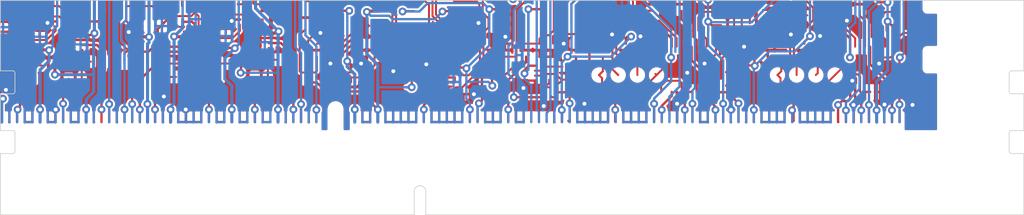
<source format=kicad_pcb>
(kicad_pcb (version 4) (host pcbnew 4.0.2-stable)
  (layers (0 F.Cu signal hide) (31 B.Cu signal hide) (34 B.Paste user) (35 F.Paste user) (36 B.SilkS user) (37 F.SilkS user) (38 B.Mask user) (39 F.Mask user) (44 Edge.Cuts user))
  (net 0 "")
  (net 1 GND)
  (gr_line (start 84.5 73.25) (end 217.85 73.25) (angle 90) (layer Edge.Cuts) (width 0.1))
  (gr_line (start 138.425 101.25) (end 84.5 101.25) (layer Edge.Cuts) (width 0.1))
  (gr_line (start 139.925 101.25) (end 217.85 101.25) (layer Edge.Cuts) (width 0.1))
  (gr_arc (start 139.175 98.2) (end 139.925 98.2) (angle -180) (layer Edge.Cuts) (width 0.1))
  (gr_line (start 138.425 98.2) (end 138.425 101.25) (layer Edge.Cuts) (width 0.1))
  (gr_line (start 139.925 98.2) (end 139.925 101.25) (layer Edge.Cuts) (width 0.1))
  (gr_arc (start 86.1 92.95) (end 86.1 93.25) (angle -90) (layer Edge.Cuts) (width 0.1))
  (gr_line (start 84.5 93.25) (end 86.1 93.25) (layer Edge.Cuts) (width 0.1))
  (gr_line (start 86.4 92.95) (end 86.4 90.55) (layer Edge.Cuts) (width 0.1))
  (gr_arc (start 86.1 90.55) (end 86.4 90.55) (angle -90) (layer Edge.Cuts) (width 0.1))
  (gr_line (start 84.5 90.25) (end 86.1 90.25) (layer Edge.Cuts) (width 0.1))
  (gr_arc (start 86.1 85.15) (end 86.1 85.45) (angle -90) (layer Edge.Cuts) (width 0.1))
  (gr_line (start 84.5 85.45) (end 86.1 85.45) (layer Edge.Cuts) (width 0.1))
  (gr_line (start 86.4 85.15) (end 86.4 82.75) (layer Edge.Cuts) (width 0.1))
  (gr_arc (start 86.1 82.75) (end 86.4 82.75) (angle -90) (layer Edge.Cuts) (width 0.1))
  (gr_line (start 84.5 82.45) (end 86.1 82.45) (layer Edge.Cuts) (width 0.1))
  (gr_line (start 84.5 73.25) (end 84.5 82.45) (layer Edge.Cuts) (width 0.1))
  (gr_line (start 84.5 85.45) (end 84.5 90.25) (layer Edge.Cuts) (width 0.1))
  (gr_line (start 84.5 101.25) (end 84.5 93.25) (layer Edge.Cuts) (width 0.1))
  (gr_arc (start 216.25 92.95) (end 215.95 92.95) (angle -90) (layer Edge.Cuts) (width 0.1))
  (gr_line (start 217.85 93.25) (end 216.25 93.25) (layer Edge.Cuts) (width 0.1))
  (gr_line (start 215.95 92.95) (end 215.95 90.55) (layer Edge.Cuts) (width 0.1))
  (gr_arc (start 216.25 90.55) (end 216.25 90.25) (angle -90) (layer Edge.Cuts) (width 0.1))
  (gr_line (start 217.85 90.25) (end 216.25 90.25) (layer Edge.Cuts) (width 0.1))
  (gr_arc (start 216.25 85.15) (end 215.95 85.15) (angle -90) (layer Edge.Cuts) (width 0.1))
  (gr_line (start 217.85 85.45) (end 216.25 85.45) (layer Edge.Cuts) (width 0.1))
  (gr_line (start 215.95 85.15) (end 215.95 82.75) (layer Edge.Cuts) (width 0.1))
  (gr_arc (start 216.25 82.75) (end 216.25 82.45) (angle -90) (layer Edge.Cuts) (width 0.1))
  (gr_line (start 217.85 82.45) (end 216.25 82.45) (layer Edge.Cuts) (width 0.1))
  (gr_line (start 217.85 73.25) (end 217.85 82.45) (layer Edge.Cuts) (width 0.1))
  (gr_line (start 217.85 85.45) (end 217.85 90.25) (layer Edge.Cuts) (width 0.1))
  (gr_line (start 217.85 101.25) (end 217.85 93.25) (layer Edge.Cuts) (width 0.1))
  (segment (start 124.606 83.9681) (end 125.7181 83.9681) (width 0.3048) (layer F.Cu) (net 0))
  (segment (start 125.7181 83.9681) (end 126.9 85.15) (width 0.3048) (layer F.Cu) (net 0))
  (segment (start 126.9 85.15) (end 131.325 85.15) (width 0.3048) (layer F.Cu) (net 0))
  (segment (start 131.325 85.15) (end 133.675 87.5) (width 0.3048) (layer F.Cu) (net 0))
  (segment (start 195.2 80.7) (end 195.2 76.85) (width 0.3048) (layer B.Cu) (net 0))
  (segment (start 195.2 76.85) (end 195.9 76.15) (width 0.3048) (layer B.Cu) (net 0))
  (segment (start 195.9 76.15) (end 195.9 71.4) (width 0.3048) (layer B.Cu) (net 0))
  (segment (start 195.9 71.4) (end 193.3 68.8) (width 0.3048) (layer B.Cu) (net 0))
  (segment (start 193.3 68.8) (end 193.3 66.1) (width 0.3048) (layer B.Cu) (net 0))
  (segment (start 193.3 66.1) (end 194 65.4) (width 0.3048) (layer B.Cu) (net 0))
  (segment (start 194 65.4) (end 199.4 65.4) (width 0.3048) (layer B.Cu) (net 0))
  (segment (start 169.675 89.15) (end 169.675 86.75) (width 0.3048) (layer F.Cu) (net 0))
  (via (at 169.675 86.75) (size 1.016) (drill 0.508) (layers F.Cu B.Cu) (net 0))
  (segment (start 198.675 89.15) (end 198.675 87.6) (width 0.3048) (layer F.Cu) (net 0))
  (via (at 198.675 87.6) (size 1.016) (drill 0.508) (layers F.Cu B.Cu) (net 0))
  (segment (start 200.11362 76) (end 200.11362 82.38638) (width 0.4064) (layer B.Cu) (net 0))
  (segment (start 200.11362 82.38638) (end 198.675 83.825) (width 0.4064) (layer B.Cu) (net 0))
  (segment (start 198.675 83.825) (end 198.675 89.15) (width 0.4064) (layer B.Cu) (net 0))
  (segment (start 133.675 89.15) (end 133.675 87.5) (width 0.3048) (layer F.Cu) (net 0))
  (via (at 133.675 87.5) (size 1.016) (drill 0.508) (layers F.Cu B.Cu) (net 0))
  (segment (start 114.675 89.15) (end 114.675 87.525) (width 0.3048) (layer F.Cu) (net 0))
  (segment (start 114.675 87.525) (end 114.65 87.5) (width 0.3048) (layer F.Cu) (net 0))
  (via (at 114.65 87.5) (size 1.016) (drill 0.508) (layers F.Cu B.Cu) (net 0))
  (segment (start 137.38158 84.6) (end 138.1 84.6) (width 0.3048) (layer F.Cu) (net 0))
  (segment (start 195.225 79.3) (end 195.225 80.675) (width 0.3048) (layer F.Cu) (net 0))
  (segment (start 195.225 80.675) (end 195.2 80.7) (width 0.3048) (layer F.Cu) (net 0))
  (via (at 195.2 80.7) (size 1.016) (drill 0.508) (layers F.Cu B.Cu) (net 0))
  (segment (start 199.4 65.4) (end 203.3509 69.3509) (width 0.3048) (layer F.Cu) (net 0))
  (segment (start 203.3509 69.3509) (end 203.3509 71) (width 0.3048) (layer F.Cu) (net 0))
  (segment (start 198 65.3991) (end 199.3991 65.3991) (width 0.3048) (layer F.Cu) (net 0))
  (segment (start 199.3991 65.3991) (end 199.4 65.4) (width 0.3048) (layer F.Cu) (net 0))
  (segment (start 200.1 73.5) (end 200.1 66.1) (width 0.3048) (layer B.Cu) (net 0))
  (via (at 199.4 65.4) (size 1.016) (drill 0.508) (layers F.Cu B.Cu) (net 0))
  (segment (start 200.1 66.1) (end 199.4 65.4) (width 0.3048) (layer B.Cu) (net 0))
  (segment (start 203.3509 72.75) (end 203.3509 71) (width 0.3048) (layer F.Cu) (net 0))
  (segment (start 133.675 81.675) (end 133.675 84.7) (width 0.4064) (layer B.Cu) (net 0))
  (segment (start 133.675 84.7) (end 133.675 87.275) (width 0.4064) (layer B.Cu) (net 0))
  (segment (start 138.1 84.6) (end 133.775 84.6) (width 0.3048) (layer B.Cu) (net 0))
  (segment (start 133.775 84.6) (end 133.675 84.7) (width 0.3048) (layer B.Cu) (net 0))
  (segment (start 138.106 83.9681) (end 138.106 84.594) (width 0.3048) (layer F.Cu) (net 0))
  (segment (start 138.106 84.594) (end 138.1 84.6) (width 0.3048) (layer F.Cu) (net 0))
  (via (at 138.1 84.6) (size 1.016) (drill 0.508) (layers F.Cu B.Cu) (net 0))
  (segment (start 135.6 75.7) (end 141.1 75.7) (width 0.3048) (layer B.Cu) (net 0))
  (segment (start 141.1 75.7) (end 142.1 74.7) (width 0.3048) (layer B.Cu) (net 0))
  (segment (start 135.157999 75.257999) (end 135.6 75.7) (width 0.3048) (layer B.Cu) (net 0))
  (segment (start 132.25 74.75) (end 132.757999 75.257999) (width 0.3048) (layer B.Cu) (net 0))
  (segment (start 132.757999 75.257999) (end 135.157999 75.257999) (width 0.3048) (layer B.Cu) (net 0))
  (segment (start 132.25 74.75) (end 132.25 80.25) (width 0.4064) (layer B.Cu) (net 0))
  (via (at 132.25 74.75) (size 1.016) (drill 0.508) (layers F.Cu B.Cu) (net 0))
  (segment (start 133.84842 74.655) (end 132.345 74.655) (width 0.4064) (layer F.Cu) (net 0))
  (segment (start 132.345 74.655) (end 132.25 74.75) (width 0.4064) (layer F.Cu) (net 0))
  (segment (start 133.675 87.275) (end 133.675 89.15) (width 0.4064) (layer B.Cu) (net 0))
  (segment (start 132.25 80.25) (end 133.675 81.675) (width 0.4064) (layer B.Cu) (net 0))
  (segment (start 200.1 73.5) (end 200.1 75.98638) (width 0.3048) (layer B.Cu) (net 0))
  (segment (start 200.1 75.98638) (end 200.11362 76) (width 0.3048) (layer B.Cu) (net 0))
  (segment (start 198.97086 73.5) (end 200.1 73.5) (width 0.3048) (layer F.Cu) (net 0))
  (segment (start 198.0319 71.606) (end 198.0319 72.56104) (width 0.3048) (layer F.Cu) (net 0))
  (segment (start 198.0319 72.56104) (end 198.97086 73.5) (width 0.3048) (layer F.Cu) (net 0))
  (via (at 200.1 73.5) (size 1.016) (drill 0.508) (layers F.Cu B.Cu) (net 0))
  (segment (start 201.6491 76.5) (end 200.61362 76.5) (width 0.3048) (layer F.Cu) (net 0))
  (segment (start 200.61362 76.5) (end 200.11362 76) (width 0.3048) (layer F.Cu) (net 0))
  (segment (start 199.975 76.13862) (end 200.11362 76) (width 0.3048) (layer F.Cu) (net 0))
  (via (at 200.11362 76) (size 1.016) (drill 0.508) (layers F.Cu B.Cu) (net 0))
  (segment (start 199.975 77.194) (end 199.975 76.13862) (width 0.3048) (layer F.Cu) (net 0))
  (segment (start 198.0319 71.606) (end 196.5051 71.606) (width 0.3048) (layer F.Cu) (net 0))
  (segment (start 196.5051 71.606) (end 196.5 71.6009) (width 0.3048) (layer F.Cu) (net 0))
  (segment (start 195.225 79.3) (end 195.225 78.2452) (width 0.3048) (layer F.Cu) (net 0))
  (segment (start 193.6263 77.6009) (end 192.75 77.6009) (width 0.3048) (layer F.Cu) (net 0))
  (segment (start 195.225 78.2452) (end 194.5807 77.6009) (width 0.3048) (layer F.Cu) (net 0))
  (segment (start 194.5807 77.6009) (end 193.6263 77.6009) (width 0.3048) (layer F.Cu) (net 0))
  (segment (start 143.59842 74.655) (end 142.145 74.655) (width 0.3048) (layer F.Cu) (net 0))
  (segment (start 142.145 74.655) (end 142.1 74.7) (width 0.3048) (layer F.Cu) (net 0))
  (via (at 142.1 74.7) (size 1.016) (drill 0.508) (layers F.Cu B.Cu) (net 0))
  (segment (start 195.875 85.2) (end 195.875 84.111347) (width 0.3048) (layer F.Cu) (net 0))
  (segment (start 195.875 84.111347) (end 195.504546 83.740893) (width 0.3048) (layer F.Cu) (net 0))
  (via (at 195.504546 83.740893) (size 1.016) (drill 0.508) (layers F.Cu B.Cu) (net 0))
  (segment (start 199.675 89.15) (end 199.675 86.875) (width 0.3048) (layer B.Cu) (net 0))
  (segment (start 199.675 86.875) (end 199.7 86.85) (width 0.3048) (layer B.Cu) (net 0))
  (via (at 199.7 86.85) (size 1.016) (drill 0.508) (layers F.Cu B.Cu) (net 0))
  (segment (start 82.675 89.15) (end 82.675 87.475) (width 0.3048) (layer F.Cu) (net 0))
  (segment (start 82.675 87.475) (end 82.7 87.45) (width 0.3048) (layer F.Cu) (net 0))
  (via (at 82.7 87.45) (size 1.016) (drill 0.508) (layers F.Cu B.Cu) (net 0))
  (via (at 85.222216 84.937582) (size 1.016) (drill 0.508) (layers F.Cu B.Cu) (net 0))
  (segment (start 85.2018 83.5) (end 85.2018 84.917166) (width 0.3048) (layer F.Cu) (net 0))
  (segment (start 85.2018 84.917166) (end 85.222216 84.937582) (width 0.3048) (layer F.Cu) (net 0))
  (segment (start 108.675 89.15) (end 108.675 87.525) (width 0.3048) (layer F.Cu) (net 0))
  (segment (start 108.675 87.525) (end 108.65 87.5) (width 0.3048) (layer F.Cu) (net 0))
  (via (at 108.65 87.5) (size 1.016) (drill 0.508) (layers F.Cu B.Cu) (net 0))
  (segment (start 195.675 86.912822) (end 195.666761 86.904583) (width 0.3048) (layer F.Cu) (net 0))
  (segment (start 195.675 89.15) (end 195.675 86.912822) (width 0.3048) (layer F.Cu) (net 0))
  (via (at 195.666761 86.904583) (size 1.016) (drill 0.508) (layers F.Cu B.Cu) (net 0))
  (segment (start 172.675 86.75) (end 172.675 85.25) (width 0.3048) (layer F.Cu) (net 0))
  (segment (start 172.675 89.15) (end 172.675 86.75) (width 0.3048) (layer F.Cu) (net 0))
  (segment (start 172.675 89.15) (end 172.675 86.75) (width 0.3048) (layer B.Cu) (net 0))
  (via (at 172.675 86.75) (size 1.016) (drill 0.508) (layers F.Cu B.Cu) (net 0))
  (segment (start 172.675 85.25) (end 172.625 85.2) (width 0.3048) (layer F.Cu) (net 0))
  (segment (start 203.3509 86.8991) (end 203.35 86.9) (width 0.3048) (layer F.Cu) (net 0))
  (segment (start 203.3509 85.25) (end 203.3509 86.8991) (width 0.3048) (layer F.Cu) (net 0))
  (via (at 203.35 86.9) (size 1.016) (drill 0.508) (layers F.Cu B.Cu) (net 0))
  (segment (start 179.675 89.15) (end 179.675 87.575) (width 0.3048) (layer B.Cu) (net 0))
  (segment (start 179.675 87.575) (end 179.7 87.55) (width 0.3048) (layer B.Cu) (net 0))
  (via (at 179.7 87.55) (size 1.016) (drill 0.508) (layers F.Cu B.Cu) (net 0))
  (segment (start 91.675 89.15) (end 91.675 87.525002) (width 0.3048) (layer F.Cu) (net 0))
  (segment (start 91.675 87.525002) (end 91.7 87.500002) (width 0.3048) (layer F.Cu) (net 0))
  (via (at 91.7 87.500002) (size 1.016) (drill 0.508) (layers F.Cu B.Cu) (net 0))
  (segment (start 180.27 78.2975) (end 180.27 79.07) (width 0.3048) (layer F.Cu) (net 0))
  (segment (start 180.27 79.07) (end 180.5 79.3) (width 0.3048) (layer F.Cu) (net 0))
  (segment (start 180.5 79.3) (end 181.4 79.3) (width 0.3048) (layer F.Cu) (net 0))
  (via (at 181.4 79.3) (size 1.016) (drill 0.508) (layers F.Cu B.Cu) (net 0))
  (segment (start 188.3523 76.79756) (end 188.3523 77.3477) (width 0.3048) (layer F.Cu) (net 0))
  (segment (start 188.3523 77.3477) (end 188 77.7) (width 0.3048) (layer F.Cu) (net 0))
  (segment (start 188 77.7) (end 187.5 77.7) (width 0.3048) (layer F.Cu) (net 0))
  (via (at 187.5 77.7) (size 1.016) (drill 0.508) (layers F.Cu B.Cu) (net 0))
  (segment (start 188.3523 76.79756) (end 188.3523 76.99695) (width 0.3048) (layer F.Cu) (net 0))
  (segment (start 143.59842 70.845) (end 144.827918 70.845) (width 0.3048) (layer F.Cu) (net 0))
  (segment (start 144.827918 70.845) (end 144.894019 70.911101) (width 0.3048) (layer F.Cu) (net 0))
  (segment (start 144.894019 70.911101) (end 145.661101 70.911101) (width 0.3048) (layer F.Cu) (net 0))
  (segment (start 145.661101 70.911101) (end 145.75 71) (width 0.3048) (layer F.Cu) (net 0))
  (segment (start 145.75 71) (end 145.75 71.8509) (width 0.3048) (layer F.Cu) (net 0))
  (segment (start 131.437902 81.500002) (end 131.500002 81.500002) (width 0.3048) (layer F.Cu) (net 0))
  (segment (start 131.25 81.3121) (end 131.437902 81.500002) (width 0.3048) (layer F.Cu) (net 0))
  (segment (start 131.25 80.6009) (end 131.25 81.3121) (width 0.3048) (layer F.Cu) (net 0))
  (via (at 131.500002 81.500002) (size 1.016) (drill 0.508) (layers F.Cu B.Cu) (net 0))
  (segment (start 127.5 80.6009) (end 127.5 81.5) (width 0.3048) (layer F.Cu) (net 0))
  (via (at 127.5 81.5) (size 1.016) (drill 0.508) (layers F.Cu B.Cu) (net 0))
  (segment (start 198.7 66.2) (end 196.3 66.2) (width 0.3048) (layer F.Cu) (net 0))
  (segment (start 196.3 66.2) (end 196.25 66.15) (width 0.3048) (layer F.Cu) (net 0))
  (segment (start 148.675 89.15) (end 149.675 89.15) (width 0.3048) (layer B.Cu) (net 0))
  (segment (start 152.3202 87.05) (end 155.3 87.05) (width 0.3048) (layer F.Cu) (net 0))
  (segment (start 151.675 89.15) (end 151.675 87.6952) (width 0.3048) (layer F.Cu) (net 0))
  (segment (start 151.675 87.6952) (end 152.3202 87.05) (width 0.3048) (layer F.Cu) (net 0))
  (via (at 155.3 87.05) (size 1.016) (drill 0.508) (layers F.Cu B.Cu) (net 0))
  (segment (start 155.45244 85.25) (end 153.2 85.25) (width 0.3048) (layer F.Cu) (net 0))
  (segment (start 153.2 85.25) (end 152.65 84.7) (width 0.3048) (layer F.Cu) (net 0))
  (via (at 152.65 84.7) (size 1.016) (drill 0.508) (layers F.Cu B.Cu) (net 0))
  (segment (start 194.75 74.6009) (end 194.75 75.85) (width 0.3048) (layer F.Cu) (net 0))
  (segment (start 194.75 75.85) (end 194.8 75.9) (width 0.3048) (layer F.Cu) (net 0))
  (via (at 194.8 75.9) (size 1.016) (drill 0.508) (layers F.Cu B.Cu) (net 0))
  (segment (start 160.5795 85.25) (end 160.5795 86.7295) (width 0.3048) (layer F.Cu) (net 0))
  (segment (start 160.5795 86.7295) (end 160.6 86.75) (width 0.3048) (layer F.Cu) (net 0))
  (via (at 160.6 86.75) (size 1.016) (drill 0.508) (layers F.Cu B.Cu) (net 0))
  (segment (start 167.75 78.1) (end 167.9 77.95) (width 0.3048) (layer F.Cu) (net 0))
  (segment (start 167.75 78.8991) (end 167.75 78.1) (width 0.3048) (layer F.Cu) (net 0))
  (via (at 167.9 77.95) (size 1.016) (drill 0.508) (layers F.Cu B.Cu) (net 0))
  (segment (start 165.1023 76.79756) (end 165.1023 77.3977) (width 0.3048) (layer F.Cu) (net 0))
  (segment (start 165.1023 77.3977) (end 164.8 77.7) (width 0.3048) (layer F.Cu) (net 0))
  (segment (start 164.8 77.7) (end 164.7 77.7) (width 0.3048) (layer F.Cu) (net 0))
  (segment (start 164.7 77.7) (end 164.2 77.7) (width 0.3048) (layer F.Cu) (net 0))
  (segment (start 162.75 76.79756) (end 162.75 77.50114) (width 0.3048) (layer F.Cu) (net 0))
  (segment (start 162.75 77.50114) (end 162.94886 77.7) (width 0.3048) (layer F.Cu) (net 0))
  (segment (start 162.94886 77.7) (end 164.2 77.7) (width 0.3048) (layer F.Cu) (net 0))
  (via (at 164.2 77.7) (size 1.016) (drill 0.508) (layers F.Cu B.Cu) (net 0))
  (segment (start 150.25 78.8991) (end 150.25 78.05) (width 0.3048) (layer F.Cu) (net 0))
  (segment (start 150.25 78.05) (end 150.3 78) (width 0.3048) (layer F.Cu) (net 0))
  (via (at 150.3 78) (size 1.016) (drill 0.508) (layers F.Cu B.Cu) (net 0))
  (segment (start 126.25 76.3509) (end 126.25 77.45) (width 0.3048) (layer F.Cu) (net 0))
  (segment (start 126.25 77.45) (end 126.2 77.5) (width 0.3048) (layer F.Cu) (net 0))
  (via (at 126.2 77.5) (size 1.016) (drill 0.508) (layers F.Cu B.Cu) (net 0))
  (segment (start 109.1009 83.25) (end 109.1009 84.9991) (width 0.3048) (layer F.Cu) (net 0))
  (segment (start 109.1009 84.9991) (end 108.3 85.8) (width 0.3048) (layer F.Cu) (net 0))
  (segment (start 108.3 85.8) (end 105.8 85.8) (width 0.3048) (layer F.Cu) (net 0))
  (via (at 105.8 85.8) (size 1.016) (drill 0.508) (layers F.Cu B.Cu) (net 0))
  (segment (start 198.7 66.2) (end 201 68.5) (width 0.3048) (layer F.Cu) (net 0))
  (via (at 201 68.5) (size 1.016) (drill 0.508) (layers F.Cu B.Cu) (net 0))
  (segment (start 196.25 65.3991) (end 196.25 66.15) (width 0.3048) (layer F.Cu) (net 0))
  (segment (start 144.8509 85.5) (end 146.2 85.5) (width 0.3048) (layer F.Cu) (net 0))
  (via (at 146.2 85.5) (size 1.016) (drill 0.508) (layers F.Cu B.Cu) (net 0))
  (segment (start 156.5 80.6009) (end 156.5 79.8) (width 0.3048) (layer F.Cu) (net 0))
  (segment (start 156.5 79.8) (end 157.217082 79.8) (width 0.3048) (layer F.Cu) (net 0))
  (segment (start 157.217082 79.8) (end 157.5 79.517082) (width 0.3048) (layer F.Cu) (net 0))
  (segment (start 157.5 79.517082) (end 157.5 78.9) (width 0.3048) (layer F.Cu) (net 0))
  (segment (start 157.5 78.9) (end 157.9 78.9) (width 0.3048) (layer F.Cu) (net 0))
  (via (at 157.9 78.9) (size 1.016) (drill 0.508) (layers F.Cu B.Cu) (net 0))
  (segment (start 137.3121 81.5) (end 136.7 81.5) (width 0.3048) (layer F.Cu) (net 0))
  (segment (start 136.7 81.5) (end 135.7 82.5) (width 0.3048) (layer F.Cu) (net 0))
  (via (at 135.7 82.5) (size 1.016) (drill 0.508) (layers F.Cu B.Cu) (net 0))
  (segment (start 137.5 80.6009) (end 137.5 81.3121) (width 0.3048) (layer F.Cu) (net 0))
  (segment (start 137.5 81.3121) (end 137.3121 81.5) (width 0.3048) (layer F.Cu) (net 0))
  (segment (start 173.275 79.3) (end 173.275 81.975) (width 0.3048) (layer F.Cu) (net 0))
  (segment (start 173.275 81.975) (end 174 82.7) (width 0.3048) (layer F.Cu) (net 0))
  (via (at 174 82.7) (size 1.016) (drill 0.508) (layers F.Cu B.Cu) (net 0))
  (segment (start 133.84842 70.845) (end 136.045 70.845) (width 0.3048) (layer F.Cu) (net 0))
  (segment (start 136.045 70.845) (end 136.1 70.9) (width 0.3048) (layer F.Cu) (net 0))
  (via (at 136.1 70.9) (size 1.016) (drill 0.508) (layers F.Cu B.Cu) (net 0))
  (segment (start 77.08822 77.35) (end 75.35 77.35) (width 0.3048) (layer B.Cu) (net 0))
  (segment (start 75.35 77.35) (end 75.25 77.25) (width 0.3048) (layer B.Cu) (net 0))
  (via (at 75.25 77.25) (size 1.016) (drill 0.508) (layers F.Cu B.Cu) (net 0))
  (segment (start 191 78.8991) (end 191 78.2) (width 0.3048) (layer F.Cu) (net 0))
  (segment (start 191 78.2) (end 191.3 77.9) (width 0.3048) (layer F.Cu) (net 0))
  (via (at 191.3 77.9) (size 1.016) (drill 0.508) (layers F.Cu B.Cu) (net 0))
  (segment (start 126.25 71.6491) (end 126.6009 71.6491) (width 0.3048) (layer F.Cu) (net 0))
  (segment (start 126.6009 71.6491) (end 127.405 70.845) (width 0.3048) (layer F.Cu) (net 0))
  (segment (start 127.405 70.845) (end 128.65158 70.845) (width 0.3048) (layer F.Cu) (net 0))
  (via (at 77.08822 77.35) (size 1.016) (drill 0.508) (layers F.Cu B.Cu) (net 0))
  (segment (start 78.55 77.35) (end 77.08822 77.35) (width 0.3048) (layer F.Cu) (net 0))
  (segment (start 198.475 79.3) (end 198.475 80.975) (width 0.3048) (layer F.Cu) (net 0))
  (segment (start 198.475 80.975) (end 199 81.5) (width 0.3048) (layer F.Cu) (net 0))
  (via (at 199 81.5) (size 1.016) (drill 0.508) (layers F.Cu B.Cu) (net 0))
  (segment (start 198.475 79.3) (end 198.475 78.429582) (width 0.3048) (layer F.Cu) (net 0))
  (segment (start 198.475 78.429582) (end 198.0446 77.999182) (width 0.3048) (layer F.Cu) (net 0))
  (segment (start 198.0446 77.999182) (end 198.0446 77.194) (width 0.3048) (layer F.Cu) (net 0))
  (segment (start 187.6 71.7) (end 187.6 72.969098) (width 0.3048) (layer F.Cu) (net 0))
  (segment (start 187.6 72.969098) (end 187.524952 73.044146) (width 0.3048) (layer F.Cu) (net 0))
  (via (at 187.524952 73.044146) (size 1.016) (drill 0.508) (layers F.Cu B.Cu) (net 0))
  (segment (start 196.5 69.8991) (end 197.5991 69.8991) (width 0.3048) (layer F.Cu) (net 0))
  (segment (start 197.5991 69.8991) (end 197.6 69.9) (width 0.3048) (layer F.Cu) (net 0))
  (via (at 197.6 69.9) (size 1.016) (drill 0.508) (layers F.Cu B.Cu) (net 0))
  (segment (start 173.25 69.8991) (end 174.2991 69.8991) (width 0.3048) (layer F.Cu) (net 0))
  (segment (start 174.2991 69.8991) (end 174.3 69.9) (width 0.3048) (layer F.Cu) (net 0))
  (via (at 174.3 69.9) (size 1.016) (drill 0.508) (layers F.Cu B.Cu) (net 0))
  (segment (start 164.35 71.7) (end 164.35 73) (width 0.3048) (layer F.Cu) (net 0))
  (via (at 164.35 73) (size 1.016) (drill 0.508) (layers F.Cu B.Cu) (net 0))
  (via (at 176.25 81.5) (size 1.016) (drill 0.508) (layers F.Cu B.Cu) (net 0))
  (segment (start 175.225 79.3) (end 175.225 80.475) (width 0.3048) (layer F.Cu) (net 0))
  (segment (start 175.225 80.475) (end 176.25 81.5) (width 0.3048) (layer F.Cu) (net 0))
  (segment (start 174.7946 77.194) (end 174.7946 77.999182) (width 0.3048) (layer F.Cu) (net 0))
  (segment (start 174.7946 77.999182) (end 175.225 78.429582) (width 0.3048) (layer F.Cu) (net 0))
  (segment (start 175.225 78.429582) (end 175.225 79.3) (width 0.3048) (layer F.Cu) (net 0))
  (segment (start 140 80.6009) (end 140 81.6) (width 0.3048) (layer F.Cu) (net 0))
  (via (at 140 81.6) (size 1.016) (drill 0.508) (layers F.Cu B.Cu) (net 0))
  (segment (start 146.7491 76.1491) (end 146.8 76.2) (width 0.3048) (layer F.Cu) (net 0))
  (via (at 146.8 76.2) (size 1.016) (drill 0.508) (layers F.Cu B.Cu) (net 0))
  (segment (start 145.75 76.1491) (end 146.7491 76.1491) (width 0.3048) (layer F.Cu) (net 0))
  (segment (start 145.75 75.1009) (end 145.75 76.1491) (width 0.3048) (layer F.Cu) (net 0))
  (segment (start 110.294 66.865) (end 108.885 66.865) (width 0.3048) (layer F.Cu) (net 0))
  (segment (start 108.885 66.865) (end 108.85 66.9) (width 0.3048) (layer F.Cu) (net 0))
  (via (at 108.85 66.9) (size 1.016) (drill 0.508) (layers F.Cu B.Cu) (net 0))
  (segment (start 113.856 77.525) (end 113.856 76.723927) (width 0.3048) (layer F.Cu) (net 0))
  (segment (start 113.856 76.723927) (end 114.641715 75.938212) (width 0.3048) (layer F.Cu) (net 0))
  (segment (start 108.45 77.35) (end 109.4798 77.35) (width 0.3048) (layer F.Cu) (net 0))
  (segment (start 110.094156 77.964356) (end 110.094156 81.380444) (width 0.3048) (layer F.Cu) (net 0))
  (segment (start 109.4798 77.35) (end 110.094156 77.964356) (width 0.3048) (layer F.Cu) (net 0))
  (segment (start 109.1009 82.3737) (end 109.1009 83.25) (width 0.3048) (layer F.Cu) (net 0))
  (segment (start 110.094156 81.380444) (end 109.1009 82.3737) (width 0.3048) (layer F.Cu) (net 0))
  (segment (start 114.829927 75.75) (end 114.641715 75.938212) (width 0.3048) (layer F.Cu) (net 0))
  (via (at 114.641715 75.938212) (size 1.016) (drill 0.508) (layers F.Cu B.Cu) (net 0))
  (segment (start 115.70244 75.75) (end 114.829927 75.75) (width 0.3048) (layer F.Cu) (net 0))
  (segment (start 120.8295 75.75) (end 121.7058 75.75) (width 0.3048) (layer F.Cu) (net 0))
  (segment (start 121.7058 75.75) (end 121.75 75.7942) (width 0.3048) (layer F.Cu) (net 0))
  (segment (start 121.75 75.7942) (end 121.75 77.9) (width 0.3048) (layer F.Cu) (net 0))
  (segment (start 121.75 77.9) (end 121.49 78.16) (width 0.3048) (layer F.Cu) (net 0))
  (segment (start 121.49 78.16) (end 119.444 78.16) (width 0.3048) (layer F.Cu) (net 0))
  (segment (start 102.55 77.35) (end 101.264931 77.35) (width 0.3048) (layer F.Cu) (net 0))
  (segment (start 101.264931 77.35) (end 101.230906 77.384025) (width 0.3048) (layer F.Cu) (net 0))
  (via (at 101.230906 77.384025) (size 1.016) (drill 0.508) (layers F.Cu B.Cu) (net 0))
  (segment (start 113.1491 69.25) (end 113.129332 69.269768) (width 0.3048) (layer F.Cu) (net 0))
  (segment (start 113.129332 69.428381) (end 113.637331 69.93638) (width 0.3048) (layer F.Cu) (net 0))
  (segment (start 113.129332 69.269768) (end 113.129332 69.428381) (width 0.3048) (layer F.Cu) (net 0))
  (via (at 113.637331 69.93638) (size 1.016) (drill 0.508) (layers F.Cu B.Cu) (net 0))
  (segment (start 97.89 78.41) (end 95.194 78.41) (width 0.3048) (layer F.Cu) (net 0))
  (segment (start 98.25 78.05) (end 97.89 78.41) (width 0.3048) (layer F.Cu) (net 0))
  (segment (start 98.25 76.5442) (end 98.25 78.05) (width 0.3048) (layer F.Cu) (net 0))
  (segment (start 96.8295 76) (end 97.7058 76) (width 0.3048) (layer F.Cu) (net 0))
  (segment (start 97.7058 76) (end 98.25 76.5442) (width 0.3048) (layer F.Cu) (net 0))
  (segment (start 85.2018 82.6237) (end 85.2018 83.5) (width 0.3048) (layer F.Cu) (net 0))
  (segment (start 86.132611 81.692889) (end 85.2018 82.6237) (width 0.3048) (layer F.Cu) (net 0))
  (segment (start 86.132611 78.002811) (end 86.132611 81.692889) (width 0.3048) (layer F.Cu) (net 0))
  (segment (start 84.45 77.35) (end 85.4798 77.35) (width 0.3048) (layer F.Cu) (net 0))
  (segment (start 85.4798 77.35) (end 86.132611 78.002811) (width 0.3048) (layer F.Cu) (net 0))
  (segment (start 89.606 77.775) (end 89.606 77.223929) (width 0.3048) (layer F.Cu) (net 0))
  (segment (start 89.606 77.223929) (end 90.641713 76.188216) (width 0.3048) (layer F.Cu) (net 0))
  (via (at 84.878026 67.178026) (size 1.016) (drill 0.508) (layers F.Cu B.Cu) (net 0))
  (segment (start 86.294 67.115) (end 84.941052 67.115) (width 0.3048) (layer F.Cu) (net 0))
  (segment (start 84.941052 67.115) (end 84.878026 67.178026) (width 0.3048) (layer F.Cu) (net 0))
  (via (at 89.756784 70.252799) (size 1.016) (drill 0.508) (layers F.Cu B.Cu) (net 0))
  (segment (start 89.1491 69.5) (end 89.1491 69.645115) (width 0.3048) (layer F.Cu) (net 0))
  (segment (start 89.1491 69.645115) (end 89.756784 70.252799) (width 0.3048) (layer F.Cu) (net 0))
  (segment (start 90.829929 76) (end 90.641713 76.188216) (width 0.254) (layer F.Cu) (net 0))
  (segment (start 91.70244 76) (end 90.829929 76) (width 0.254) (layer F.Cu) (net 0))
  (via (at 90.641713 76.188216) (size 1.016) (drill 0.508) (layers F.Cu B.Cu) (net 0))
  (segment (start 165.1023 76.79756) (end 165.1023 76.99695) (width 0.254) (layer F.Cu) (net 0))
  (segment (start 130.675 89.15) (end 130.675 87.5) (width 0.3048) (layer F.Cu) (net 0))
  (via (at 130.675 87.5) (size 1.016) (drill 0.508) (layers F.Cu B.Cu) (net 0))
  (segment (start 129.7 81.2) (end 129.7 74.863757) (width 0.3048) (layer B.Cu) (net 0))
  (segment (start 129.7 74.863757) (end 129.954569 74.609188) (width 0.3048) (layer B.Cu) (net 0))
  (segment (start 129.7 81.2) (end 129.7 81.91842) (width 0.4064) (layer B.Cu) (net 0))
  (via (at 129.7 81.2) (size 1.016) (drill 0.508) (layers F.Cu B.Cu) (net 0))
  (segment (start 130.194 81.694) (end 129.7 81.2) (width 0.4064) (layer F.Cu) (net 0))
  (segment (start 130.194 82.025) (end 130.194 81.694) (width 0.4064) (layer F.Cu) (net 0))
  (segment (start 130.675 82.89342) (end 130.675 87.025) (width 0.4064) (layer B.Cu) (net 0))
  (segment (start 129.7 81.91842) (end 130.675 82.89342) (width 0.4064) (layer B.Cu) (net 0))
  (segment (start 130.675 87.025) (end 130.675 89.15) (width 0.4064) (layer B.Cu) (net 0))
  (segment (start 128.697392 74.609188) (end 129.236149 74.609188) (width 0.3048) (layer F.Cu) (net 0))
  (segment (start 128.65158 74.655) (end 128.697392 74.609188) (width 0.3048) (layer F.Cu) (net 0))
  (via (at 129.954569 74.609188) (size 1.016) (drill 0.508) (layers F.Cu B.Cu) (net 0))
  (segment (start 129.236149 74.609188) (end 129.954569 74.609188) (width 0.3048) (layer F.Cu) (net 0))
  (segment (start 91.5475 72.52) (end 90.443162 72.52) (width 0.254) (layer F.Cu) (net 0))
  (segment (start 90.443162 72.52) (end 89.521461 71.598299) (width 0.254) (layer F.Cu) (net 0))
  (segment (start 89.521461 71.598299) (end 88.237652 71.598299) (width 0.254) (layer F.Cu) (net 0))
  (segment (start 88.237652 71.598299) (end 87.389353 70.75) (width 0.254) (layer F.Cu) (net 0))
  (segment (start 87.389353 70.75) (end 85.05 70.75) (width 0.254) (layer F.Cu) (net 0))
  (segment (start 85.05 70.75) (end 84.55 70.25) (width 0.254) (layer F.Cu) (net 0))
  (segment (start 84.55 70.25) (end 84.55 68.75) (width 0.254) (layer F.Cu) (net 0))
  (segment (start 84.55 68.75) (end 84.915 68.385) (width 0.254) (layer F.Cu) (net 0))
  (segment (start 84.915 68.385) (end 86.294 68.385) (width 0.254) (layer F.Cu) (net 0))
  (segment (start 93.29756 75.3523) (end 92.8023 75.3523) (width 0.25) (layer F.Cu) (net 0))
  (segment (start 92.8023 75.3523) (end 92.5 75.05) (width 0.25) (layer F.Cu) (net 0))
  (segment (start 92.5 74.35) (end 92.15 74) (width 0.25) (layer F.Cu) (net 0))
  (segment (start 92.5 75.05) (end 92.5 74.35) (width 0.25) (layer F.Cu) (net 0))
  (segment (start 92.15 74) (end 91.4205 74) (width 0.25) (layer F.Cu) (net 0))
  (segment (start 91.4205 74) (end 91.4205 72.647) (width 0.25) (layer F.Cu) (net 0))
  (segment (start 91.4205 72.647) (end 91.5475 72.52) (width 0.25) (layer F.Cu) (net 0))
  (segment (start 95.8991 74.25) (end 93.8295 74.25) (width 0.25) (layer F.Cu) (net 0))
  (segment (start 93.8295 74.25) (end 93.5795 74) (width 0.25) (layer F.Cu) (net 0))
  (segment (start 93.4525 72.52) (end 93.4525 73.873) (width 0.25) (layer F.Cu) (net 0))
  (segment (start 93.4525 73.873) (end 93.5795 74) (width 0.25) (layer F.Cu) (net 0))
  (segment (start 85.8509 74.25) (end 85.8509 75.0755) (width 0.254) (layer F.Cu) (net 0))
  (segment (start 85.8509 75.0755) (end 86.412499 75.637099) (width 0.254) (layer F.Cu) (net 0))
  (segment (start 86.412499 75.637099) (end 86.412499 76.881748) (width 0.254) (layer F.Cu) (net 0))
  (segment (start 86.412499 76.881748) (end 87.123233 77.592482) (width 0.254) (layer F.Cu) (net 0))
  (segment (start 87.123233 77.592482) (end 87.123233 79.323233) (width 0.254) (layer F.Cu) (net 0))
  (segment (start 87.123233 79.323233) (end 88.75 80.95) (width 0.254) (layer F.Cu) (net 0))
  (segment (start 88.75 80.95) (end 88.75 81.75) (width 0.254) (layer F.Cu) (net 0))
  (segment (start 89.8991 81.75) (end 88.75 81.75) (width 0.254) (layer F.Cu) (net 0))
  (segment (start 88.75 81.75) (end 88.75 83.5) (width 0.254) (layer F.Cu) (net 0))
  (segment (start 84.45 76.7) (end 83.471 76.7) (width 0.254) (layer F.Cu) (net 0))
  (segment (start 83.471 76.7) (end 83.2 76.429) (width 0.254) (layer F.Cu) (net 0))
  (segment (start 83.2 75.6) (end 83.45 75.35) (width 0.254) (layer F.Cu) (net 0))
  (segment (start 83.2 76.429) (end 83.2 75.6) (width 0.254) (layer F.Cu) (net 0))
  (segment (start 83.45 75.35) (end 85.55 75.35) (width 0.254) (layer F.Cu) (net 0))
  (segment (start 85.55 75.35) (end 85.85 75.05) (width 0.254) (layer F.Cu) (net 0))
  (segment (start 86.675 89.15) (end 86.675 87.575) (width 0.3048) (layer B.Cu) (net 0))
  (segment (start 86.675 87.575) (end 86.75 87.5) (width 0.3048) (layer B.Cu) (net 0))
  (via (at 86.75 87.5) (size 1.016) (drill 0.508) (layers F.Cu B.Cu) (net 0))
  (segment (start 87.0482 83.5) (end 87.0482 87.2018) (width 0.3048) (layer F.Cu) (net 0))
  (segment (start 87.0482 87.2018) (end 86.675 87.575) (width 0.3048) (layer F.Cu) (net 0))
  (segment (start 86.675 87.575) (end 86.675 89.15) (width 0.3048) (layer F.Cu) (net 0))
  (segment (start 86.640622 80.466122) (end 87.0482 80.8737) (width 0.3048) (layer F.Cu) (net 0))
  (segment (start 86.640622 77.792386) (end 86.640622 80.466122) (width 0.3048) (layer F.Cu) (net 0))
  (segment (start 87.0482 80.8737) (end 87.0482 81.75) (width 0.3048) (layer F.Cu) (net 0))
  (segment (start 85.929888 77.081652) (end 86.640622 77.792386) (width 0.3048) (layer F.Cu) (net 0))
  (segment (start 85.4798 76.05) (end 85.929888 76.500088) (width 0.3048) (layer F.Cu) (net 0))
  (segment (start 84.45 76.05) (end 85.4798 76.05) (width 0.3048) (layer F.Cu) (net 0))
  (segment (start 85.929888 76.500088) (end 85.929888 77.081652) (width 0.3048) (layer F.Cu) (net 0))
  (segment (start 87.0482 81.75) (end 87.0482 83.5) (width 0.3048) (layer F.Cu) (net 0))
  (segment (start 177.73 79.25) (end 177.73 78.64548) (width 0.254) (layer F.Cu) (net 0))
  (segment (start 177.73 78.64548) (end 178.87548 77.5) (width 0.254) (layer F.Cu) (net 0))
  (segment (start 178.87548 77.5) (end 179.9264 77.5) (width 0.254) (layer F.Cu) (net 0))
  (segment (start 179.9264 77.5) (end 180.1009 77.3255) (width 0.254) (layer F.Cu) (net 0))
  (segment (start 180.1009 77.3255) (end 180.1009 76.5) (width 0.254) (layer F.Cu) (net 0))
  (segment (start 180.1009 74.75) (end 180.1009 76.5) (width 0.254) (layer F.Cu) (net 0))
  (segment (start 177.5 80.5) (end 177.73 80.27) (width 0.254) (layer F.Cu) (net 0))
  (segment (start 177.73 80.27) (end 177.73 79.25) (width 0.254) (layer F.Cu) (net 0))
  (segment (start 176.071 80.5) (end 177.5 80.5) (width 0.254) (layer F.Cu) (net 0))
  (segment (start 175.875 79.3) (end 175.875 80.304) (width 0.254) (layer F.Cu) (net 0))
  (segment (start 175.875 80.304) (end 176.071 80.5) (width 0.254) (layer F.Cu) (net 0))
  (segment (start 175.4296 75.4704) (end 176.15 74.75) (width 0.254) (layer F.Cu) (net 0))
  (segment (start 176.15 74.75) (end 178.3991 74.75) (width 0.254) (layer F.Cu) (net 0))
  (segment (start 175.4296 77.194) (end 175.4296 75.4704) (width 0.254) (layer F.Cu) (net 0))
  (segment (start 178.3991 72.75) (end 178.3991 74.75) (width 0.254) (layer F.Cu) (net 0))
  (segment (start 95.1009 81.25) (end 95.1009 83.5) (width 0.254) (layer F.Cu) (net 0))
  (segment (start 95.194 79.7054) (end 95.194 81.1569) (width 0.25) (layer F.Cu) (net 0))
  (segment (start 95.194 81.1569) (end 95.1009 81.25) (width 0.25) (layer F.Cu) (net 0))
  (segment (start 96.2982 81.25) (end 95.1009 81.25) (width 0.25) (layer F.Cu) (net 0))
  (segment (start 97.675 82.625) (end 97.675 87.5) (width 0.3048) (layer F.Cu) (net 0))
  (segment (start 97.675 89.15) (end 97.675 87.5) (width 0.3048) (layer F.Cu) (net 0))
  (via (at 97.675 87.5) (size 1.016) (drill 0.508) (layers F.Cu B.Cu) (net 0))
  (segment (start 98 81.25) (end 98 82.3) (width 0.3048) (layer F.Cu) (net 0))
  (segment (start 98 82.3) (end 97.675 82.625) (width 0.3048) (layer F.Cu) (net 0))
  (segment (start 95.194 79.0704) (end 97.0704 79.0704) (width 0.3048) (layer F.Cu) (net 0))
  (segment (start 97.0704 79.0704) (end 98 80) (width 0.3048) (layer F.Cu) (net 0))
  (segment (start 98 80) (end 98 81.25) (width 0.3048) (layer F.Cu) (net 0))
  (segment (start 166.927291 76.721359) (end 166.927291 74.5) (width 0.254) (layer F.Cu) (net 0))
  (segment (start 166.927291 74.5) (end 166.927291 73.306291) (width 0.254) (layer F.Cu) (net 0))
  (segment (start 169.5 74.6009) (end 167.028191 74.6009) (width 0.254) (layer F.Cu) (net 0))
  (segment (start 167.028191 74.6009) (end 166.927291 74.5) (width 0.254) (layer F.Cu) (net 0))
  (segment (start 166.3977 76.79756) (end 166.85109 76.79756) (width 0.254) (layer F.Cu) (net 0))
  (segment (start 166.3 72.679) (end 166.3 71.7) (width 0.254) (layer F.Cu) (net 0))
  (segment (start 166.85109 76.79756) (end 166.927291 76.721359) (width 0.254) (layer F.Cu) (net 0))
  (segment (start 166.927291 73.306291) (end 166.3 72.679) (width 0.254) (layer F.Cu) (net 0))
  (segment (start 164.681421 76.068579) (end 163.95244 76.79756) (width 0.254) (layer F.Cu) (net 0))
  (segment (start 163.95244 76.79756) (end 163.3977 76.79756) (width 0.254) (layer F.Cu) (net 0))
  (segment (start 166.3977 76.79756) (end 166.3977 76.14478) (width 0.254) (layer F.Cu) (net 0))
  (segment (start 166.3977 76.14478) (end 166.321499 76.068579) (width 0.254) (layer F.Cu) (net 0))
  (segment (start 166.321499 76.068579) (end 164.681421 76.068579) (width 0.254) (layer F.Cu) (net 0))
  (segment (start 88.8509 76) (end 88.8509 76.8255) (width 0.254) (layer F.Cu) (net 0))
  (segment (start 88.8509 76.8255) (end 88.625559 77.050841) (width 0.254) (layer F.Cu) (net 0))
  (segment (start 88.625559 77.050841) (end 88.625559 78.346499) (width 0.254) (layer F.Cu) (net 0))
  (segment (start 88.625559 78.346499) (end 88.70176 78.4227) (width 0.254) (layer F.Cu) (net 0))
  (segment (start 88.70176 78.4227) (end 89.606 78.4227) (width 0.254) (layer F.Cu) (net 0))
  (segment (start 91.70244 76.6477) (end 91.70244 77.2305) (width 0.254) (layer F.Cu) (net 0))
  (segment (start 91.70244 77.2305) (end 90.51024 78.4227) (width 0.254) (layer F.Cu) (net 0))
  (segment (start 90.51024 78.4227) (end 89.606 78.4227) (width 0.254) (layer F.Cu) (net 0))
  (segment (start 91.70244 76.6477) (end 91.50305 76.6477) (width 0.25) (layer F.Cu) (net 0))
  (segment (start 88.8509 74.25) (end 88.8509 76) (width 0.25) (layer F.Cu) (net 0))
  (segment (start 87.1491 74.25) (end 87.75 74.25) (width 0.25) (layer F.Cu) (net 0))
  (segment (start 87.75 74.25) (end 88.05 74.55) (width 0.25) (layer F.Cu) (net 0))
  (segment (start 88.05 74.55) (end 88.05 78.756236) (width 0.25) (layer F.Cu) (net 0))
  (segment (start 88.05 78.756236) (end 88.364164 79.0704) (width 0.25) (layer F.Cu) (net 0))
  (segment (start 88.364164 79.0704) (end 88.70576 79.0704) (width 0.25) (layer F.Cu) (net 0))
  (segment (start 88.70576 79.0704) (end 89.606 79.0704) (width 0.25) (layer F.Cu) (net 0))
  (segment (start 87.1491 74.25) (end 87.1491 72.5) (width 0.25) (layer F.Cu) (net 0))
  (segment (start 95.8991 71.5) (end 95.8991 69.5482) (width 0.254) (layer F.Cu) (net 0))
  (segment (start 95.8991 69.5482) (end 95.8509 69.5) (width 0.254) (layer F.Cu) (net 0))
  (segment (start 95.194 67.0704) (end 96.09424 67.0704) (width 0.25) (layer F.Cu) (net 0))
  (segment (start 96.09424 67.0704) (end 96.169241 67.145401) (width 0.25) (layer F.Cu) (net 0))
  (segment (start 95.8509 68.6785) (end 95.8509 69.5) (width 0.25) (layer F.Cu) (net 0))
  (segment (start 96.169241 67.145401) (end 96.169241 68.360159) (width 0.25) (layer F.Cu) (net 0))
  (segment (start 96.169241 68.360159) (end 95.8509 68.6785) (width 0.25) (layer F.Cu) (net 0))
  (segment (start 92.5 67.8) (end 92.5 69.98) (width 0.254) (layer F.Cu) (net 0))
  (segment (start 91.7704 67.0704) (end 92.5 67.8) (width 0.254) (layer F.Cu) (net 0))
  (segment (start 89.606 67.0704) (end 91.7704 67.0704) (width 0.254) (layer F.Cu) (net 0))
  (segment (start 90.8509 69.3349) (end 90.8509 69.5) (width 0.25) (layer F.Cu) (net 0))
  (segment (start 90.8509 69.5) (end 92.5 69.5) (width 0.25) (layer F.Cu) (net 0))
  (segment (start 92.5 69.5) (end 94.1491 69.5) (width 0.25) (layer F.Cu) (net 0))
  (segment (start 92.5 69.98) (end 92.5 69.5) (width 0.25) (layer F.Cu) (net 0))
  (segment (start 98.675 89.15) (end 98.675 86.8) (width 0.3048) (layer F.Cu) (net 0))
  (via (at 98.675 86.8) (size 1.016) (drill 0.508) (layers F.Cu B.Cu) (net 0))
  (segment (start 98.675 89.15) (end 98.675 72.375) (width 0.3048) (layer B.Cu) (net 0))
  (segment (start 98.675 72.375) (end 99.1 71.95) (width 0.3048) (layer B.Cu) (net 0))
  (segment (start 99.1 71.95) (end 99.1 70.55) (width 0.3048) (layer B.Cu) (net 0))
  (segment (start 99.1009 69.5) (end 99.1009 70.5491) (width 0.3048) (layer F.Cu) (net 0))
  (segment (start 99.1009 70.5491) (end 99.1 70.55) (width 0.3048) (layer F.Cu) (net 0))
  (via (at 99.1 70.55) (size 1.016) (drill 0.508) (layers F.Cu B.Cu) (net 0))
  (segment (start 95.194 66.41) (end 96.9891 66.41) (width 0.254) (layer F.Cu) (net 0))
  (segment (start 96.9891 66.41) (end 97.3991 66) (width 0.254) (layer F.Cu) (net 0))
  (segment (start 97.3991 67.75) (end 97.3991 66) (width 0.254) (layer F.Cu) (net 0))
  (segment (start 97.3991 67.75) (end 97.3991 69.5) (width 0.254) (layer F.Cu) (net 0))
  (segment (start 163.05 71.7) (end 162.35 71.7) (width 0.254) (layer F.Cu) (net 0))
  (segment (start 162.35 71.7) (end 160.95 73.1) (width 0.254) (layer F.Cu) (net 0))
  (segment (start 160.95 73.1) (end 159.55 73.1) (width 0.254) (layer F.Cu) (net 0))
  (segment (start 159.55 73.1) (end 158.8991 73.7509) (width 0.254) (layer F.Cu) (net 0))
  (segment (start 158.8991 73.7509) (end 158.8991 74.5) (width 0.254) (layer F.Cu) (net 0))
  (segment (start 158.8991 74.5) (end 158.8991 76.25) (width 0.254) (layer F.Cu) (net 0))
  (segment (start 158.8991 72.6009) (end 160.7991 72.6009) (width 0.254) (layer F.Cu) (net 0))
  (segment (start 160.7991 72.6009) (end 161.8 71.6) (width 0.254) (layer F.Cu) (net 0))
  (segment (start 161.8 71.6) (end 161.8 70.85) (width 0.254) (layer F.Cu) (net 0))
  (segment (start 161.8 70.85) (end 162.25 70.4) (width 0.254) (layer F.Cu) (net 0))
  (segment (start 162.25 70.4) (end 163.379 70.4) (width 0.254) (layer F.Cu) (net 0))
  (segment (start 163.379 70.4) (end 163.7 70.721) (width 0.254) (layer F.Cu) (net 0))
  (segment (start 163.7 70.721) (end 163.7 71.7) (width 0.254) (layer F.Cu) (net 0))
  (segment (start 162.15 75.931421) (end 162.218579 76) (width 0.254) (layer F.Cu) (net 0))
  (segment (start 162.218579 76) (end 163.75 76) (width 0.254) (layer F.Cu) (net 0))
  (segment (start 164.54756 75.20244) (end 165.1023 75.20244) (width 0.254) (layer F.Cu) (net 0))
  (segment (start 163.75 76) (end 164.54756 75.20244) (width 0.254) (layer F.Cu) (net 0))
  (segment (start 161.579879 75.931421) (end 162.15 75.931421) (width 0.254) (layer F.Cu) (net 0))
  (segment (start 162.1023 75.20244) (end 162.1023 75.883721) (width 0.254) (layer F.Cu) (net 0))
  (segment (start 162.1023 75.883721) (end 162.15 75.931421) (width 0.254) (layer F.Cu) (net 0))
  (segment (start 160.6009 76.25) (end 161.2613 76.25) (width 0.254) (layer F.Cu) (net 0))
  (segment (start 161.2613 76.25) (end 161.579879 75.931421) (width 0.254) (layer F.Cu) (net 0))
  (segment (start 158.8991 72.6009) (end 157.95 73.55) (width 0.254) (layer F.Cu) (net 0))
  (segment (start 157.95 73.55) (end 157.95 77.25) (width 0.254) (layer F.Cu) (net 0))
  (segment (start 157.95 77.25) (end 158.35 77.65) (width 0.254) (layer F.Cu) (net 0))
  (segment (start 160.35 77.65) (end 160.6009 77.3991) (width 0.254) (layer F.Cu) (net 0))
  (segment (start 158.35 77.65) (end 160.35 77.65) (width 0.254) (layer F.Cu) (net 0))
  (segment (start 160.6009 77.3991) (end 160.6009 76.25) (width 0.254) (layer F.Cu) (net 0))
  (segment (start 158.8991 71) (end 158.8991 72.6009) (width 0.254) (layer F.Cu) (net 0))
  (segment (start 158.5 69.25) (end 158.5 68.5) (width 0.254) (layer B.Cu) (net 0))
  (segment (start 160.89846 75.95244) (end 160.6009 76.25) (width 0.254) (layer F.Cu) (net 0))
  (segment (start 158.8991 71) (end 158.8991 68.8991) (width 0.254) (layer F.Cu) (net 0))
  (segment (start 158.8991 68.8991) (end 158.5 68.5) (width 0.254) (layer F.Cu) (net 0))
  (segment (start 165.05474 75.44526) (end 165.05474 75.25) (width 0.254) (layer F.Cu) (net 0))
  (segment (start 165.05474 75.25) (end 165.1023 75.20244) (width 0.254) (layer F.Cu) (net 0))
  (segment (start 110.294 68.135) (end 109.015 68.135) (width 0.254) (layer F.Cu) (net 0))
  (segment (start 109.015 68.135) (end 108.65 68.5) (width 0.254) (layer F.Cu) (net 0))
  (segment (start 112.398299 71.348299) (end 113.521461 71.348299) (width 0.254) (layer F.Cu) (net 0))
  (segment (start 108.65 68.5) (end 108.65 69.9) (width 0.254) (layer F.Cu) (net 0))
  (segment (start 111.467389 70.417389) (end 112.398299 71.348299) (width 0.254) (layer F.Cu) (net 0))
  (segment (start 113.521461 71.348299) (end 114.443162 72.27) (width 0.254) (layer F.Cu) (net 0))
  (segment (start 108.65 69.9) (end 109.167389 70.417389) (width 0.254) (layer F.Cu) (net 0))
  (segment (start 109.167389 70.417389) (end 111.467389 70.417389) (width 0.254) (layer F.Cu) (net 0))
  (segment (start 114.443162 72.27) (end 114.94298 72.27) (width 0.254) (layer F.Cu) (net 0))
  (segment (start 114.94298 72.27) (end 115.5475 72.27) (width 0.254) (layer F.Cu) (net 0))
  (segment (start 115.5475 72.27) (end 115.5475 73.623) (width 0.254) (layer F.Cu) (net 0))
  (segment (start 115.5475 73.623) (end 115.4205 73.75) (width 0.254) (layer F.Cu) (net 0))
  (segment (start 116.9523 75.1023) (end 117.29756 75.1023) (width 0.254) (layer F.Cu) (net 0))
  (segment (start 115.4205 73.75) (end 116.2 73.75) (width 0.254) (layer F.Cu) (net 0))
  (segment (start 116.2 73.75) (end 116.55 74.1) (width 0.254) (layer F.Cu) (net 0))
  (segment (start 116.55 74.1) (end 116.55 74.7) (width 0.254) (layer F.Cu) (net 0))
  (segment (start 116.55 74.7) (end 116.9523 75.1023) (width 0.254) (layer F.Cu) (net 0))
  (segment (start 117.4525 72.27) (end 117.4525 73.623) (width 0.254) (layer F.Cu) (net 0))
  (segment (start 117.4525 73.623) (end 117.5795 73.75) (width 0.254) (layer F.Cu) (net 0))
  (segment (start 119.8991 73.75) (end 117.5795 73.75) (width 0.254) (layer F.Cu) (net 0))
  (segment (start 109.8509 74.8255) (end 110.332611 75.307211) (width 0.254) (layer F.Cu) (net 0))
  (segment (start 110.332611 75.307211) (end 110.332611 76.58166) (width 0.254) (layer F.Cu) (net 0))
  (segment (start 110.332611 76.58166) (end 111.084778 77.333827) (width 0.254) (layer F.Cu) (net 0))
  (segment (start 111.084778 77.333827) (end 111.084778 78.734778) (width 0.254) (layer F.Cu) (net 0))
  (segment (start 111.084778 78.734778) (end 113.1009 80.7509) (width 0.254) (layer F.Cu) (net 0))
  (segment (start 113.1009 80.7509) (end 113.1009 81.5) (width 0.254) (layer F.Cu) (net 0))
  (segment (start 109.8509 74.8255) (end 109.3764 75.3) (width 0.254) (layer F.Cu) (net 0))
  (segment (start 109.3764 75.3) (end 107.35 75.3) (width 0.254) (layer F.Cu) (net 0))
  (segment (start 107.35 75.3) (end 107.05 75.6) (width 0.254) (layer F.Cu) (net 0))
  (segment (start 107.05 75.6) (end 107.05 76.5) (width 0.254) (layer F.Cu) (net 0))
  (segment (start 107.05 76.5) (end 107.25 76.7) (width 0.254) (layer F.Cu) (net 0))
  (segment (start 107.25 76.7) (end 108.45 76.7) (width 0.254) (layer F.Cu) (net 0))
  (segment (start 109.8509 74) (end 109.8509 74.8255) (width 0.254) (layer F.Cu) (net 0))
  (segment (start 113.1009 81.5) (end 113.1009 83.25) (width 0.254) (layer F.Cu) (net 0))
  (segment (start 113.1009 81.5) (end 114.1491 81.5) (width 0.254) (layer F.Cu) (net 0))
  (segment (start 111.675 89.15) (end 111.675 87.5) (width 0.3048) (layer B.Cu) (net 0))
  (via (at 111.675 87.5) (size 1.016) (drill 0.508) (layers F.Cu B.Cu) (net 0))
  (segment (start 111.3991 83.25) (end 111.3991 84.3991) (width 0.3048) (layer F.Cu) (net 0))
  (segment (start 111.3991 84.3991) (end 111.675 84.675) (width 0.3048) (layer F.Cu) (net 0))
  (segment (start 111.675 84.675) (end 111.675 89.15) (width 0.3048) (layer F.Cu) (net 0))
  (segment (start 111.3991 81.5) (end 111.3991 80.6237) (width 0.3048) (layer F.Cu) (net 0))
  (segment (start 109.4798 76.05) (end 108.45 76.05) (width 0.3048) (layer F.Cu) (net 0))
  (segment (start 110.602167 77.533731) (end 109.85 76.781564) (width 0.3048) (layer F.Cu) (net 0))
  (segment (start 110.602167 79.826767) (end 110.602167 77.533731) (width 0.3048) (layer F.Cu) (net 0))
  (segment (start 111.3991 80.6237) (end 110.602167 79.826767) (width 0.3048) (layer F.Cu) (net 0))
  (segment (start 109.85 76.781564) (end 109.85 76.4202) (width 0.3048) (layer F.Cu) (net 0))
  (segment (start 109.85 76.4202) (end 109.4798 76.05) (width 0.3048) (layer F.Cu) (net 0))
  (segment (start 111.3991 81.5) (end 111.3991 83.25) (width 0.3048) (layer F.Cu) (net 0))
  (segment (start 119.3509 83.25) (end 119.3509 81) (width 0.254) (layer F.Cu) (net 0))
  (segment (start 119.444 79.4554) (end 119.444 80.9069) (width 0.254) (layer F.Cu) (net 0))
  (segment (start 119.444 80.9069) (end 119.3509 81) (width 0.254) (layer F.Cu) (net 0))
  (segment (start 120.6491 81) (end 119.3509 81) (width 0.254) (layer F.Cu) (net 0))
  (segment (start 122.675 82.625) (end 122.675 87.5) (width 0.3048) (layer F.Cu) (net 0))
  (segment (start 122.675 87.5) (end 122.675 89.15) (width 0.3048) (layer F.Cu) (net 0))
  (segment (start 122.675 89.15) (end 122.675 87.5) (width 0.3048) (layer B.Cu) (net 0))
  (via (at 122.675 87.5) (size 1.016) (drill 0.508) (layers F.Cu B.Cu) (net 0))
  (segment (start 122.3509 81) (end 122.3509 82.3009) (width 0.3048) (layer F.Cu) (net 0))
  (segment (start 122.3509 82.3009) (end 122.675 82.625) (width 0.3048) (layer F.Cu) (net 0))
  (segment (start 122.3509 81) (end 122.3509 80.1237) (width 0.3048) (layer F.Cu) (net 0))
  (segment (start 122.3509 80.1237) (end 121.0476 78.8204) (width 0.3048) (layer F.Cu) (net 0))
  (segment (start 121.0476 78.8204) (end 120.39904 78.8204) (width 0.3048) (layer F.Cu) (net 0))
  (segment (start 120.39904 78.8204) (end 119.444 78.8204) (width 0.3048) (layer F.Cu) (net 0))
  (segment (start 112.8509 75.75) (end 112.8509 78.07184) (width 0.254) (layer F.Cu) (net 0))
  (segment (start 112.8509 78.07184) (end 112.95176 78.1727) (width 0.254) (layer F.Cu) (net 0))
  (segment (start 112.95176 78.1727) (end 113.856 78.1727) (width 0.254) (layer F.Cu) (net 0))
  (segment (start 112.8509 74) (end 112.8509 75.75) (width 0.254) (layer F.Cu) (net 0))
  (segment (start 115.70244 76.3977) (end 115.70244 77.2305) (width 0.254) (layer F.Cu) (net 0))
  (segment (start 115.70244 77.2305) (end 114.76024 78.1727) (width 0.254) (layer F.Cu) (net 0))
  (segment (start 114.76024 78.1727) (end 113.856 78.1727) (width 0.254) (layer F.Cu) (net 0))
  (segment (start 113.856 78.8204) (end 112.95176 78.8204) (width 0.254) (layer F.Cu) (net 0))
  (segment (start 112.95176 78.8204) (end 112.05 77.91864) (width 0.254) (layer F.Cu) (net 0))
  (segment (start 112.05 77.91864) (end 112.05 74.3) (width 0.254) (layer F.Cu) (net 0))
  (segment (start 112.05 74.3) (end 111.75 74) (width 0.254) (layer F.Cu) (net 0))
  (segment (start 111.75 74) (end 111.1491 74) (width 0.254) (layer F.Cu) (net 0))
  (segment (start 111.1491 72.25) (end 111.1491 74) (width 0.254) (layer F.Cu) (net 0))
  (segment (start 119.194 66.8204) (end 120.09824 66.8204) (width 0.254) (layer F.Cu) (net 0))
  (segment (start 120.09824 66.8204) (end 120.35 67.07216) (width 0.254) (layer F.Cu) (net 0))
  (segment (start 120.35 67.07216) (end 120.35 68.1) (width 0.254) (layer F.Cu) (net 0))
  (segment (start 120.35 68.1) (end 119.8509 68.5991) (width 0.254) (layer F.Cu) (net 0))
  (segment (start 119.8509 68.5991) (end 119.8509 69.25) (width 0.254) (layer F.Cu) (net 0))
  (segment (start 119.8509 69.25) (end 119.8509 71.2018) (width 0.254) (layer F.Cu) (net 0))
  (segment (start 119.8509 71.2018) (end 119.8991 71.25) (width 0.254) (layer F.Cu) (net 0))
  (segment (start 114.8509 69.25) (end 116.5 69.25) (width 0.254) (layer F.Cu) (net 0))
  (segment (start 118.1491 69.25) (end 116.5 69.25) (width 0.254) (layer F.Cu) (net 0))
  (segment (start 116.5 69.73) (end 116.5 69.25) (width 0.254) (layer F.Cu) (net 0))
  (segment (start 113.606 66.8204) (end 115.9204 66.8204) (width 0.254) (layer F.Cu) (net 0))
  (segment (start 115.9204 66.8204) (end 116.5 67.4) (width 0.254) (layer F.Cu) (net 0))
  (segment (start 116.5 67.4) (end 116.5 68.97562) (width 0.254) (layer F.Cu) (net 0))
  (segment (start 116.5 68.97562) (end 116.5 69.73) (width 0.254) (layer F.Cu) (net 0))
  (segment (start 200.98 79.25) (end 200.98 78.64548) (width 0.254) (layer F.Cu) (net 0))
  (segment (start 200.98 78.64548) (end 202.12548 77.5) (width 0.254) (layer F.Cu) (net 0))
  (segment (start 202.12548 77.5) (end 203.1764 77.5) (width 0.254) (layer F.Cu) (net 0))
  (segment (start 203.1764 77.5) (end 203.3509 77.3255) (width 0.254) (layer F.Cu) (net 0))
  (segment (start 203.3509 77.3255) (end 203.3509 76.5) (width 0.254) (layer F.Cu) (net 0))
  (segment (start 203.3509 74.75) (end 203.3509 76.5) (width 0.254) (layer F.Cu) (net 0))
  (segment (start 200.98 79.25) (end 200.98 80.22) (width 0.254) (layer F.Cu) (net 0))
  (segment (start 200.98 80.22) (end 200.5 80.7) (width 0.254) (layer F.Cu) (net 0))
  (segment (start 200.5 80.7) (end 199.4 80.7) (width 0.254) (layer F.Cu) (net 0))
  (segment (start 199.4 80.7) (end 199.125 80.425) (width 0.254) (layer F.Cu) (net 0))
  (segment (start 199.125 80.425) (end 199.125 79.3) (width 0.254) (layer F.Cu) (net 0))
  (segment (start 201.6491 74.75) (end 199.85 74.75) (width 0.254) (layer F.Cu) (net 0))
  (segment (start 198.6796 75.9204) (end 198.6796 77.194) (width 0.254) (layer F.Cu) (net 0))
  (segment (start 199.85 74.75) (end 198.6796 75.9204) (width 0.254) (layer F.Cu) (net 0))
  (segment (start 201.6491 72.75) (end 201.6491 74.75) (width 0.254) (layer F.Cu) (net 0))
  (segment (start 123.675 89.15) (end 123.675 86.8) (width 0.3048) (layer F.Cu) (net 0))
  (via (at 123.675 86.8) (size 1.016) (drill 0.508) (layers F.Cu B.Cu) (net 0))
  (segment (start 123.675 89.15) (end 123.675 80.125) (width 0.3048) (layer B.Cu) (net 0))
  (segment (start 123.675 80.125) (end 122.9 79.35) (width 0.3048) (layer B.Cu) (net 0))
  (segment (start 122.9 79.35) (end 122.9 70.8) (width 0.3048) (layer B.Cu) (net 0))
  (segment (start 122.9 70.8) (end 122.9 69.4509) (width 0.3048) (layer F.Cu) (net 0))
  (segment (start 122.9 69.4509) (end 123.1009 69.25) (width 0.3048) (layer F.Cu) (net 0))
  (via (at 122.9 70.8) (size 1.016) (drill 0.508) (layers F.Cu B.Cu) (net 0))
  (segment (start 119.194 66.16) (end 120.9891 66.16) (width 0.254) (layer F.Cu) (net 0))
  (segment (start 120.9891 66.16) (end 121.3991 65.75) (width 0.254) (layer F.Cu) (net 0))
  (segment (start 121.3991 67.5) (end 121.3991 65.75) (width 0.254) (layer F.Cu) (net 0))
  (segment (start 121.3991 67.5) (end 121.3991 69.25) (width 0.254) (layer F.Cu) (net 0))
  (segment (start 190.4 74.7) (end 190.4 74.2) (width 0.254) (layer F.Cu) (net 0))
  (segment (start 190.4 75.84587) (end 190.4 74.7) (width 0.254) (layer F.Cu) (net 0))
  (segment (start 190.4 74.7) (end 190.4991 74.6009) (width 0.254) (layer F.Cu) (net 0))
  (segment (start 190.4991 74.6009) (end 192.75 74.6009) (width 0.254) (layer F.Cu) (net 0))
  (segment (start 190.4 74.2) (end 189.55 73.35) (width 0.254) (layer F.Cu) (net 0))
  (segment (start 189.55 73.35) (end 189.55 71.7) (width 0.254) (layer F.Cu) (net 0))
  (segment (start 189.6477 76.79756) (end 189.6477 76.59817) (width 0.254) (layer F.Cu) (net 0))
  (segment (start 189.6477 76.59817) (end 190.4 75.84587) (width 0.254) (layer F.Cu) (net 0))
  (segment (start 189.6477 76.79756) (end 189.6477 76.14478) (width 0.254) (layer F.Cu) (net 0))
  (segment (start 189.6477 76.14478) (end 189.50292 76) (width 0.254) (layer F.Cu) (net 0))
  (segment (start 189.50292 76) (end 187.9 76) (width 0.254) (layer F.Cu) (net 0))
  (segment (start 187.9 76) (end 187.10244 76.79756) (width 0.254) (layer F.Cu) (net 0))
  (segment (start 187.10244 76.79756) (end 186.6477 76.79756) (width 0.254) (layer F.Cu) (net 0))
  (segment (start 182.1491 76.25) (end 182.1491 74.5) (width 0.254) (layer F.Cu) (net 0))
  (segment (start 182.7 72.9) (end 182.1491 73.4509) (width 0.254) (layer F.Cu) (net 0))
  (segment (start 182.1491 73.4509) (end 182.1491 74.5) (width 0.254) (layer F.Cu) (net 0))
  (segment (start 184.621 72.9) (end 182.7 72.9) (width 0.254) (layer F.Cu) (net 0))
  (segment (start 186.3 71.7) (end 185.821 71.7) (width 0.254) (layer F.Cu) (net 0))
  (segment (start 185.821 71.7) (end 184.621 72.9) (width 0.254) (layer F.Cu) (net 0))
  (segment (start 186.95 71.7) (end 186.95 70.721) (width 0.254) (layer F.Cu) (net 0))
  (segment (start 185.4 76) (end 184.7613 76) (width 0.254) (layer F.Cu) (net 0))
  (segment (start 187.10135 76) (end 185.4 76) (width 0.254) (layer F.Cu) (net 0))
  (segment (start 185.4 76) (end 185.3523 75.9523) (width 0.254) (layer F.Cu) (net 0))
  (segment (start 185.3523 75.9523) (end 185.3523 75.20244) (width 0.254) (layer F.Cu) (net 0))
  (segment (start 188.3523 75.20244) (end 187.89891 75.20244) (width 0.254) (layer F.Cu) (net 0))
  (segment (start 187.89891 75.20244) (end 187.10135 76) (width 0.254) (layer F.Cu) (net 0))
  (segment (start 184.5113 76.25) (end 183.8509 76.25) (width 0.254) (layer F.Cu) (net 0))
  (segment (start 184.7613 76) (end 184.5113 76.25) (width 0.254) (layer F.Cu) (net 0))
  (segment (start 186.95 70.721) (end 186.729 70.5) (width 0.254) (layer F.Cu) (net 0))
  (segment (start 186.729 70.5) (end 185.6 70.5) (width 0.254) (layer F.Cu) (net 0))
  (segment (start 185.6 70.5) (end 185.4 70.7) (width 0.254) (layer F.Cu) (net 0))
  (segment (start 185.4 70.7) (end 185.4 71.3) (width 0.254) (layer F.Cu) (net 0))
  (segment (start 185.4 71.3) (end 184.6491 72.0509) (width 0.254) (layer F.Cu) (net 0))
  (segment (start 184.6491 72.0509) (end 182.1491 72.0509) (width 0.254) (layer F.Cu) (net 0))
  (segment (start 181.1 73.1) (end 182.1491 72.0509) (width 0.254) (layer F.Cu) (net 0))
  (segment (start 182.1491 72.0509) (end 182.1491 71) (width 0.254) (layer F.Cu) (net 0))
  (segment (start 181.1 77.1) (end 181.1 73.1) (width 0.254) (layer F.Cu) (net 0))
  (segment (start 181.5 77.5) (end 181.1 77.1) (width 0.254) (layer F.Cu) (net 0))
  (segment (start 183.4264 77.5) (end 181.5 77.5) (width 0.254) (layer F.Cu) (net 0))
  (segment (start 183.8509 76.25) (end 183.8509 77.0755) (width 0.254) (layer F.Cu) (net 0))
  (segment (start 183.8509 77.0755) (end 183.4264 77.5) (width 0.254) (layer F.Cu) (net 0))
  (segment (start 182.1491 71) (end 182.1491 68.8991) (width 0.254) (layer F.Cu) (net 0))
  (segment (start 182.1491 68.8991) (end 181.75 68.5) (width 0.254) (layer F.Cu) (net 0))
  (segment (start 126.25 74.6491) (end 125.6009 74.6491) (width 0.254) (layer F.Cu) (net 0))
  (segment (start 125.6009 74.6491) (end 125.25 75) (width 0.254) (layer F.Cu) (net 0))
  (segment (start 125.25 77.826838) (end 124.606 78.470838) (width 0.254) (layer F.Cu) (net 0))
  (segment (start 125.25 75) (end 125.25 77.826838) (width 0.254) (layer F.Cu) (net 0))
  (segment (start 124.606 78.470838) (end 124.606 81.62114) (width 0.254) (layer F.Cu) (net 0))
  (segment (start 124.606 81.62114) (end 124.606 82.025) (width 0.254) (layer F.Cu) (net 0))
  (segment (start 126.25 74.6491) (end 126.58738 74.6491) (width 0.254) (layer F.Cu) (net 0))
  (segment (start 126.58738 74.6491) (end 127.85148 73.385) (width 0.254) (layer F.Cu) (net 0))
  (segment (start 127.85148 73.385) (end 128.65158 73.385) (width 0.254) (layer F.Cu) (net 0))
  (segment (start 129.28976 82.66) (end 130.194 82.66) (width 0.254) (layer F.Cu) (net 0))
  (segment (start 128.861798 80.461802) (end 128.861798 82.232038) (width 0.254) (layer F.Cu) (net 0))
  (segment (start 131.25 78.8991) (end 130.4245 78.8991) (width 0.254) (layer F.Cu) (net 0))
  (segment (start 128.861798 82.232038) (end 129.28976 82.66) (width 0.254) (layer F.Cu) (net 0))
  (segment (start 130.4245 78.8991) (end 128.861798 80.461802) (width 0.254) (layer F.Cu) (net 0))
  (segment (start 133.84842 73.385) (end 132.015 73.385) (width 0.254) (layer F.Cu) (net 0))
  (segment (start 132.015 73.385) (end 131.25 74.15) (width 0.254) (layer F.Cu) (net 0))
  (segment (start 131.25 74.15) (end 131.25 78.2387) (width 0.254) (layer F.Cu) (net 0))
  (segment (start 131.25 78.2387) (end 131.25 78.8991) (width 0.254) (layer F.Cu) (net 0))
  (segment (start 134.885 73.385) (end 133.84842 73.385) (width 0.254) (layer F.Cu) (net 0))
  (segment (start 140 78.8991) (end 139.1745 78.8991) (width 0.254) (layer F.Cu) (net 0))
  (segment (start 139.1745 78.8991) (end 138.8 79.2736) (width 0.254) (layer F.Cu) (net 0))
  (segment (start 138.8 79.2736) (end 138.8 80.92714) (width 0.254) (layer F.Cu) (net 0))
  (segment (start 138.106 81.62114) (end 138.106 82.025) (width 0.254) (layer F.Cu) (net 0))
  (segment (start 138.8 80.92714) (end 138.106 81.62114) (width 0.254) (layer F.Cu) (net 0))
  (segment (start 140 78.8991) (end 140 77.6) (width 0.254) (layer F.Cu) (net 0))
  (segment (start 140 77.6) (end 140.347376 77.252624) (width 0.254) (layer F.Cu) (net 0))
  (segment (start 140.347376 77.252624) (end 140.347376 73.847376) (width 0.254) (layer F.Cu) (net 0))
  (segment (start 140.347376 73.847376) (end 139.885 73.385) (width 0.254) (layer F.Cu) (net 0))
  (segment (start 139.885 73.385) (end 138.40158 73.385) (width 0.254) (layer F.Cu) (net 0))
  (segment (start 145.75 73.3991) (end 146.5991 73.3991) (width 0.254) (layer F.Cu) (net 0))
  (segment (start 146.5991 73.3991) (end 146.9 73.7) (width 0.254) (layer F.Cu) (net 0))
  (segment (start 146.9 73.7) (end 146.9 75.05946) (width 0.254) (layer F.Cu) (net 0))
  (segment (start 146.9 75.05946) (end 147.638202 75.797662) (width 0.254) (layer F.Cu) (net 0))
  (segment (start 144.827477 83.027477) (end 144.46 82.66) (width 0.254) (layer F.Cu) (net 0))
  (segment (start 147.638202 75.797662) (end 147.638202 76.602338) (width 0.254) (layer F.Cu) (net 0))
  (segment (start 147.638202 76.602338) (end 146.98261 77.25793) (width 0.254) (layer F.Cu) (net 0))
  (segment (start 146.98261 77.25793) (end 146.98261 81.554074) (width 0.254) (layer F.Cu) (net 0))
  (segment (start 146.98261 81.554074) (end 145.509207 83.027477) (width 0.254) (layer F.Cu) (net 0))
  (segment (start 145.509207 83.027477) (end 144.827477 83.027477) (width 0.254) (layer F.Cu) (net 0))
  (segment (start 144.46 82.66) (end 143.694 82.66) (width 0.254) (layer F.Cu) (net 0))
  (segment (start 143.59842 73.385) (end 145.7359 73.385) (width 0.254) (layer F.Cu) (net 0))
  (segment (start 145.7359 73.385) (end 145.75 73.3991) (width 0.254) (layer F.Cu) (net 0))
  (segment (start 143.59842 73.385) (end 144.39852 73.385) (width 0.254) (layer F.Cu) (net 0))
  (segment (start 151.75 81.5) (end 151.75 80.5) (width 0.254) (layer F.Cu) (net 0))
  (segment (start 151.75 80.5) (end 151.75 74.5) (width 0.254) (layer F.Cu) (net 0))
  (segment (start 150.25 80.6009) (end 151.6491 80.6009) (width 0.254) (layer F.Cu) (net 0))
  (segment (start 151.6491 80.6009) (end 151.75 80.5) (width 0.254) (layer F.Cu) (net 0))
  (segment (start 148.5 80.6009) (end 150.25 80.6009) (width 0.254) (layer F.Cu) (net 0))
  (segment (start 148.556 83.09) (end 150.16 83.09) (width 0.254) (layer F.Cu) (net 0))
  (segment (start 150.16 83.09) (end 151.75 81.5) (width 0.254) (layer F.Cu) (net 0))
  (segment (start 151.75 74.5) (end 153.115 73.135) (width 0.254) (layer F.Cu) (net 0))
  (segment (start 153.115 73.135) (end 154.84842 73.135) (width 0.254) (layer F.Cu) (net 0))
  (segment (start 154.144 82.4296) (end 155.04824 82.4296) (width 0.254) (layer F.Cu) (net 0))
  (segment (start 155.04824 82.4296) (end 155.57874 81.8991) (width 0.254) (layer F.Cu) (net 0))
  (segment (start 155.57874 81.8991) (end 156 81.8991) (width 0.254) (layer F.Cu) (net 0))
  (segment (start 156 81.8991) (end 157.75 81.8991) (width 0.254) (layer F.Cu) (net 0))
  (segment (start 157.75 83.6009) (end 159.5 83.6009) (width 0.254) (layer F.Cu) (net 0))
  (segment (start 154.144 83.0773) (end 155.04824 83.0773) (width 0.254) (layer F.Cu) (net 0))
  (segment (start 155.04824 83.0773) (end 155.261241 82.864299) (width 0.254) (layer F.Cu) (net 0))
  (segment (start 155.261241 82.864299) (end 156.848299 82.864299) (width 0.254) (layer F.Cu) (net 0))
  (segment (start 156.848299 82.864299) (end 157.5849 83.6009) (width 0.254) (layer F.Cu) (net 0))
  (segment (start 157.5849 83.6009) (end 157.75 83.6009) (width 0.254) (layer F.Cu) (net 0))
  (segment (start 157.04756 84.6023) (end 157.04756 84.30334) (width 0.254) (layer F.Cu) (net 0))
  (segment (start 157.04756 84.30334) (end 157.75 83.6009) (width 0.254) (layer F.Cu) (net 0))
  (segment (start 84.1491 74.25) (end 84.1491 72.5) (width 0.254) (layer F.Cu) (net 0))
  (segment (start 84.1491 72.5) (end 83.4287 72.5) (width 0.254) (layer F.Cu) (net 0))
  (segment (start 83.4287 72.5) (end 82.9087 71.98) (width 0.254) (layer F.Cu) (net 0))
  (segment (start 82.9087 71.98) (end 81.5 71.98) (width 0.254) (layer F.Cu) (net 0))
  (via (at 79.63875 86.64) (size 1.016) (drill 0.508) (layers F.Cu B.Cu) (net 0))
  (segment (start 79.675 89.15) (end 79.675 86.67625) (width 0.3048) (layer B.Cu) (net 0))
  (segment (start 79.675 86.67625) (end 79.63875 86.64) (width 0.3048) (layer B.Cu) (net 0))
  (segment (start 79.675 86.675) (end 79.675 89.15) (width 0.3048) (layer F.Cu) (net 0))
  (segment (start 79.5 86.5) (end 79.675 86.675) (width 0.3048) (layer F.Cu) (net 0))
  (segment (start 79.5 82.5) (end 79.5 86.5) (width 0.3048) (layer F.Cu) (net 0))
  (segment (start 78.8991 81.8991) (end 79.5 82.5) (width 0.3048) (layer F.Cu) (net 0))
  (segment (start 78.25 81.8991) (end 78.8991 81.8991) (width 0.3048) (layer F.Cu) (net 0))
  (segment (start 78.25 81.8991) (end 78.25 80.25) (width 0.4064) (layer F.Cu) (net 0))
  (segment (start 78.25 80.25) (end 78.55 79.95) (width 0.4064) (layer F.Cu) (net 0))
  (segment (start 82.4525 74.52) (end 82.4525 75.4975) (width 0.254) (layer F.Cu) (net 0))
  (segment (start 82.4525 75.4975) (end 81.45 76.5) (width 0.254) (layer F.Cu) (net 0))
  (segment (start 81.45 76.5) (end 81.45 79.3) (width 0.254) (layer F.Cu) (net 0))
  (segment (start 84.45 79.3) (end 81.45 79.3) (width 0.254) (layer F.Cu) (net 0))
  (segment (start 81.45 79.3) (end 80.8 79.95) (width 0.254) (layer F.Cu) (net 0))
  (segment (start 80.8 79.95) (end 78.55 79.95) (width 0.254) (layer F.Cu) (net 0))
  (segment (start 78.55 76.05) (end 78.55 74.5509) (width 0.254) (layer F.Cu) (net 0))
  (segment (start 78.55 74.5509) (end 78.8509 74.25) (width 0.254) (layer F.Cu) (net 0))
  (segment (start 78.8509 74.25) (end 78.8509 72.5) (width 0.254) (layer F.Cu) (net 0))
  (segment (start 78.8509 74.25) (end 80.2775 74.25) (width 0.254) (layer F.Cu) (net 0))
  (segment (start 80.2775 74.25) (end 80.5475 74.52) (width 0.254) (layer F.Cu) (net 0))
  (segment (start 78.8709 74.52) (end 78.6009 74.25) (width 0.254) (layer F.Cu) (net 0))
  (segment (start 78.6009 75.9991) (end 78.55 76.05) (width 0.254) (layer F.Cu) (net 0))
  (segment (start 108.1491 72.25) (end 108.1491 74) (width 0.254) (layer F.Cu) (net 0))
  (segment (start 108.1491 72.25) (end 107.4 72.25) (width 0.254) (layer F.Cu) (net 0))
  (segment (start 107.4 72.25) (end 106.95 71.8) (width 0.254) (layer F.Cu) (net 0))
  (segment (start 106.95 71.8) (end 105.57 71.8) (width 0.254) (layer F.Cu) (net 0))
  (segment (start 105.57 71.8) (end 105.5 71.73) (width 0.254) (layer F.Cu) (net 0))
  (segment (start 101.675 86.800039) (end 101.674868 86.799907) (width 0.3048) (layer B.Cu) (net 0))
  (via (at 101.674868 86.799907) (size 1.016) (drill 0.508) (layers F.Cu B.Cu) (net 0))
  (segment (start 101.675 89.15) (end 101.675 86.800039) (width 0.3048) (layer B.Cu) (net 0))
  (segment (start 101.675 89.15) (end 101.675 83.325) (width 0.3048) (layer F.Cu) (net 0))
  (segment (start 102.35 82.35) (end 102.3509 82.3491) (width 0.3048) (layer F.Cu) (net 0))
  (segment (start 101.675 83.325) (end 102.35 82.65) (width 0.3048) (layer F.Cu) (net 0))
  (segment (start 102.35 82.65) (end 102.35 82.35) (width 0.3048) (layer F.Cu) (net 0))
  (segment (start 102.3509 82.3491) (end 102.3509 81.5) (width 0.3048) (layer F.Cu) (net 0))
  (segment (start 102.3509 81.5) (end 102.3509 80.1491) (width 0.3048) (layer F.Cu) (net 0))
  (segment (start 102.3509 80.1491) (end 102.55 79.95) (width 0.3048) (layer F.Cu) (net 0))
  (segment (start 106.4525 74.27) (end 106.4525 75.5475) (width 0.3048) (layer F.Cu) (net 0))
  (segment (start 106.4525 75.5475) (end 105 77) (width 0.3048) (layer F.Cu) (net 0))
  (segment (start 105 77) (end 105 78.75) (width 0.3048) (layer F.Cu) (net 0))
  (segment (start 108.45 79.3) (end 105.55 79.3) (width 0.3048) (layer F.Cu) (net 0))
  (segment (start 105.55 79.3) (end 105 78.75) (width 0.3048) (layer F.Cu) (net 0))
  (segment (start 105 78.75) (end 103.8 79.95) (width 0.3048) (layer F.Cu) (net 0))
  (segment (start 103.8 79.95) (end 102.55 79.95) (width 0.3048) (layer F.Cu) (net 0))
  (segment (start 102.6009 74) (end 104.2775 74) (width 0.254) (layer F.Cu) (net 0))
  (segment (start 104.2775 74) (end 104.5475 74.27) (width 0.254) (layer F.Cu) (net 0))
  (segment (start 102.55 76.05) (end 102.55 74.0509) (width 0.254) (layer F.Cu) (net 0))
  (segment (start 102.55 74.0509) (end 102.6009 74) (width 0.254) (layer F.Cu) (net 0))
  (segment (start 102.6009 74) (end 102.6009 72.25) (width 0.254) (layer F.Cu) (net 0))
  (segment (start 102.8709 74.27) (end 102.6009 74) (width 0.254) (layer F.Cu) (net 0))
  (segment (start 102.6009 75.9991) (end 102.55 76.05) (width 0.254) (layer F.Cu) (net 0))
  (segment (start 178.3991 81.75) (end 178.3991 83.5) (width 0.254) (layer F.Cu) (net 0))
  (segment (start 178.3991 81.75) (end 178.3991 80.9245) (width 0.254) (layer F.Cu) (net 0))
  (segment (start 178.3991 80.9245) (end 179.1211 80.2025) (width 0.254) (layer F.Cu) (net 0))
  (segment (start 179.1211 80.2025) (end 179.51562 80.2025) (width 0.254) (layer F.Cu) (net 0))
  (segment (start 179.51562 80.2025) (end 180.27 80.2025) (width 0.254) (layer F.Cu) (net 0))
  (segment (start 91.70244 75.3523) (end 92.158535 75.3523) (width 0.254) (layer F.Cu) (net 0))
  (segment (start 92.158535 75.3523) (end 92.5 75.693765) (width 0.254) (layer F.Cu) (net 0))
  (segment (start 92.5 75.693765) (end 92.5 76.35) (width 0.254) (layer F.Cu) (net 0))
  (segment (start 92.5 76.35) (end 92.7977 76.6477) (width 0.254) (layer F.Cu) (net 0))
  (segment (start 92.7977 76.6477) (end 93.29756 76.6477) (width 0.254) (layer F.Cu) (net 0))
  (segment (start 89.9 74.75) (end 89.9 72.8887) (width 0.254) (layer F.Cu) (net 0))
  (segment (start 91.70244 75.3523) (end 91.70014 75.35) (width 0.254) (layer F.Cu) (net 0))
  (segment (start 90.5 75.35) (end 89.9 74.75) (width 0.254) (layer F.Cu) (net 0))
  (segment (start 91.70014 75.35) (end 90.5 75.35) (width 0.254) (layer F.Cu) (net 0))
  (segment (start 89.9 72.8887) (end 89.5113 72.5) (width 0.254) (layer F.Cu) (net 0))
  (segment (start 89.5113 72.5) (end 88.8509 72.5) (width 0.254) (layer F.Cu) (net 0))
  (segment (start 93.3991 81.25) (end 93.3991 78.0009) (width 0.25) (layer F.Cu) (net 0))
  (segment (start 93.3991 78.0009) (end 94.6705 76.7295) (width 0.25) (layer F.Cu) (net 0))
  (segment (start 94.6705 76.7295) (end 94.6705 76) (width 0.25) (layer F.Cu) (net 0))
  (segment (start 93.29756 76) (end 94.6705 76) (width 0.25) (layer F.Cu) (net 0))
  (segment (start 163 78.8991) (end 163.6491 78.8991) (width 0.254) (layer F.Cu) (net 0))
  (segment (start 163.6491 78.8991) (end 164.25 79.5) (width 0.254) (layer F.Cu) (net 0))
  (segment (start 164.25 79.5) (end 164.25 82.25) (width 0.254) (layer F.Cu) (net 0))
  (segment (start 164.25 82.25) (end 165 83) (width 0.254) (layer F.Cu) (net 0))
  (segment (start 162.1023 76.79756) (end 162.1023 77.6477) (width 0.254) (layer F.Cu) (net 0))
  (segment (start 162.1023 77.6477) (end 161.5 78.25) (width 0.254) (layer F.Cu) (net 0))
  (segment (start 161.5 78.25) (end 161.5 78.6491) (width 0.254) (layer F.Cu) (net 0))
  (segment (start 161.5 78.6491) (end 161.25 78.8991) (width 0.254) (layer F.Cu) (net 0))
  (segment (start 163 78.8991) (end 161.25 78.8991) (width 0.254) (layer F.Cu) (net 0))
  (segment (start 159.5 78.8991) (end 161.25 78.8991) (width 0.254) (layer F.Cu) (net 0))
  (segment (start 164.6009 82.6009) (end 165 83) (width 0.254) (layer F.Cu) (net 0))
  (segment (start 160.6009 74.5) (end 161.45 74.5) (width 0.254) (layer F.Cu) (net 0))
  (segment (start 162.75 74.4) (end 162.75 75.20244) (width 0.254) (layer F.Cu) (net 0))
  (segment (start 161.45 74.5) (end 161.65 74.3) (width 0.254) (layer F.Cu) (net 0))
  (segment (start 161.65 74.3) (end 162.65 74.3) (width 0.254) (layer F.Cu) (net 0))
  (segment (start 162.65 74.3) (end 162.75 74.4) (width 0.254) (layer F.Cu) (net 0))
  (segment (start 165.75 75.20244) (end 165.75 74.54966) (width 0.254) (layer F.Cu) (net 0))
  (segment (start 165.75 74.54966) (end 165.673799 74.473459) (width 0.254) (layer F.Cu) (net 0))
  (segment (start 165.673799 74.473459) (end 163.473901 74.473459) (width 0.254) (layer F.Cu) (net 0))
  (segment (start 163.473901 74.473459) (end 163.3977 74.54966) (width 0.254) (layer F.Cu) (net 0))
  (segment (start 163.3977 74.54966) (end 163.3977 75.20244) (width 0.254) (layer F.Cu) (net 0))
  (segment (start 165.75 75.20244) (end 166.3977 75.20244) (width 0.254) (layer F.Cu) (net 0))
  (segment (start 162.75 75.20244) (end 163.3977 75.20244) (width 0.254) (layer F.Cu) (net 0))
  (segment (start 112.8509 72.25) (end 112.8509 72.4151) (width 0.254) (layer F.Cu) (net 0))
  (segment (start 112.8509 72.4151) (end 114.15 73.7142) (width 0.254) (layer F.Cu) (net 0))
  (segment (start 114.15 73.7142) (end 114.15 74.8) (width 0.254) (layer F.Cu) (net 0))
  (segment (start 114.15 74.8) (end 114.45 75.1) (width 0.254) (layer F.Cu) (net 0))
  (segment (start 114.45 75.1) (end 115.70014 75.1) (width 0.254) (layer F.Cu) (net 0))
  (segment (start 115.70014 75.1) (end 115.70244 75.1023) (width 0.254) (layer F.Cu) (net 0))
  (segment (start 116.64478 76.3977) (end 116.55 76.30292) (width 0.254) (layer F.Cu) (net 0))
  (segment (start 116.305707 75.1023) (end 115.70244 75.1023) (width 0.254) (layer F.Cu) (net 0))
  (segment (start 116.55 75.346593) (end 116.305707 75.1023) (width 0.254) (layer F.Cu) (net 0))
  (segment (start 116.55 76.30292) (end 116.55 75.346593) (width 0.254) (layer F.Cu) (net 0))
  (segment (start 117.29756 76.3977) (end 116.64478 76.3977) (width 0.254) (layer F.Cu) (net 0))
  (segment (start 118.6705 75.75) (end 118.6705 76.7025) (width 0.254) (layer F.Cu) (net 0))
  (segment (start 118.6705 76.7025) (end 117.6491 77.7239) (width 0.254) (layer F.Cu) (net 0))
  (segment (start 117.6491 77.7239) (end 117.6491 80.1745) (width 0.254) (layer F.Cu) (net 0))
  (segment (start 117.6491 80.1745) (end 117.6491 81) (width 0.254) (layer F.Cu) (net 0))
  (segment (start 118.6705 75.75) (end 117.29756 75.75) (width 0.254) (layer F.Cu) (net 0))
  (segment (start 203.3509 81.75) (end 203.3509 83.5) (width 0.254) (layer F.Cu) (net 0))
  (segment (start 203.52 80.2025) (end 203.52 81.5809) (width 0.254) (layer F.Cu) (net 0))
  (segment (start 203.52 81.5809) (end 203.3509 81.75) (width 0.254) (layer F.Cu) (net 0))
  (segment (start 188.25 83) (end 188.25 81.727208) (width 0.254) (layer F.Cu) (net 0))
  (segment (start 188.25 81.727208) (end 187.4 80.877208) (width 0.254) (layer F.Cu) (net 0))
  (segment (start 187.4 80.877208) (end 187.4 79.1) (width 0.254) (layer F.Cu) (net 0))
  (segment (start 187.4 79.1) (end 187.1991 78.8991) (width 0.254) (layer F.Cu) (net 0))
  (segment (start 187.1991 78.8991) (end 186.25 78.8991) (width 0.254) (layer F.Cu) (net 0))
  (segment (start 186.25 78.8991) (end 184.5 78.8991) (width 0.254) (layer F.Cu) (net 0))
  (segment (start 182.75 78.8991) (end 184.5 78.8991) (width 0.254) (layer F.Cu) (net 0))
  (segment (start 185.3523 76.79756) (end 185.3523 77.6477) (width 0.254) (layer F.Cu) (net 0))
  (segment (start 185.3523 77.6477) (end 185 78) (width 0.254) (layer F.Cu) (net 0))
  (segment (start 185 78) (end 184.7387 78) (width 0.254) (layer F.Cu) (net 0))
  (segment (start 184.7387 78) (end 184.5 78.2387) (width 0.254) (layer F.Cu) (net 0))
  (segment (start 184.5 78.2387) (end 184.5 78.8991) (width 0.254) (layer F.Cu) (net 0))
  (segment (start 186 75.20244) (end 186 74.6) (width 0.254) (layer F.Cu) (net 0))
  (segment (start 186 74.6) (end 185.6 74.2) (width 0.254) (layer F.Cu) (net 0))
  (segment (start 185.6 74.2) (end 184.7 74.2) (width 0.254) (layer F.Cu) (net 0))
  (segment (start 184.7 74.2) (end 184.4 74.5) (width 0.254) (layer F.Cu) (net 0))
  (segment (start 184.4 74.5) (end 183.8509 74.5) (width 0.254) (layer F.Cu) (net 0))
  (segment (start 189 75.20244) (end 189 74.54966) (width 0.254) (layer F.Cu) (net 0))
  (segment (start 189 74.54966) (end 188.65034 74.2) (width 0.254) (layer F.Cu) (net 0))
  (segment (start 188.65034 74.2) (end 186.99736 74.2) (width 0.254) (layer F.Cu) (net 0))
  (segment (start 186.99736 74.2) (end 186.6477 74.54966) (width 0.254) (layer F.Cu) (net 0))
  (segment (start 186.6477 74.54966) (end 186.6477 75.20244) (width 0.254) (layer F.Cu) (net 0))
  (segment (start 186.6477 75.20244) (end 186 75.20244) (width 0.254) (layer F.Cu) (net 0))
  (segment (start 189.6477 75.20244) (end 189 75.20244) (width 0.254) (layer F.Cu) (net 0))
  (segment (start 156 83.6009) (end 156 84.05474) (width 0.254) (layer F.Cu) (net 0))
  (segment (start 156 84.05474) (end 155.45244 84.6023) (width 0.254) (layer F.Cu) (net 0))
  (segment (start 157.04756 85.8977) (end 156.39478 85.8977) (width 0.254) (layer F.Cu) (net 0))
  (segment (start 156.39478 85.8977) (end 156.181421 85.684341) (width 0.254) (layer F.Cu) (net 0))
  (segment (start 156.181421 85.684341) (end 156.181421 84.678501) (width 0.254) (layer F.Cu) (net 0))
  (segment (start 156.10522 84.6023) (end 155.45244 84.6023) (width 0.254) (layer F.Cu) (net 0))
  (segment (start 156.181421 84.678501) (end 156.10522 84.6023) (width 0.254) (layer F.Cu) (net 0))
  (segment (start 151.4 85.9) (end 151.4 83.6) (width 0.3048) (layer B.Cu) (net 0))
  (segment (start 150.7 82.9) (end 150.7 79.2) (width 0.3048) (layer B.Cu) (net 0))
  (segment (start 151.4 78.5) (end 151.4 74.45) (width 0.3048) (layer B.Cu) (net 0))
  (segment (start 151.4 83.6) (end 150.7 82.9) (width 0.3048) (layer B.Cu) (net 0))
  (segment (start 152.3 73.55) (end 152.3 69.2) (width 0.3048) (layer B.Cu) (net 0))
  (segment (start 150.7 79.2) (end 151.4 78.5) (width 0.3048) (layer B.Cu) (net 0))
  (segment (start 151.4 74.45) (end 152.3 73.55) (width 0.3048) (layer B.Cu) (net 0))
  (segment (start 152.3 69.2) (end 148.56362 65.46362) (width 0.3048) (layer B.Cu) (net 0))
  (segment (start 148.56362 65.46362) (end 141.7 65.46362) (width 0.3048) (layer B.Cu) (net 0))
  (segment (start 155.45244 85.8977) (end 151.4023 85.8977) (width 0.3048) (layer F.Cu) (net 0))
  (segment (start 151.4023 85.8977) (end 151.4 85.9) (width 0.3048) (layer F.Cu) (net 0))
  (via (at 151.4 85.9) (size 1.016) (drill 0.508) (layers F.Cu B.Cu) (net 0))
  (segment (start 141.6491 66.5) (end 141.6491 65.51452) (width 0.3048) (layer F.Cu) (net 0))
  (segment (start 141.6491 65.51452) (end 141.7 65.46362) (width 0.3048) (layer F.Cu) (net 0))
  (via (at 141.7 65.46362) (size 1.016) (drill 0.508) (layers F.Cu B.Cu) (net 0))
  (segment (start 131.8991 66.5) (end 131.8991 65.6237) (width 0.3048) (layer F.Cu) (net 0))
  (segment (start 131.8991 65.6237) (end 132.3228 65.2) (width 0.3048) (layer F.Cu) (net 0))
  (segment (start 132.3228 65.2) (end 139.8 65.2) (width 0.3048) (layer F.Cu) (net 0))
  (segment (start 139.8 65.2) (end 140.1009 65.5009) (width 0.3048) (layer F.Cu) (net 0))
  (segment (start 140.1009 65.5009) (end 140.1009 66.5) (width 0.3048) (layer F.Cu) (net 0))
  (segment (start 140.1009 66.5) (end 141.6491 66.5) (width 0.254) (layer F.Cu) (net 0))
  (segment (start 130.3509 66.5) (end 131.8991 66.5) (width 0.254) (layer F.Cu) (net 0))
  (via (at 158.675 86.7) (size 1.016) (drill 0.508) (layers F.Cu B.Cu) (net 0))
  (segment (start 158.675 89.15) (end 158.675 86.7) (width 0.3048) (layer B.Cu) (net 0))
  (segment (start 158.675 89.15) (end 158.675 85.5045) (width 0.3048) (layer F.Cu) (net 0))
  (segment (start 158.675 85.5045) (end 158.4205 85.25) (width 0.3048) (layer F.Cu) (net 0))
  (segment (start 158.514541 88.989541) (end 158.675 89.15) (width 0.3048) (layer F.Cu) (net 0))
  (segment (start 157.04756 85.25) (end 158.4205 85.25) (width 0.3048) (layer F.Cu) (net 0))
  (segment (start 166.3 65.8) (end 166.3 66.8) (width 0.254) (layer F.Cu) (net 0))
  (segment (start 166.3 66.8) (end 166.75 67.25) (width 0.254) (layer F.Cu) (net 0))
  (segment (start 166.75 67.25) (end 168.1491 67.25) (width 0.254) (layer F.Cu) (net 0))
  (segment (start 168.1491 67.25) (end 168.3991 67) (width 0.254) (layer F.Cu) (net 0))
  (segment (start 168.3991 68.75) (end 168.3991 67) (width 0.254) (layer F.Cu) (net 0))
  (segment (start 171.25 67.75) (end 171.25 68.46842) (width 0.3048) (layer B.Cu) (net 0))
  (segment (start 171.25 68.46842) (end 173 70.21842) (width 0.3048) (layer B.Cu) (net 0))
  (segment (start 173 70.21842) (end 173 84.5) (width 0.3048) (layer B.Cu) (net 0))
  (segment (start 173 84.5) (end 171.675 85.825) (width 0.3048) (layer B.Cu) (net 0))
  (segment (start 171.675 85.825) (end 171.675 89.15) (width 0.3048) (layer B.Cu) (net 0))
  (segment (start 170.1009 67) (end 170.5 67) (width 0.3048) (layer F.Cu) (net 0))
  (segment (start 170.5 67) (end 171.25 67.75) (width 0.3048) (layer F.Cu) (net 0))
  (via (at 171.25 67.75) (size 1.016) (drill 0.508) (layers F.Cu B.Cu) (net 0))
  (segment (start 166.95 65.8) (end 167 65.75) (width 0.3048) (layer F.Cu) (net 0))
  (segment (start 167 65.75) (end 169.75 65.75) (width 0.3048) (layer F.Cu) (net 0))
  (segment (start 169.75 65.75) (end 170.1009 66.1009) (width 0.3048) (layer F.Cu) (net 0))
  (segment (start 170.1009 66.1009) (end 170.1009 67) (width 0.3048) (layer F.Cu) (net 0))
  (segment (start 84.45 78.65) (end 85.344362 78.65) (width 0.254) (layer F.Cu) (net 0))
  (segment (start 85.344362 78.65) (end 85.65 78.955638) (width 0.254) (layer F.Cu) (net 0))
  (segment (start 85.65 78.955638) (end 85.65 80.294362) (width 0.254) (layer F.Cu) (net 0))
  (segment (start 85.65 80.294362) (end 84.994362 80.95) (width 0.254) (layer F.Cu) (net 0))
  (segment (start 84.994362 80.95) (end 83.8113 80.95) (width 0.254) (layer F.Cu) (net 0))
  (segment (start 83.0113 81.75) (end 82.3509 81.75) (width 0.254) (layer F.Cu) (net 0))
  (segment (start 83.8113 80.95) (end 83.0113 81.75) (width 0.254) (layer F.Cu) (net 0))
  (segment (start 82.3509 81.75) (end 82.3509 83.5) (width 0.254) (layer F.Cu) (net 0))
  (segment (start 82.3509 83.5) (end 83.5 83.5) (width 0.254) (layer F.Cu) (net 0))
  (segment (start 80.675 89.15) (end 80.675 87.475) (width 0.3048) (layer F.Cu) (net 0))
  (segment (start 80.675 87.475) (end 80.65 87.45) (width 0.3048) (layer B.Cu) (net 0))
  (segment (start 80.6491 87.4491) (end 80.65 87.45) (width 0.3048) (layer F.Cu) (net 0))
  (segment (start 80.675 89.15) (end 80.675 87.475) (width 0.3048) (layer B.Cu) (net 0))
  (segment (start 80.6491 83.5) (end 80.6491 87.4491) (width 0.3048) (layer F.Cu) (net 0))
  (segment (start 80.675 87.475) (end 80.65 87.45) (width 0.3048) (layer F.Cu) (net 0))
  (via (at 80.65 87.45) (size 1.016) (drill 0.508) (layers F.Cu B.Cu) (net 0))
  (segment (start 81.675 89.15) (end 81.675 86.675) (width 0.3048) (layer B.Cu) (net 0))
  (segment (start 81.675 86.675) (end 81.7 86.65) (width 0.3048) (layer B.Cu) (net 0))
  (via (at 81.7 86.65) (size 1.016) (drill 0.508) (layers F.Cu B.Cu) (net 0))
  (segment (start 81.5 86.75) (end 81.675 86.925) (width 0.3048) (layer F.Cu) (net 0))
  (segment (start 81.675 86.925) (end 81.675 89.15) (width 0.3048) (layer F.Cu) (net 0))
  (segment (start 81.5 82.766) (end 81.5 86.75) (width 0.3048) (layer F.Cu) (net 0))
  (segment (start 80.6491 81.75) (end 80.6491 81.9151) (width 0.3048) (layer F.Cu) (net 0))
  (segment (start 80.6491 81.9151) (end 81.5 82.766) (width 0.3048) (layer F.Cu) (net 0))
  (segment (start 80.6491 81.75) (end 80.6491 80.8737) (width 0.3048) (layer F.Cu) (net 0))
  (segment (start 83.4202 79.95) (end 84.45 79.95) (width 0.3048) (layer F.Cu) (net 0))
  (segment (start 81.5728 79.95) (end 83.4202 79.95) (width 0.3048) (layer F.Cu) (net 0))
  (segment (start 80.6491 80.8737) (end 81.5728 79.95) (width 0.3048) (layer F.Cu) (net 0))
  (segment (start 88.15 65.45) (end 88.15 65.35) (width 0.3048) (layer F.Cu) (net 0))
  (segment (start 88.15 65.35) (end 89 64.5) (width 0.3048) (layer F.Cu) (net 0))
  (segment (start 80.706 67.115) (end 82.01029 67.115) (width 0.3048) (layer F.Cu) (net 0))
  (segment (start 82.01029 67.115) (end 84.12529 65) (width 0.3048) (layer F.Cu) (net 0))
  (segment (start 84.12529 65) (end 87.7 65) (width 0.3048) (layer F.Cu) (net 0))
  (segment (start 88.686398 71.115688) (end 89.721365 71.115688) (width 0.3048) (layer F.Cu) (net 0))
  (segment (start 87.7 65) (end 88.15 65.45) (width 0.3048) (layer F.Cu) (net 0))
  (segment (start 88.15 65.45) (end 88.15 70.57929) (width 0.3048) (layer F.Cu) (net 0))
  (segment (start 88.15 70.57929) (end 88.686398 71.115688) (width 0.3048) (layer F.Cu) (net 0))
  (segment (start 89.721365 71.115688) (end 89.855677 71.25) (width 0.3048) (layer F.Cu) (net 0))
  (segment (start 89.855677 71.25) (end 93.85 71.25) (width 0.3048) (layer F.Cu) (net 0))
  (segment (start 93.85 71.25) (end 95.35 72.75) (width 0.3048) (layer F.Cu) (net 0))
  (segment (start 95.35 72.75) (end 97.6009 72.75) (width 0.3048) (layer F.Cu) (net 0))
  (segment (start 80.706 67.115) (end 79.6096 67.115) (width 0.3048) (layer F.Cu) (net 0))
  (segment (start 79.6096 67.115) (end 78.8509 67.8737) (width 0.3048) (layer F.Cu) (net 0))
  (segment (start 78.8509 67.8737) (end 78.8509 68.75) (width 0.3048) (layer F.Cu) (net 0))
  (segment (start 80.706 67.115) (end 80.671 67.15) (width 0.3048) (layer F.Cu) (net 0))
  (segment (start 97.6009 72.75) (end 97.6009 74.25) (width 0.3048) (layer F.Cu) (net 0))
  (segment (start 97.6009 71.5) (end 97.6009 72.75) (width 0.3048) (layer F.Cu) (net 0))
  (segment (start 165.65 65.8) (end 165.65 64.94054) (width 0.254) (layer F.Cu) (net 0))
  (segment (start 165.65 64.94054) (end 166.09054 64.5) (width 0.254) (layer F.Cu) (net 0))
  (segment (start 166.09054 64.5) (end 169.75 64.5) (width 0.254) (layer F.Cu) (net 0))
  (segment (start 169.75 64.5) (end 172.3509 67.1009) (width 0.254) (layer F.Cu) (net 0))
  (segment (start 172.3509 67.1009) (end 173 67.1009) (width 0.254) (layer F.Cu) (net 0))
  (segment (start 174.75 67.1009) (end 173 67.1009) (width 0.254) (layer F.Cu) (net 0))
  (segment (start 77.1491 68.75) (end 77.1491 70.5) (width 0.254) (layer F.Cu) (net 0))
  (segment (start 78.8509 65.75) (end 78.8509 66.6491) (width 0.254) (layer F.Cu) (net 0))
  (segment (start 78.8509 66.6491) (end 78.25 67.25) (width 0.254) (layer F.Cu) (net 0))
  (segment (start 77.1491 67.9245) (end 77.1491 68.75) (width 0.254) (layer F.Cu) (net 0))
  (segment (start 78.25 67.25) (end 77.8236 67.25) (width 0.254) (layer F.Cu) (net 0))
  (segment (start 77.8236 67.25) (end 77.1491 67.9245) (width 0.254) (layer F.Cu) (net 0))
  (segment (start 77.1491 74.25) (end 77.1491 76.17034) (width 0.254) (layer F.Cu) (net 0))
  (segment (start 77.1491 76.17034) (end 77.67876 76.7) (width 0.254) (layer F.Cu) (net 0))
  (segment (start 77.67876 76.7) (end 78.55 76.7) (width 0.254) (layer F.Cu) (net 0))
  (segment (start 77.1491 74.25) (end 77.8095 74.25) (width 0.254) (layer F.Cu) (net 0))
  (segment (start 77.8095 74.25) (end 78 74.0595) (width 0.254) (layer F.Cu) (net 0))
  (segment (start 78 74.0595) (end 78 70.6905) (width 0.254) (layer F.Cu) (net 0))
  (segment (start 78 70.6905) (end 77.8095 70.5) (width 0.254) (layer F.Cu) (net 0))
  (segment (start 77.8095 70.5) (end 77.1491 70.5) (width 0.254) (layer F.Cu) (net 0))
  (segment (start 77.1491 70.5) (end 77.1491 70.6651) (width 0.254) (layer F.Cu) (net 0))
  (segment (start 77.1009 70.4518) (end 77.1491 70.5) (width 0.254) (layer F.Cu) (net 0))
  (segment (start 76.8 79.3) (end 76.8 83.3) (width 0.254) (layer F.Cu) (net 0))
  (segment (start 76.8 83.3) (end 77.1009 83.6009) (width 0.254) (layer F.Cu) (net 0))
  (segment (start 77.1009 83.6009) (end 78.25 83.6009) (width 0.254) (layer F.Cu) (net 0))
  (segment (start 78.55 79.3) (end 76.8 79.3) (width 0.254) (layer F.Cu) (net 0))
  (segment (start 76.8 79.3) (end 76.25 78.75) (width 0.254) (layer F.Cu) (net 0))
  (segment (start 76.25 78.75) (end 76.25 72.75) (width 0.254) (layer F.Cu) (net 0))
  (segment (start 76.25 72.75) (end 76.5 72.5) (width 0.254) (layer F.Cu) (net 0))
  (segment (start 76.5 72.5) (end 77.1491 72.5) (width 0.254) (layer F.Cu) (net 0))
  (segment (start 76.8991 72.5) (end 76.8991 72.6651) (width 0.254) (layer F.Cu) (net 0))
  (segment (start 92.675 89.15) (end 92.675 86.75) (width 0.3048) (layer F.Cu) (net 0))
  (segment (start 92.675 86.75) (end 92.675 85.575) (width 0.3048) (layer F.Cu) (net 0))
  (segment (start 92.675 89.15) (end 92.675 86.75) (width 0.3048) (layer B.Cu) (net 0))
  (via (at 92.675 86.75) (size 1.016) (drill 0.508) (layers F.Cu B.Cu) (net 0))
  (segment (start 92.675 85.575) (end 93.3991 84.8509) (width 0.3048) (layer F.Cu) (net 0))
  (segment (start 93.3991 84.8509) (end 93.3991 83.5) (width 0.3048) (layer F.Cu) (net 0))
  (segment (start 180.675 89.15) (end 180.675 86.7004) (width 0.3048) (layer B.Cu) (net 0))
  (via (at 180.675 86.7004) (size 1.016) (drill 0.508) (layers F.Cu B.Cu) (net 0))
  (segment (start 180.675 86.7004) (end 180.675 89.15) (width 0.3048) (layer F.Cu) (net 0))
  (segment (start 180.1009 85.25) (end 180.1009 86.1263) (width 0.3048) (layer F.Cu) (net 0))
  (segment (start 180.1009 86.1263) (end 180.675 86.7004) (width 0.3048) (layer F.Cu) (net 0))
  (segment (start 180.1009 83.5) (end 180.1009 85.25) (width 0.3048) (layer F.Cu) (net 0))
  (segment (start 177.73486 71) (end 178.3991 71) (width 0.254) (layer F.Cu) (net 0))
  (segment (start 176.725 71.606) (end 177.12886 71.606) (width 0.254) (layer F.Cu) (net 0))
  (segment (start 177.12886 71.606) (end 177.73486 71) (width 0.254) (layer F.Cu) (net 0))
  (segment (start 78.675 87.474996) (end 78.65 87.449996) (width 0.3048) (layer F.Cu) (net 0))
  (segment (start 78.675 89.15) (end 78.675 87.474996) (width 0.3048) (layer F.Cu) (net 0))
  (via (at 78.65 87.449996) (size 1.016) (drill 0.508) (layers F.Cu B.Cu) (net 0))
  (segment (start 78.675 85.925) (end 78.675 89.15) (width 0.3048) (layer B.Cu) (net 0))
  (segment (start 77.1 66.75) (end 77.1 75.55) (width 0.3048) (layer B.Cu) (net 0))
  (segment (start 77.1 75.55) (end 78.675 77.125) (width 0.3048) (layer B.Cu) (net 0))
  (segment (start 78.675 77.125) (end 78.675 85.925) (width 0.3048) (layer B.Cu) (net 0))
  (segment (start 77.1491 65.75) (end 77.1491 66.7009) (width 0.3048) (layer F.Cu) (net 0))
  (segment (start 77.1491 66.7009) (end 77.1 66.75) (width 0.3048) (layer F.Cu) (net 0))
  (via (at 77.1 66.75) (size 1.016) (drill 0.508) (layers F.Cu B.Cu) (net 0))
  (segment (start 164.6009 85.25) (end 164.615376 87.537613) (width 0.3048) (layer F.Cu) (net 0))
  (segment (start 164.615376 87.537613) (end 164.6009 89.0759) (width 0.3048) (layer F.Cu) (net 0))
  (segment (start 164.675 89.15) (end 164.675 87.597237) (width 0.3048) (layer B.Cu) (net 0))
  (segment (start 164.675 87.597237) (end 164.615376 87.537613) (width 0.3048) (layer B.Cu) (net 0))
  (via (at 164.615376 87.537613) (size 1.016) (drill 0.508) (layers F.Cu B.Cu) (net 0))
  (segment (start 164.6009 89.0759) (end 164.675 89.15) (width 0.3048) (layer F.Cu) (net 0))
  (segment (start 164.6009 85.25) (end 164.6009 85.2009) (width 0.3048) (layer F.Cu) (net 0))
  (segment (start 164.6009 85.2009) (end 164.675 85.275) (width 0.3048) (layer F.Cu) (net 0))
  (segment (start 163 80.6009) (end 163 82.5) (width 0.254) (layer F.Cu) (net 0))
  (segment (start 163 82.5) (end 162.5 83) (width 0.254) (layer F.Cu) (net 0))
  (segment (start 162.8991 82.6009) (end 162.5 83) (width 0.254) (layer F.Cu) (net 0))
  (segment (start 162.8991 85.25) (end 162.8991 83.3991) (width 0.254) (layer F.Cu) (net 0))
  (segment (start 162.8991 83.3991) (end 162.5 83) (width 0.254) (layer F.Cu) (net 0))
  (segment (start 174.675 89.15) (end 174.675 86.75) (width 0.3048) (layer F.Cu) (net 0))
  (via (at 174.675 86.75) (size 1.016) (drill 0.508) (layers F.Cu B.Cu) (net 0))
  (segment (start 176.0773 68.75) (end 176.0773 69.46842) (width 0.3048) (layer B.Cu) (net 0))
  (segment (start 176.0773 69.46842) (end 175 70.54572) (width 0.3048) (layer B.Cu) (net 0))
  (segment (start 175 70.54572) (end 175 84.7) (width 0.3048) (layer B.Cu) (net 0))
  (segment (start 175 84.7) (end 174.675 85.025) (width 0.3048) (layer B.Cu) (net 0))
  (segment (start 174.675 85.025) (end 174.675 89.15) (width 0.3048) (layer B.Cu) (net 0))
  (via (at 176.0773 68.75) (size 1.016) (drill 0.508) (layers F.Cu B.Cu) (net 0))
  (segment (start 175.75 68.75) (end 172.25 68.75) (width 0.3048) (layer F.Cu) (net 0))
  (segment (start 172.25 68.75) (end 171.5 69.5) (width 0.3048) (layer F.Cu) (net 0))
  (segment (start 171.5 69.5) (end 171.5 70.25) (width 0.3048) (layer F.Cu) (net 0))
  (segment (start 171.5 70.25) (end 171.25 70.5) (width 0.3048) (layer F.Cu) (net 0))
  (segment (start 171.25 70.5) (end 170.1009 70.5) (width 0.3048) (layer F.Cu) (net 0))
  (segment (start 170.1009 70.5) (end 170.1009 71.3991) (width 0.3048) (layer F.Cu) (net 0))
  (segment (start 170.1009 71.3991) (end 169.8 71.7) (width 0.3048) (layer F.Cu) (net 0))
  (segment (start 169.8 71.7) (end 169.5 71.7) (width 0.3048) (layer F.Cu) (net 0))
  (segment (start 169.5 71.7) (end 166.95 71.7) (width 0.3048) (layer F.Cu) (net 0))
  (segment (start 169.5 72.8991) (end 169.5 72.1879) (width 0.3048) (layer F.Cu) (net 0))
  (segment (start 169.5 72.1879) (end 169.5 71.7) (width 0.3048) (layer F.Cu) (net 0))
  (segment (start 170.1009 68.75) (end 170.1009 70.5) (width 0.3048) (layer F.Cu) (net 0))
  (segment (start 176.0773 71.606) (end 176.0773 68.75) (width 0.3048) (layer F.Cu) (net 0))
  (segment (start 176.0773 68.75) (end 175.75 68.75) (width 0.3048) (layer F.Cu) (net 0))
  (segment (start 170.6009 85.25) (end 170.6009 84.4245) (width 0.254) (layer F.Cu) (net 0))
  (segment (start 173 83.75) (end 173.275 84.025) (width 0.254) (layer F.Cu) (net 0))
  (segment (start 170.6009 84.4245) (end 171.2754 83.75) (width 0.254) (layer F.Cu) (net 0))
  (segment (start 171.2754 83.75) (end 173 83.75) (width 0.254) (layer F.Cu) (net 0))
  (segment (start 173.275 84.025) (end 173.275 85.2) (width 0.254) (layer F.Cu) (net 0))
  (segment (start 170.899999 79.399999) (end 170.899999 82.100001) (width 0.254) (layer F.Cu) (net 0))
  (segment (start 169.5 78.8991) (end 170.3991 78.8991) (width 0.254) (layer F.Cu) (net 0))
  (segment (start 170.3991 78.8991) (end 170.899999 79.399999) (width 0.254) (layer F.Cu) (net 0))
  (segment (start 170.899999 82.100001) (end 170 83) (width 0.254) (layer F.Cu) (net 0))
  (segment (start 168.8991 85.25) (end 168.8991 84.1009) (width 0.254) (layer F.Cu) (net 0))
  (segment (start 168.8991 84.1009) (end 170 83) (width 0.254) (layer F.Cu) (net 0))
  (segment (start 169.8509 82.8509) (end 170 83) (width 0.254) (layer F.Cu) (net 0))
  (segment (start 160.6009 66) (end 160.6009 68.1009) (width 0.254) (layer F.Cu) (net 0))
  (segment (start 160.6009 68.1009) (end 161 68.5) (width 0.254) (layer F.Cu) (net 0))
  (segment (start 163.05 65.8) (end 163.05 67.1) (width 0.254) (layer F.Cu) (net 0))
  (segment (start 163.05 67.1) (end 161.65 68.5) (width 0.254) (layer F.Cu) (net 0))
  (segment (start 161.65 68.5) (end 160.95 68.5) (width 0.254) (layer F.Cu) (net 0))
  (segment (start 160.95 68.5) (end 161 68.5) (width 0.254) (layer F.Cu) (net 0))
  (segment (start 160.75 68.016) (end 160.75 68.5) (width 0.254) (layer F.Cu) (net 0))
  (segment (start 160.75 68.5) (end 160.75 70.8509) (width 0.254) (layer F.Cu) (net 0))
  (segment (start 160.75 70.8509) (end 160.6009 71) (width 0.254) (layer F.Cu) (net 0))
  (segment (start 168.3991 70.5) (end 167.25 70.5) (width 0.254) (layer F.Cu) (net 0))
  (segment (start 167.25 70.5) (end 165.75 69) (width 0.254) (layer F.Cu) (net 0))
  (segment (start 163.7 68.45) (end 163.7 65.8) (width 0.254) (layer F.Cu) (net 0))
  (segment (start 165.75 69) (end 164.25 69) (width 0.254) (layer F.Cu) (net 0))
  (segment (start 164.25 69) (end 163.7 68.45) (width 0.254) (layer F.Cu) (net 0))
  (segment (start 158.8991 66) (end 158.8991 65.1745) (width 0.254) (layer F.Cu) (net 0))
  (segment (start 158.8991 65.1745) (end 159.328801 64.744799) (width 0.254) (layer F.Cu) (net 0))
  (segment (start 159.328801 64.744799) (end 163.623799 64.744799) (width 0.254) (layer F.Cu) (net 0))
  (segment (start 163.623799 64.744799) (end 163.7 64.821) (width 0.254) (layer F.Cu) (net 0))
  (segment (start 163.7 64.821) (end 163.7 65.8) (width 0.254) (layer F.Cu) (net 0))
  (segment (start 158.8991 66) (end 158.8991 66.1651) (width 0.254) (layer F.Cu) (net 0))
  (segment (start 172.625 79.3) (end 172.625 78.1986) (width 0.254) (layer F.Cu) (net 0))
  (segment (start 172.625 78.1986) (end 170.3255 75.8991) (width 0.254) (layer F.Cu) (net 0))
  (segment (start 170.3255 75.8991) (end 169.5 75.8991) (width 0.254) (layer F.Cu) (net 0))
  (segment (start 171.5 71.75) (end 169.25 69.5) (width 0.254) (layer B.Cu) (net 0))
  (segment (start 169.25 69.5) (end 167 69.5) (width 0.254) (layer B.Cu) (net 0))
  (segment (start 167 69.5) (end 164.95 67.45) (width 0.254) (layer B.Cu) (net 0))
  (segment (start 164.95 67.45) (end 164.95 67.4) (width 0.254) (layer B.Cu) (net 0))
  (segment (start 171.5 72.8991) (end 171.5 71.75) (width 0.254) (layer F.Cu) (net 0))
  (via (at 171.5 71.75) (size 1.016) (drill 0.508) (layers F.Cu B.Cu) (net 0))
  (segment (start 173.25 72.8991) (end 171.5 72.8991) (width 0.254) (layer F.Cu) (net 0))
  (segment (start 164.442001 66.892001) (end 164.95 67.4) (width 0.254) (layer F.Cu) (net 0))
  (segment (start 164.35 65.8) (end 164.35 66.8) (width 0.254) (layer F.Cu) (net 0))
  (segment (start 164.35 66.8) (end 164.442001 66.892001) (width 0.254) (layer F.Cu) (net 0))
  (via (at 164.95 67.4) (size 1.016) (drill 0.508) (layers F.Cu B.Cu) (net 0))
  (segment (start 109.611545 80.332817) (end 108.444362 81.5) (width 0.254) (layer F.Cu) (net 0))
  (segment (start 108.444362 81.5) (end 107.0113 81.5) (width 0.254) (layer F.Cu) (net 0))
  (segment (start 109.611545 78.832545) (end 109.611545 80.332817) (width 0.254) (layer F.Cu) (net 0))
  (segment (start 109.429 78.65) (end 109.611545 78.832545) (width 0.254) (layer F.Cu) (net 0))
  (segment (start 108.45 78.65) (end 109.429 78.65) (width 0.254) (layer F.Cu) (net 0))
  (segment (start 107.0113 81.5) (end 106.3509 81.5) (width 0.254) (layer F.Cu) (net 0))
  (segment (start 106.3509 81.5) (end 106.3509 83.25) (width 0.254) (layer F.Cu) (net 0))
  (segment (start 107.3991 83.25) (end 106.3509 83.25) (width 0.254) (layer F.Cu) (net 0))
  (segment (start 104.675 87.5259) (end 104.6491 87.5) (width 0.3048) (layer B.Cu) (net 0))
  (segment (start 104.675 89.15) (end 104.675 87.5259) (width 0.3048) (layer B.Cu) (net 0))
  (via (at 104.6491 87.5) (size 1.016) (drill 0.508) (layers F.Cu B.Cu) (net 0))
  (segment (start 104.6491 83.25) (end 104.6491 89.1241) (width 0.3048) (layer F.Cu) (net 0))
  (segment (start 104.6491 89.1241) (end 104.675 89.15) (width 0.3048) (layer F.Cu) (net 0))
  (segment (start 173.925 76.425) (end 173.25 75.75) (width 0.254) (layer F.Cu) (net 0))
  (segment (start 173.25 75.75) (end 173.25 74.6009) (width 0.254) (layer F.Cu) (net 0))
  (segment (start 173.925 79.3) (end 173.925 76.425) (width 0.254) (layer F.Cu) (net 0))
  (segment (start 104.6491 81.5) (end 104.6491 81.6651) (width 0.3048) (layer F.Cu) (net 0))
  (segment (start 104.6491 81.6651) (end 102.671012 83.643188) (width 0.3048) (layer F.Cu) (net 0))
  (segment (start 102.675 87.506871) (end 102.671012 87.502883) (width 0.3048) (layer F.Cu) (net 0))
  (segment (start 102.675 89.15) (end 102.675 87.506871) (width 0.3048) (layer F.Cu) (net 0))
  (segment (start 102.675 87.506871) (end 102.671012 87.502883) (width 0.3048) (layer B.Cu) (net 0))
  (segment (start 102.675 89.15) (end 102.675 87.506871) (width 0.3048) (layer B.Cu) (net 0))
  (via (at 102.671012 87.502883) (size 1.016) (drill 0.508) (layers F.Cu B.Cu) (net 0))
  (segment (start 102.671012 83.643188) (end 102.671012 87.502883) (width 0.3048) (layer F.Cu) (net 0))
  (segment (start 104.6491 81.5) (end 104.6491 80.6237) (width 0.3048) (layer F.Cu) (net 0))
  (segment (start 104.6491 80.6237) (end 105.3228 79.95) (width 0.3048) (layer F.Cu) (net 0))
  (segment (start 105.3228 79.95) (end 107.4202 79.95) (width 0.3048) (layer F.Cu) (net 0))
  (segment (start 107.4202 79.95) (end 108.45 79.95) (width 0.3048) (layer F.Cu) (net 0))
  (segment (start 121.6009 73.75) (end 121.6009 72.8737) (width 0.3048) (layer F.Cu) (net 0))
  (segment (start 121.6009 72.8737) (end 121.6009 72.5) (width 0.3048) (layer F.Cu) (net 0))
  (segment (start 121.6009 71.25) (end 121.6009 72.5) (width 0.3048) (layer F.Cu) (net 0))
  (segment (start 112.05 65.1) (end 112.400001 65.099999) (width 0.3048) (layer F.Cu) (net 0))
  (segment (start 112.400001 65.099999) (end 113 64.5) (width 0.3048) (layer F.Cu) (net 0))
  (segment (start 104.706 66.865) (end 106.01029 66.865) (width 0.3048) (layer F.Cu) (net 0))
  (segment (start 113.721365 70.865688) (end 113.855677 71) (width 0.3048) (layer F.Cu) (net 0))
  (segment (start 106.01029 66.865) (end 108.12529 64.75) (width 0.3048) (layer F.Cu) (net 0))
  (segment (start 112.05 65.1) (end 112.05 69.768882) (width 0.3048) (layer F.Cu) (net 0))
  (segment (start 108.12529 64.75) (end 111.7 64.75) (width 0.3048) (layer F.Cu) (net 0))
  (segment (start 111.7 64.75) (end 112.05 65.1) (width 0.3048) (layer F.Cu) (net 0))
  (segment (start 112.05 69.768882) (end 113.146806 70.865688) (width 0.3048) (layer F.Cu) (net 0))
  (segment (start 113.146806 70.865688) (end 113.721365 70.865688) (width 0.3048) (layer F.Cu) (net 0))
  (segment (start 113.855677 71) (end 117.65 71) (width 0.3048) (layer F.Cu) (net 0))
  (segment (start 117.65 71) (end 119.15 72.5) (width 0.3048) (layer F.Cu) (net 0))
  (segment (start 119.15 72.5) (end 121.6009 72.5) (width 0.3048) (layer F.Cu) (net 0))
  (segment (start 104.706 66.865) (end 103.385 66.865) (width 0.3048) (layer F.Cu) (net 0))
  (segment (start 103.385 66.865) (end 102.6009 67.6491) (width 0.3048) (layer F.Cu) (net 0))
  (segment (start 102.6009 67.6491) (end 102.6009 68.300808) (width 0.3048) (layer F.Cu) (net 0))
  (segment (start 102.6009 68.300808) (end 102.6009 68.5) (width 0.3048) (layer F.Cu) (net 0))
  (segment (start 104.706 66.865) (end 105.40577 66.865) (width 0.254) (layer F.Cu) (net 0))
  (segment (start 100.8991 74) (end 101.5595 74) (width 0.254) (layer F.Cu) (net 0))
  (segment (start 101.5595 74) (end 101.75 73.8095) (width 0.254) (layer F.Cu) (net 0))
  (segment (start 101.75 73.8095) (end 101.75 70.4405) (width 0.254) (layer F.Cu) (net 0))
  (segment (start 101.75 70.4405) (end 101.5595 70.25) (width 0.254) (layer F.Cu) (net 0))
  (segment (start 101.5595 70.25) (end 100.8991 70.25) (width 0.254) (layer F.Cu) (net 0))
  (segment (start 100.8991 70.25) (end 100.8991 68.5) (width 0.254) (layer F.Cu) (net 0))
  (segment (start 101.5595 67.6745) (end 100.8991 68.3349) (width 0.254) (layer F.Cu) (net 0))
  (segment (start 101.7246 67.6745) (end 101.5595 67.6745) (width 0.254) (layer F.Cu) (net 0))
  (segment (start 102.6009 66.7982) (end 101.7246 67.6745) (width 0.254) (layer F.Cu) (net 0))
  (segment (start 102.6009 65.5) (end 102.6009 66.7982) (width 0.254) (layer F.Cu) (net 0))
  (segment (start 100.8991 68.3349) (end 100.8991 68.5) (width 0.254) (layer F.Cu) (net 0))
  (segment (start 100.8991 74) (end 100.8991 75.943462) (width 0.254) (layer F.Cu) (net 0))
  (segment (start 100.8991 75.943462) (end 101.560839 76.605201) (width 0.254) (layer F.Cu) (net 0))
  (segment (start 101.560839 76.605201) (end 102.455201 76.605201) (width 0.254) (layer F.Cu) (net 0))
  (segment (start 102.455201 76.605201) (end 102.55 76.7) (width 0.254) (layer F.Cu) (net 0))
  (segment (start 100.8991 70.25) (end 100.8991 70.4151) (width 0.254) (layer F.Cu) (net 0))
  (segment (start 100.8509 70.2018) (end 100.8991 70.25) (width 0.254) (layer F.Cu) (net 0))
  (segment (start 100.6491 80.2219) (end 101.121 79.75) (width 0.254) (layer F.Cu) (net 0))
  (segment (start 101.121 79.75) (end 101.571 79.3) (width 0.254) (layer F.Cu) (net 0))
  (segment (start 100 72.4887) (end 100 78.629) (width 0.254) (layer F.Cu) (net 0))
  (segment (start 100 78.629) (end 101.121 79.75) (width 0.254) (layer F.Cu) (net 0))
  (segment (start 100.8991 72.25) (end 100.2387 72.25) (width 0.254) (layer F.Cu) (net 0))
  (segment (start 100.2387 72.25) (end 100 72.4887) (width 0.254) (layer F.Cu) (net 0))
  (segment (start 101.571 79.3) (end 102.55 79.3) (width 0.254) (layer F.Cu) (net 0))
  (segment (start 100.6491 81.5) (end 100.6491 80.2219) (width 0.254) (layer F.Cu) (net 0))
  (segment (start 117.675 89.15) (end 117.675 87.5259) (width 0.3048) (layer B.Cu) (net 0))
  (segment (start 117.675 87.5259) (end 117.6491 87.5) (width 0.3048) (layer B.Cu) (net 0))
  (via (at 117.6491 87.5) (size 1.016) (drill 0.508) (layers F.Cu B.Cu) (net 0))
  (segment (start 117.6491 83.25) (end 117.6491 89.1241) (width 0.3048) (layer F.Cu) (net 0))
  (segment (start 117.6491 89.1241) (end 117.675 89.15) (width 0.3048) (layer F.Cu) (net 0))
  (segment (start 191.6491 67) (end 191.6491 68.75) (width 0.254) (layer F.Cu) (net 0))
  (segment (start 189.55 65.8) (end 189.55 66.779) (width 0.254) (layer F.Cu) (net 0))
  (segment (start 189.55 66.779) (end 189.771 67) (width 0.254) (layer F.Cu) (net 0))
  (segment (start 189.771 67) (end 190.9887 67) (width 0.254) (layer F.Cu) (net 0))
  (segment (start 190.9887 67) (end 191.6491 67) (width 0.254) (layer F.Cu) (net 0))
  (segment (start 194.75 67.75) (end 194.75 68.75) (width 0.3048) (layer B.Cu) (net 0))
  (segment (start 194.75 68.75) (end 196.45 70.45) (width 0.3048) (layer B.Cu) (net 0))
  (segment (start 194.675 87.6952) (end 194.675 89.15) (width 0.3048) (layer B.Cu) (net 0))
  (segment (start 196.45 70.45) (end 196.45 84.82187) (width 0.3048) (layer B.Cu) (net 0))
  (segment (start 196.45 84.82187) (end 194.675 86.59687) (width 0.3048) (layer B.Cu) (net 0))
  (segment (start 194.675 86.59687) (end 194.675 87.6952) (width 0.3048) (layer B.Cu) (net 0))
  (segment (start 194.675 87.618154) (end 194.675001 87.618153) (width 0.3048) (layer F.Cu) (net 0))
  (segment (start 194.675 89.15) (end 194.675 87.618154) (width 0.3048) (layer F.Cu) (net 0))
  (via (at 194.675001 87.618153) (size 1.016) (drill 0.508) (layers F.Cu B.Cu) (net 0))
  (via (at 194.75 67.75) (size 1.016) (drill 0.508) (layers F.Cu B.Cu) (net 0))
  (segment (start 194 67) (end 194.75 67.75) (width 0.3048) (layer F.Cu) (net 0))
  (segment (start 193.3509 67) (end 194 67) (width 0.3048) (layer F.Cu) (net 0))
  (segment (start 193.3509 67) (end 193.3509 66.1237) (width 0.3048) (layer F.Cu) (net 0))
  (segment (start 193.3509 66.1237) (end 193.0272 65.8) (width 0.3048) (layer F.Cu) (net 0))
  (segment (start 193.0272 65.8) (end 190.7298 65.8) (width 0.3048) (layer F.Cu) (net 0))
  (segment (start 190.7298 65.8) (end 190.2 65.8) (width 0.3048) (layer F.Cu) (net 0))
  (segment (start 100.675 89.15) (end 100.675 87.5) (width 0.3048) (layer F.Cu) (net 0))
  (via (at 100.675 87.5) (size 1.016) (drill 0.508) (layers F.Cu B.Cu) (net 0))
  (segment (start 100.675 89.15) (end 100.675 78.875) (width 0.3048) (layer B.Cu) (net 0))
  (segment (start 100.675 78.875) (end 100.3 78.5) (width 0.3048) (layer B.Cu) (net 0))
  (segment (start 100.3 78.5) (end 100.3 76.4) (width 0.3048) (layer B.Cu) (net 0))
  (segment (start 100.3 76.4) (end 100.9 75.8) (width 0.3048) (layer B.Cu) (net 0))
  (segment (start 100.9 75.8) (end 100.9 66.5) (width 0.3048) (layer B.Cu) (net 0))
  (segment (start 100.8991 65.5) (end 100.8991 66.4991) (width 0.3048) (layer F.Cu) (net 0))
  (segment (start 100.8991 66.4991) (end 100.9 66.5) (width 0.3048) (layer F.Cu) (net 0))
  (via (at 100.9 66.5) (size 1.016) (drill 0.508) (layers F.Cu B.Cu) (net 0))
  (segment (start 196.25 67.1009) (end 198 67.1009) (width 0.254) (layer F.Cu) (net 0))
  (segment (start 188.9 65.8) (end 188.994799 65.705201) (width 0.254) (layer F.Cu) (net 0))
  (segment (start 188.994799 65.705201) (end 188.994799 64.810839) (width 0.254) (layer F.Cu) (net 0))
  (segment (start 188.994799 64.810839) (end 189.505638 64.3) (width 0.254) (layer F.Cu) (net 0))
  (segment (start 189.505638 64.3) (end 193.3 64.3) (width 0.254) (layer F.Cu) (net 0))
  (segment (start 193.3 64.3) (end 194.7 65.7) (width 0.254) (layer F.Cu) (net 0))
  (segment (start 195.3009 67.1009) (end 196.25 67.1009) (width 0.254) (layer F.Cu) (net 0))
  (segment (start 194.7 65.7) (end 194.7 66.5) (width 0.254) (layer F.Cu) (net 0))
  (segment (start 194.7 66.5) (end 195.3009 67.1009) (width 0.254) (layer F.Cu) (net 0))
  (segment (start 201.6491 85.25) (end 201.6491 86.85) (width 0.3048) (layer F.Cu) (net 0))
  (segment (start 201.6491 86.85) (end 201.6491 89.1241) (width 0.3048) (layer F.Cu) (net 0))
  (segment (start 201.675 89.15) (end 201.675 86.8759) (width 0.3048) (layer B.Cu) (net 0))
  (segment (start 201.675 86.8759) (end 201.6491 86.85) (width 0.3048) (layer B.Cu) (net 0))
  (via (at 201.6491 86.85) (size 1.016) (drill 0.508) (layers F.Cu B.Cu) (net 0))
  (segment (start 201.6491 89.1241) (end 201.675 89.15) (width 0.3048) (layer F.Cu) (net 0))
  (segment (start 201.6491 83.5) (end 201.6491 85.25) (width 0.3048) (layer F.Cu) (net 0))
  (segment (start 199.975 71.606) (end 200.37886 71.606) (width 0.254) (layer F.Cu) (net 0))
  (segment (start 200.37886 71.606) (end 200.98486 71) (width 0.254) (layer F.Cu) (net 0))
  (segment (start 200.98486 71) (end 201.6491 71) (width 0.254) (layer F.Cu) (net 0))
  (segment (start 187.8509 85.25) (end 187.8509 87.05) (width 0.3048) (layer F.Cu) (net 0))
  (segment (start 187.8509 87.05) (end 187.8509 88.9741) (width 0.3048) (layer F.Cu) (net 0))
  (segment (start 187.658829 87.593858) (end 187.8509 87.401787) (width 0.3048) (layer F.Cu) (net 0))
  (segment (start 187.8509 87.401787) (end 187.8509 87.05) (width 0.3048) (layer F.Cu) (net 0))
  (segment (start 187.675 89.15) (end 187.675 87.610029) (width 0.3048) (layer B.Cu) (net 0))
  (segment (start 187.675 87.610029) (end 187.658829 87.593858) (width 0.3048) (layer B.Cu) (net 0))
  (via (at 187.658829 87.593858) (size 1.016) (drill 0.508) (layers F.Cu B.Cu) (net 0))
  (segment (start 187.8509 88.9741) (end 187.675 89.15) (width 0.3048) (layer F.Cu) (net 0))
  (segment (start 186.1491 85.25) (end 186.1491 83.3991) (width 0.254) (layer F.Cu) (net 0))
  (segment (start 186.1491 83.3991) (end 185.75 83) (width 0.254) (layer F.Cu) (net 0))
  (segment (start 186.25 80.6009) (end 186.25 82.5) (width 0.254) (layer F.Cu) (net 0))
  (segment (start 186.25 82.5) (end 185.75 83) (width 0.254) (layer F.Cu) (net 0))
  (segment (start 197.675 86.907423) (end 197.672989 86.905412) (width 0.3048) (layer F.Cu) (net 0))
  (segment (start 197.675 89.15) (end 197.675 86.907423) (width 0.3048) (layer F.Cu) (net 0))
  (via (at 197.672989 86.905412) (size 1.016) (drill 0.508) (layers F.Cu B.Cu) (net 0))
  (segment (start 199.23638 69.46842) (end 199.23638 68.75) (width 0.3048) (layer B.Cu) (net 0))
  (segment (start 199.23638 73.08549) (end 199.23638 69.46842) (width 0.3048) (layer B.Cu) (net 0))
  (segment (start 197.675 74.64687) (end 199.23638 73.08549) (width 0.3048) (layer B.Cu) (net 0))
  (segment (start 197.675 89.15) (end 197.675 74.64687) (width 0.3048) (layer B.Cu) (net 0))
  (segment (start 199.3273 68.84092) (end 199.23638 68.75) (width 0.3048) (layer F.Cu) (net 0))
  (segment (start 199.3273 71.606) (end 199.3273 68.84092) (width 0.3048) (layer F.Cu) (net 0))
  (segment (start 193.3509 68.75) (end 199.23638 68.75) (width 0.3048) (layer F.Cu) (net 0))
  (via (at 199.23638 68.75) (size 1.016) (drill 0.508) (layers F.Cu B.Cu) (net 0))
  (segment (start 192.75 72.8991) (end 192.75 72.1879) (width 0.3048) (layer F.Cu) (net 0))
  (segment (start 192.75 72.1879) (end 193.3509 71.587) (width 0.3048) (layer F.Cu) (net 0))
  (segment (start 193.3509 71.587) (end 193.3509 70.5) (width 0.3048) (layer F.Cu) (net 0))
  (segment (start 190.2 71.7) (end 190.2 72.7298) (width 0.3048) (layer F.Cu) (net 0))
  (segment (start 190.2 72.7298) (end 190.4702 73) (width 0.3048) (layer F.Cu) (net 0))
  (segment (start 190.4702 73) (end 192.6491 73) (width 0.3048) (layer F.Cu) (net 0))
  (segment (start 192.6491 73) (end 192.75 72.8991) (width 0.3048) (layer F.Cu) (net 0))
  (segment (start 193.3509 68.75) (end 193.3509 70.5) (width 0.3048) (layer F.Cu) (net 0))
  (segment (start 196.525 85.2) (end 196.525 83.225) (width 0.254) (layer F.Cu) (net 0))
  (segment (start 196.525 83.225) (end 196.2 82.9) (width 0.254) (layer F.Cu) (net 0))
  (segment (start 196.2 82.9) (end 194.8 82.9) (width 0.254) (layer F.Cu) (net 0))
  (segment (start 194.8 82.9) (end 194.6 83.1) (width 0.254) (layer F.Cu) (net 0))
  (segment (start 194.6 83.1) (end 194.6 83.6754) (width 0.254) (layer F.Cu) (net 0))
  (segment (start 194.6 83.6754) (end 193.8509 84.4245) (width 0.254) (layer F.Cu) (net 0))
  (segment (start 193.8509 84.4245) (end 193.8509 85.25) (width 0.254) (layer F.Cu) (net 0))
  (segment (start 192.1491 85.25) (end 192.1491 84.1009) (width 0.254) (layer F.Cu) (net 0))
  (segment (start 192.1491 84.1009) (end 193.25 83) (width 0.254) (layer F.Cu) (net 0))
  (segment (start 192.75 78.8991) (end 193.5755 78.8991) (width 0.254) (layer F.Cu) (net 0))
  (segment (start 194.149999 79.473599) (end 194.149999 82.100001) (width 0.254) (layer F.Cu) (net 0))
  (segment (start 193.5755 78.8991) (end 194.149999 79.473599) (width 0.254) (layer F.Cu) (net 0))
  (segment (start 194.149999 82.100001) (end 193.25 83) (width 0.254) (layer F.Cu) (net 0))
  (segment (start 184.25 68.5) (end 184.9 68.5) (width 0.254) (layer F.Cu) (net 0))
  (segment (start 184.9 68.5) (end 186.3 67.1) (width 0.254) (layer F.Cu) (net 0))
  (segment (start 186.3 67.1) (end 186.3 65.8) (width 0.254) (layer F.Cu) (net 0))
  (segment (start 183.8509 66) (end 183.8509 68.1009) (width 0.254) (layer F.Cu) (net 0))
  (segment (start 183.8509 68.1009) (end 184.25 68.5) (width 0.254) (layer F.Cu) (net 0))
  (segment (start 183.8509 71) (end 183.8509 68.8991) (width 0.254) (layer F.Cu) (net 0))
  (segment (start 183.8509 68.8991) (end 184.25 68.5) (width 0.254) (layer F.Cu) (net 0))
  (segment (start 182.1491 66) (end 182.1491 64.6509) (width 0.254) (layer F.Cu) (net 0))
  (segment (start 182.1491 64.6509) (end 182.6 64.2) (width 0.254) (layer F.Cu) (net 0))
  (segment (start 182.6 64.2) (end 186.6 64.2) (width 0.254) (layer F.Cu) (net 0))
  (segment (start 186.6 64.2) (end 186.95 64.55) (width 0.254) (layer F.Cu) (net 0))
  (segment (start 186.95 64.55) (end 186.95 65.8) (width 0.254) (layer F.Cu) (net 0))
  (segment (start 191.6491 70.5) (end 190.6 70.5) (width 0.254) (layer F.Cu) (net 0))
  (segment (start 190.6 70.5) (end 189 68.9) (width 0.254) (layer F.Cu) (net 0))
  (segment (start 186.95 68.25) (end 186.95 65.8) (width 0.254) (layer F.Cu) (net 0))
  (segment (start 189 68.9) (end 187.6 68.9) (width 0.254) (layer F.Cu) (net 0))
  (segment (start 187.6 68.9) (end 186.95 68.25) (width 0.254) (layer F.Cu) (net 0))
  (segment (start 192.75 75.8991) (end 193.5755 75.8991) (width 0.254) (layer F.Cu) (net 0))
  (segment (start 195.875 78.296) (end 195.875 79.3) (width 0.254) (layer F.Cu) (net 0))
  (segment (start 193.5755 75.8991) (end 195.875 78.1986) (width 0.254) (layer F.Cu) (net 0))
  (segment (start 195.875 78.1986) (end 195.875 78.296) (width 0.254) (layer F.Cu) (net 0))
  (segment (start 194.7 71.9) (end 192.3 69.5) (width 0.254) (layer B.Cu) (net 0))
  (segment (start 192.3 69.5) (end 190.7 69.5) (width 0.254) (layer B.Cu) (net 0))
  (segment (start 188.419969 67.219969) (end 187.87392 67.219969) (width 0.254) (layer B.Cu) (net 0))
  (segment (start 190.7 69.5) (end 188.419969 67.219969) (width 0.254) (layer B.Cu) (net 0))
  (segment (start 187.87392 67.219969) (end 187.6 66.946049) (width 0.254) (layer F.Cu) (net 0))
  (segment (start 187.6 66.946049) (end 187.6 65.8) (width 0.254) (layer F.Cu) (net 0))
  (via (at 187.87392 67.219969) (size 1.016) (drill 0.508) (layers F.Cu B.Cu) (net 0))
  (segment (start 194.75 72.8991) (end 194.75 71.95) (width 0.254) (layer F.Cu) (net 0))
  (segment (start 194.75 71.95) (end 194.7 71.9) (width 0.254) (layer F.Cu) (net 0))
  (via (at 194.7 71.9) (size 1.016) (drill 0.508) (layers F.Cu B.Cu) (net 0))
  (segment (start 196.5 72.8991) (end 194.75 72.8991) (width 0.254) (layer F.Cu) (net 0))
  (segment (start 196.5 74.6009) (end 196.5 75.2613) (width 0.254) (layer F.Cu) (net 0))
  (segment (start 196.5 75.2613) (end 197.175 75.9363) (width 0.254) (layer F.Cu) (net 0))
  (segment (start 197.175 75.9363) (end 197.175 78.296) (width 0.254) (layer F.Cu) (net 0))
  (segment (start 197.175 78.296) (end 197.175 79.3) (width 0.254) (layer F.Cu) (net 0))
  (segment (start 126.6009 65.8991) (end 127.25 65.25) (width 0.3048) (layer F.Cu) (net 0))
  (segment (start 128.65 64.6) (end 144.35 64.6) (width 0.3048) (layer F.Cu) (net 0))
  (segment (start 127.25 65.25) (end 128 65.25) (width 0.3048) (layer F.Cu) (net 0))
  (segment (start 126.6009 67) (end 126.6009 65.8991) (width 0.3048) (layer F.Cu) (net 0))
  (segment (start 128 65.25) (end 128.65 64.6) (width 0.3048) (layer F.Cu) (net 0))
  (segment (start 144.35 64.6) (end 145.75 66) (width 0.3048) (layer F.Cu) (net 0))
  (segment (start 145.75 66) (end 145.75 67.3991) (width 0.3048) (layer F.Cu) (net 0))
  (segment (start 126.6009 67) (end 126.6009 68.2982) (width 0.254) (layer F.Cu) (net 0))
  (segment (start 126.6009 68.2982) (end 126.25 68.6491) (width 0.254) (layer F.Cu) (net 0))
  (segment (start 147.695 70.595) (end 147.2491 70.1491) (width 0.254) (layer F.Cu) (net 0))
  (segment (start 147.2491 70.1491) (end 145.75 70.1491) (width 0.254) (layer F.Cu) (net 0))
  (segment (start 149.65158 70.595) (end 147.695 70.595) (width 0.254) (layer F.Cu) (net 0))
  (segment (start 145.75 69.1009) (end 145.75 70.1491) (width 0.254) (layer F.Cu) (net 0))
  (segment (start 128.6491 66.5) (end 128.6491 68.30252) (width 0.254) (layer F.Cu) (net 0))
  (segment (start 128.6491 68.30252) (end 128.65158 68.305) (width 0.254) (layer F.Cu) (net 0))
  (segment (start 133.6009 66.5) (end 133.6009 68.05748) (width 0.254) (layer F.Cu) (net 0))
  (segment (start 133.6009 68.05748) (end 133.84842 68.305) (width 0.254) (layer F.Cu) (net 0))
  (segment (start 138.3991 66.5) (end 138.3991 68.30252) (width 0.254) (layer F.Cu) (net 0))
  (segment (start 138.3991 68.30252) (end 138.40158 68.305) (width 0.254) (layer F.Cu) (net 0))
  (segment (start 143.3509 66.5) (end 143.3509 68.05748) (width 0.254) (layer F.Cu) (net 0))
  (segment (start 143.3509 68.05748) (end 143.59842 68.305) (width 0.254) (layer F.Cu) (net 0))
  (segment (start 125.675 89.15) (end 125.675 87.55) (width 0.3048) (layer F.Cu) (net 0))
  (via (at 125.675 87.55) (size 1.016) (drill 0.508) (layers F.Cu B.Cu) (net 0))
  (segment (start 125.675 89.15) (end 125.675 79.225) (width 0.3048) (layer B.Cu) (net 0))
  (segment (start 125.675 79.225) (end 124.25 77.8) (width 0.3048) (layer B.Cu) (net 0))
  (segment (start 124.25 77.8) (end 124.25 70.75) (width 0.3048) (layer B.Cu) (net 0))
  (segment (start 126.25 70.3509) (end 124.6491 70.3509) (width 0.3048) (layer F.Cu) (net 0))
  (segment (start 124.6491 70.3509) (end 124.25 70.75) (width 0.3048) (layer F.Cu) (net 0))
  (segment (start 124.25 71.6491) (end 124.25 70.75) (width 0.3048) (layer F.Cu) (net 0))
  (via (at 124.25 70.75) (size 1.016) (drill 0.508) (layers F.Cu B.Cu) (net 0))
  (segment (start 124.25 74.6491) (end 124.25 73.3509) (width 0.254) (layer F.Cu) (net 0))
  (segment (start 128.65158 72.115) (end 127.651 72.115) (width 0.254) (layer F.Cu) (net 0))
  (segment (start 127.651 72.115) (end 126.4151 73.3509) (width 0.254) (layer F.Cu) (net 0))
  (segment (start 126.4151 73.3509) (end 126.25 73.3509) (width 0.254) (layer F.Cu) (net 0))
  (segment (start 124.25 73.3509) (end 126.25 73.3509) (width 0.254) (layer F.Cu) (net 0))
  (segment (start 130.2 72.1) (end 150.3 72.1) (width 0.254) (layer B.Cu) (net 0))
  (segment (start 150.3 72.1) (end 151.3 73.1) (width 0.254) (layer B.Cu) (net 0))
  (segment (start 151.3 73.1) (end 149.68658 73.1) (width 0.254) (layer F.Cu) (net 0))
  (segment (start 149.68658 73.1) (end 149.65158 73.135) (width 0.254) (layer F.Cu) (net 0))
  (via (at 151.3 73.1) (size 1.016) (drill 0.508) (layers F.Cu B.Cu) (net 0))
  (segment (start 128.65158 72.115) (end 130.185 72.115) (width 0.254) (layer F.Cu) (net 0))
  (via (at 130.2 72.1) (size 1.016) (drill 0.508) (layers F.Cu B.Cu) (net 0))
  (segment (start 130.185 72.115) (end 130.2 72.1) (width 0.254) (layer F.Cu) (net 0))
  (segment (start 128.51658 72.25) (end 128.65158 72.115) (width 0.254) (layer F.Cu) (net 0))
  (segment (start 135.5755 77.4132) (end 134.0896 78.8991) (width 0.254) (layer F.Cu) (net 0))
  (segment (start 134.0896 78.8991) (end 133.25 78.8991) (width 0.254) (layer F.Cu) (net 0))
  (segment (start 127.5 78.8991) (end 128.941382 78.8991) (width 0.254) (layer F.Cu) (net 0))
  (segment (start 128.941382 78.8991) (end 130.792789 77.047693) (width 0.254) (layer F.Cu) (net 0))
  (segment (start 130.792789 77.047693) (end 130.792789 73.307211) (width 0.254) (layer F.Cu) (net 0))
  (segment (start 130.792789 73.307211) (end 131.985 72.115) (width 0.254) (layer F.Cu) (net 0))
  (segment (start 131.985 72.115) (end 133.84842 72.115) (width 0.254) (layer F.Cu) (net 0))
  (segment (start 125.75 78.8991) (end 127.5 78.8991) (width 0.254) (layer F.Cu) (net 0))
  (segment (start 135.5755 77.4132) (end 135.5755 72.4755) (width 0.254) (layer F.Cu) (net 0))
  (segment (start 135.5755 72.4755) (end 135.215 72.115) (width 0.254) (layer F.Cu) (net 0))
  (segment (start 135.215 72.115) (end 133.84842 72.115) (width 0.254) (layer F.Cu) (net 0))
  (segment (start 123.5 82.5) (end 123.6727 82.6727) (width 0.254) (layer F.Cu) (net 0))
  (segment (start 123.6727 82.6727) (end 124.606 82.6727) (width 0.254) (layer F.Cu) (net 0))
  (segment (start 123.5 77.7613) (end 123.5 82.5) (width 0.254) (layer F.Cu) (net 0))
  (segment (start 124.25 76.3509) (end 124.25 77.0113) (width 0.254) (layer F.Cu) (net 0))
  (segment (start 124.25 77.0113) (end 123.5 77.7613) (width 0.254) (layer F.Cu) (net 0))
  (segment (start 125.75 80.6009) (end 125.75 82.43294) (width 0.254) (layer F.Cu) (net 0))
  (segment (start 125.51024 82.6727) (end 124.606 82.6727) (width 0.254) (layer F.Cu) (net 0))
  (segment (start 125.75 82.43294) (end 125.51024 82.6727) (width 0.254) (layer F.Cu) (net 0))
  (segment (start 124.606 83.3204) (end 124.606 82.6727) (width 0.254) (layer F.Cu) (net 0))
  (segment (start 135.75 78.8991) (end 137.5 78.8991) (width 0.254) (layer F.Cu) (net 0))
  (segment (start 135.75 78.8991) (end 135.75 78.2387) (width 0.254) (layer F.Cu) (net 0))
  (segment (start 136.061798 73.038202) (end 136.985 72.115) (width 0.254) (layer F.Cu) (net 0))
  (segment (start 135.75 78.2387) (end 136.061798 77.926902) (width 0.254) (layer F.Cu) (net 0))
  (segment (start 136.061798 77.926902) (end 136.061798 73.038202) (width 0.254) (layer F.Cu) (net 0))
  (segment (start 136.985 72.115) (end 138.40158 72.115) (width 0.254) (layer F.Cu) (net 0))
  (segment (start 138.40158 72.115) (end 140.115 72.115) (width 0.254) (layer F.Cu) (net 0))
  (segment (start 141.4245 77.7245) (end 142.25 78.55) (width 0.254) (layer F.Cu) (net 0))
  (segment (start 140.115 72.115) (end 140.804587 72.804587) (width 0.254) (layer F.Cu) (net 0))
  (segment (start 140.804587 72.804587) (end 140.804587 75.291719) (width 0.254) (layer F.Cu) (net 0))
  (segment (start 140.804587 75.291719) (end 141.4245 75.911633) (width 0.254) (layer F.Cu) (net 0))
  (segment (start 141.4245 75.911633) (end 141.4245 77.7245) (width 0.254) (layer F.Cu) (net 0))
  (segment (start 142.25 78.55) (end 142.25 78.8991) (width 0.254) (layer F.Cu) (net 0))
  (segment (start 133.25 80.6009) (end 135.75 80.6009) (width 0.254) (layer F.Cu) (net 0))
  (segment (start 133.25 80.6009) (end 133.25 81.75) (width 0.254) (layer F.Cu) (net 0))
  (segment (start 133.25 81.75) (end 131.6796 83.3204) (width 0.254) (layer F.Cu) (net 0))
  (segment (start 131.6796 83.3204) (end 130.194 83.3204) (width 0.254) (layer F.Cu) (net 0))
  (segment (start 130.194 83.3204) (end 130.194 83.9554) (width 0.254) (layer F.Cu) (net 0))
  (segment (start 143.59842 72.115) (end 142.085 72.115) (width 0.254) (layer F.Cu) (net 0))
  (segment (start 142.085 72.115) (end 141.261798 72.938202) (width 0.254) (layer F.Cu) (net 0))
  (segment (start 142 75.84054) (end 142 77.590482) (width 0.254) (layer F.Cu) (net 0))
  (segment (start 141.261798 72.938202) (end 141.261798 75.102338) (width 0.254) (layer F.Cu) (net 0))
  (segment (start 142 77.590482) (end 142.409518 78) (width 0.254) (layer F.Cu) (net 0))
  (segment (start 141.261798 75.102338) (end 142 75.84054) (width 0.254) (layer F.Cu) (net 0))
  (segment (start 142.409518 78) (end 143.6 78) (width 0.254) (layer F.Cu) (net 0))
  (segment (start 143.6 78) (end 144 78.4) (width 0.254) (layer F.Cu) (net 0))
  (segment (start 144 78.4) (end 144 78.8991) (width 0.254) (layer F.Cu) (net 0))
  (segment (start 145.75 77.8509) (end 145.75 78.8991) (width 0.254) (layer F.Cu) (net 0))
  (segment (start 144 78.8991) (end 145.75 78.8991) (width 0.254) (layer F.Cu) (net 0))
  (segment (start 138.106 83.3204) (end 138.106 82.6727) (width 0.254) (layer F.Cu) (net 0))
  (segment (start 142.25 80.6009) (end 144 80.6009) (width 0.254) (layer F.Cu) (net 0))
  (segment (start 142.25 80.6009) (end 142.25 81.2613) (width 0.254) (layer F.Cu) (net 0))
  (segment (start 142.25 81.2613) (end 140.8386 82.6727) (width 0.254) (layer F.Cu) (net 0))
  (segment (start 140.8386 82.6727) (end 139.01024 82.6727) (width 0.254) (layer F.Cu) (net 0))
  (segment (start 139.01024 82.6727) (end 138.106 82.6727) (width 0.254) (layer F.Cu) (net 0))
  (segment (start 144.180339 84.598299) (end 144.178638 84.6) (width 0.254) (layer F.Cu) (net 0))
  (segment (start 144.686246 84.598299) (end 144.180339 84.598299) (width 0.254) (layer F.Cu) (net 0))
  (segment (start 147.439821 77.447312) (end 147.439821 81.844724) (width 0.254) (layer F.Cu) (net 0))
  (segment (start 143.1491 85.3349) (end 143.1491 85.5) (width 0.254) (layer F.Cu) (net 0))
  (segment (start 147.439821 81.844724) (end 144.686246 84.598299) (width 0.254) (layer F.Cu) (net 0))
  (segment (start 148.095413 75.60828) (end 148.095413 76.79172) (width 0.254) (layer F.Cu) (net 0))
  (segment (start 148.095413 76.79172) (end 147.439821 77.447312) (width 0.254) (layer F.Cu) (net 0))
  (segment (start 147.357211 74.870078) (end 148.095413 75.60828) (width 0.254) (layer F.Cu) (net 0))
  (segment (start 144.178638 84.6) (end 143.884 84.6) (width 0.254) (layer F.Cu) (net 0))
  (segment (start 147.357211 72.742789) (end 147.357211 74.870078) (width 0.254) (layer F.Cu) (net 0))
  (segment (start 143.884 84.6) (end 143.1491 85.3349) (width 0.254) (layer F.Cu) (net 0))
  (segment (start 148.235 71.865) (end 147.357211 72.742789) (width 0.254) (layer F.Cu) (net 0))
  (segment (start 149.65158 71.865) (end 148.235 71.865) (width 0.254) (layer F.Cu) (net 0))
  (segment (start 141.8509 85.5) (end 143.1491 85.5) (width 0.254) (layer F.Cu) (net 0))
  (segment (start 139.675 89.15) (end 139.675 87.5) (width 0.3048) (layer B.Cu) (net 0))
  (via (at 139.675 87.5) (size 1.016) (drill 0.508) (layers F.Cu B.Cu) (net 0))
  (segment (start 140.1491 85.5) (end 140.1491 86.4509) (width 0.3048) (layer F.Cu) (net 0))
  (segment (start 140.1491 86.4509) (end 139.675 86.925) (width 0.3048) (layer F.Cu) (net 0))
  (segment (start 139.675 86.925) (end 139.675 89.15) (width 0.3048) (layer F.Cu) (net 0))
  (segment (start 142.5 83.08144) (end 142.73896 83.3204) (width 0.3048) (layer F.Cu) (net 0))
  (segment (start 142.73896 83.3204) (end 143.694 83.3204) (width 0.3048) (layer F.Cu) (net 0))
  (segment (start 142.5 81.778818) (end 142.5 83.08144) (width 0.3048) (layer F.Cu) (net 0))
  (segment (start 144.822899 81.362901) (end 142.915917 81.362901) (width 0.3048) (layer F.Cu) (net 0))
  (segment (start 145.75 80.6009) (end 145.5849 80.6009) (width 0.3048) (layer F.Cu) (net 0))
  (segment (start 142.915917 81.362901) (end 142.5 81.778818) (width 0.3048) (layer F.Cu) (net 0))
  (segment (start 145.5849 80.6009) (end 144.822899 81.362901) (width 0.3048) (layer F.Cu) (net 0))
  (segment (start 143.694 83.9554) (end 140.8446 83.9554) (width 0.3048) (layer F.Cu) (net 0))
  (segment (start 140.8446 83.9554) (end 140.1491 84.6509) (width 0.3048) (layer F.Cu) (net 0))
  (segment (start 140.1491 84.6509) (end 140.1491 85.5) (width 0.3048) (layer F.Cu) (net 0))
  (segment (start 143.694 83.9554) (end 143.694 83.3204) (width 0.3048) (layer F.Cu) (net 0))
  (segment (start 154.75 78.8991) (end 154.75 78.25) (width 0.254) (layer F.Cu) (net 0))
  (segment (start 154.75 78.25) (end 155.2 77.8) (width 0.254) (layer F.Cu) (net 0))
  (segment (start 156.6 72.3) (end 156.165 71.865) (width 0.254) (layer F.Cu) (net 0))
  (segment (start 155.2 77.8) (end 155.987322 77.8) (width 0.254) (layer F.Cu) (net 0))
  (segment (start 155.987322 77.8) (end 156.6 77.187322) (width 0.254) (layer F.Cu) (net 0))
  (segment (start 156.6 77.187322) (end 156.6 72.3) (width 0.254) (layer F.Cu) (net 0))
  (segment (start 156.165 71.865) (end 154.84842 71.865) (width 0.254) (layer F.Cu) (net 0))
  (segment (start 153 78.8991) (end 154.75 78.8991) (width 0.254) (layer F.Cu) (net 0))
  (segment (start 154.84842 71.865) (end 154.04832 71.865) (width 0.254) (layer F.Cu) (net 0))
  (segment (start 150.675 89.15) (end 150.675 87.5) (width 0.3048) (layer B.Cu) (net 0))
  (via (at 150.675 87.5) (size 1.016) (drill 0.508) (layers F.Cu B.Cu) (net 0))
  (segment (start 153 80.6009) (end 153 81.3121) (width 0.3048) (layer F.Cu) (net 0))
  (segment (start 153 81.3121) (end 150.536399 83.775701) (width 0.3048) (layer F.Cu) (net 0))
  (segment (start 150.536399 83.775701) (end 150.536399 86.586399) (width 0.3048) (layer F.Cu) (net 0))
  (segment (start 150.536399 86.586399) (end 150.675 86.725) (width 0.3048) (layer F.Cu) (net 0))
  (segment (start 150.675 86.725) (end 150.675 89.15) (width 0.3048) (layer F.Cu) (net 0))
  (segment (start 154.84842 70.595) (end 156.095 70.595) (width 0.254) (layer F.Cu) (net 0))
  (segment (start 156.095 70.595) (end 157.3 71.8) (width 0.254) (layer F.Cu) (net 0))
  (segment (start 157.3 71.8) (end 157.3 77.133915) (width 0.254) (layer F.Cu) (net 0))
  (segment (start 156.5 77.933915) (end 156.5 78.2387) (width 0.254) (layer F.Cu) (net 0))
  (segment (start 157.3 77.133915) (end 156.5 77.933915) (width 0.254) (layer F.Cu) (net 0))
  (segment (start 156.5 78.2387) (end 156.5 78.8991) (width 0.254) (layer F.Cu) (net 0))
  (segment (start 176.525 79.3) (end 176.525 78.296) (width 0.254) (layer F.Cu) (net 0))
  (segment (start 176.09 77.861) (end 176.09 77.194) (width 0.254) (layer F.Cu) (net 0))
  (segment (start 176.525 78.296) (end 176.09 77.861) (width 0.254) (layer F.Cu) (net 0))
  (segment (start 170.675 87.025) (end 170.675 87.5548) (width 0.3048) (layer F.Cu) (net 0))
  (segment (start 171.975 85.725) (end 170.675 87.025) (width 0.3048) (layer F.Cu) (net 0))
  (segment (start 171.975 85.2) (end 171.975 85.725) (width 0.3048) (layer F.Cu) (net 0))
  (segment (start 170.675 89.15) (end 170.675 87.5548) (width 0.3048) (layer B.Cu) (net 0))
  (via (at 170.675 87.5548) (size 1.016) (drill 0.508) (layers F.Cu B.Cu) (net 0))
  (segment (start 170.675 87.5548) (end 170.675 87.6952) (width 0.3048) (layer F.Cu) (net 0))
  (segment (start 170.675 87.6952) (end 170.675 89.15) (width 0.3048) (layer F.Cu) (net 0))
  (via (at 173.675 87.55) (size 1.016) (drill 0.508) (layers F.Cu B.Cu) (net 0))
  (segment (start 173.675 86.475) (end 173.675 87.55) (width 0.3048) (layer F.Cu) (net 0))
  (segment (start 173.675 87.55) (end 173.675 89.15) (width 0.3048) (layer F.Cu) (net 0))
  (segment (start 173.675 89.15) (end 173.675 87.55) (width 0.3048) (layer B.Cu) (net 0))
  (segment (start 173.925 85.2) (end 173.925 86.225) (width 0.3048) (layer F.Cu) (net 0))
  (segment (start 173.925 86.225) (end 173.675 86.475) (width 0.3048) (layer F.Cu) (net 0))
  (segment (start 173.925 85.2) (end 174.575 85.2) (width 0.3048) (layer F.Cu) (net 0))
  (segment (start 177.675 87.125) (end 177.675 87.55) (width 0.3048) (layer F.Cu) (net 0))
  (segment (start 177.675 87.55) (end 177.675 89.15) (width 0.3048) (layer F.Cu) (net 0))
  (segment (start 177.675 89.15) (end 177.675 87.55) (width 0.3048) (layer B.Cu) (net 0))
  (via (at 177.675 87.55) (size 1.016) (drill 0.508) (layers F.Cu B.Cu) (net 0))
  (segment (start 174.575 79.3) (end 174.575 81.103132) (width 0.3048) (layer F.Cu) (net 0))
  (segment (start 174.575 81.103132) (end 177.35 83.878132) (width 0.3048) (layer F.Cu) (net 0))
  (segment (start 177.35 83.878132) (end 177.35 86.8) (width 0.3048) (layer F.Cu) (net 0))
  (segment (start 177.35 86.8) (end 177.675 87.125) (width 0.3048) (layer F.Cu) (net 0))
  (segment (start 199.34 77.194) (end 199.34 77.861) (width 0.254) (layer F.Cu) (net 0))
  (segment (start 199.34 77.861) (end 199.775 78.296) (width 0.254) (layer F.Cu) (net 0))
  (segment (start 199.775 78.296) (end 199.775 79.3) (width 0.254) (layer F.Cu) (net 0))
  (segment (start 193.65 86.9) (end 194.157999 86.392001) (width 0.3048) (layer F.Cu) (net 0))
  (segment (start 195.225 86.125) (end 195.225 85.2) (width 0.3048) (layer F.Cu) (net 0))
  (segment (start 194.157999 86.392001) (end 194.957999 86.392001) (width 0.3048) (layer F.Cu) (net 0))
  (segment (start 194.957999 86.392001) (end 195.225 86.125) (width 0.3048) (layer F.Cu) (net 0))
  (segment (start 193.65 86.9) (end 193.65 89.125) (width 0.3048) (layer F.Cu) (net 0))
  (segment (start 193.65 89.125) (end 193.675 89.15) (width 0.3048) (layer F.Cu) (net 0))
  (via (at 193.65 86.9) (size 1.016) (drill 0.508) (layers F.Cu B.Cu) (net 0))
  (segment (start 196.675 89.15) (end 196.675 87.604598) (width 0.3048) (layer B.Cu) (net 0))
  (segment (start 196.675 87.604598) (end 196.672289 87.601887) (width 0.3048) (layer B.Cu) (net 0))
  (segment (start 196.675 86.639789) (end 197.175 86.139789) (width 0.3048) (layer F.Cu) (net 0))
  (segment (start 196.675 89.15) (end 196.675 86.639789) (width 0.3048) (layer F.Cu) (net 0))
  (via (at 196.672289 87.601887) (size 1.016) (drill 0.508) (layers F.Cu B.Cu) (net 0))
  (segment (start 197.175 86.139789) (end 197.175 85.2) (width 0.3048) (layer F.Cu) (net 0))
  (segment (start 197.175 85.2) (end 197.825 85.2) (width 0.3048) (layer F.Cu) (net 0))
  (segment (start 200.675 84.453132) (end 200.675 87.6) (width 0.3048) (layer F.Cu) (net 0))
  (segment (start 200.675 89.15) (end 200.675 87.6) (width 0.3048) (layer B.Cu) (net 0))
  (segment (start 200.675 87.6) (end 200.675 89.15) (width 0.3048) (layer F.Cu) (net 0))
  (via (at 200.675 87.6) (size 1.016) (drill 0.508) (layers F.Cu B.Cu) (net 0))
  (segment (start 197.825 79.3) (end 197.825 81.603132) (width 0.3048) (layer F.Cu) (net 0))
  (segment (start 197.825 81.603132) (end 200.675 84.453132) (width 0.3048) (layer F.Cu) (net 0))
  (segment (start 154.386399 69.086399) (end 151.507999 66.207999) (width 0.3048) (layer B.Cu) (net 0))
  (segment (start 151.507999 66.207999) (end 151 65.7) (width 0.3048) (layer B.Cu) (net 0))
  (segment (start 154.675 87.80313) (end 154.386399 87.514529) (width 0.3048) (layer B.Cu) (net 0))
  (segment (start 154.675 89.15) (end 154.675 87.80313) (width 0.3048) (layer B.Cu) (net 0))
  (segment (start 154.386399 87.514529) (end 154.386399 69.086399) (width 0.3048) (layer B.Cu) (net 0))
  (segment (start 150.492001 66.207999) (end 151 65.7) (width 0.3048) (layer F.Cu) (net 0))
  (segment (start 149.65158 67.04842) (end 150.492001 66.207999) (width 0.3048) (layer F.Cu) (net 0))
  (segment (start 149.65158 68.055) (end 149.65158 67.04842) (width 0.3048) (layer F.Cu) (net 0))
  (via (at 151 65.7) (size 1.016) (drill 0.508) (layers F.Cu B.Cu) (net 0))
  (segment (start 156.163601 87.464529) (end 155.675 87.95313) (width 0.3048) (layer B.Cu) (net 0))
  (segment (start 154.9 67) (end 156.163601 68.263601) (width 0.3048) (layer B.Cu) (net 0))
  (segment (start 156.163601 68.263601) (end 156.163601 87.464529) (width 0.3048) (layer B.Cu) (net 0))
  (segment (start 155.675 87.95313) (end 155.675 89.15) (width 0.3048) (layer B.Cu) (net 0))
  (segment (start 154.84842 68.055) (end 154.84842 67.05158) (width 0.3048) (layer F.Cu) (net 0))
  (via (at 154.9 67) (size 1.016) (drill 0.508) (layers F.Cu B.Cu) (net 0))
  (segment (start 154.84842 67.05158) (end 154.9 67) (width 0.3048) (layer F.Cu) (net 0))
  (segment (start 154.84842 68.055) (end 155.64852 68.055) (width 0.3048) (layer F.Cu) (net 0))
  (segment (start 146.675 89.15) (end 146.675 86.875) (width 0.3048) (layer B.Cu) (net 0))
  (segment (start 146.675 86.875) (end 146.85 86.7) (width 0.3048) (layer B.Cu) (net 0))
  (via (at 146.85 86.7) (size 1.016) (drill 0.508) (layers F.Cu B.Cu) (net 0))
  (segment (start 146.675 89.15) (end 146.675 86.875) (width 0.3048) (layer F.Cu) (net 0))
  (segment (start 146.675 86.875) (end 147.25 86.3) (width 0.3048) (layer F.Cu) (net 0))
  (segment (start 147.60096 82.4296) (end 148.556 82.4296) (width 0.3048) (layer F.Cu) (net 0))
  (segment (start 147.25 86.3) (end 147.25 82.78056) (width 0.3048) (layer F.Cu) (net 0))
  (segment (start 147.25 82.78056) (end 147.60096 82.4296) (width 0.3048) (layer F.Cu) (net 0))
  (segment (start 148.556 81.7946) (end 148.556 82.4296) (width 0.3048) (layer F.Cu) (net 0))
  (segment (start 165.1009 80.6009) (end 166 80.6009) (width 0.254) (layer F.Cu) (net 0))
  (segment (start 164.75 80.25) (end 165.1009 80.6009) (width 0.254) (layer F.Cu) (net 0))
  (segment (start 164.75 78.45034) (end 164.75 80.25) (width 0.254) (layer F.Cu) (net 0))
  (segment (start 165.75 77.45034) (end 164.75 78.45034) (width 0.254) (layer F.Cu) (net 0))
  (segment (start 165.75 76.79756) (end 165.75 77.45034) (width 0.254) (layer F.Cu) (net 0))
  (segment (start 167.75 80.6009) (end 169.5 80.6009) (width 0.254) (layer F.Cu) (net 0))
  (segment (start 167.75 80.6009) (end 166 80.6009) (width 0.254) (layer F.Cu) (net 0))
  (segment (start 167.5 83) (end 167.5 80.8509) (width 0.254) (layer F.Cu) (net 0))
  (segment (start 167.5 80.8509) (end 167.75 80.6009) (width 0.254) (layer F.Cu) (net 0))
  (segment (start 191 80.6009) (end 191 82.75) (width 0.254) (layer F.Cu) (net 0))
  (segment (start 191 82.75) (end 190.75 83) (width 0.254) (layer F.Cu) (net 0))
  (segment (start 191 80.6009) (end 192.75 80.6009) (width 0.254) (layer F.Cu) (net 0))
  (segment (start 189.25 80.6009) (end 191 80.6009) (width 0.254) (layer F.Cu) (net 0))
  (segment (start 187.9 80.3) (end 188.2009 80.6009) (width 0.254) (layer F.Cu) (net 0))
  (segment (start 188.2009 80.6009) (end 189.25 80.6009) (width 0.254) (layer F.Cu) (net 0))
  (segment (start 187.9 78.55034) (end 187.9 80.3) (width 0.254) (layer F.Cu) (net 0))
  (segment (start 189 76.79756) (end 189 77.45034) (width 0.254) (layer F.Cu) (net 0))
  (segment (start 189 77.45034) (end 187.9 78.55034) (width 0.254) (layer F.Cu) (net 0))
  (segment (start 83.675 89.15) (end 83.675 86.725001) (width 0.3048) (layer F.Cu) (net 0))
  (segment (start 83.675 86.725001) (end 83.7 86.700001) (width 0.3048) (layer F.Cu) (net 0))
  (via (at 83.7 86.700001) (size 1.016) (drill 0.508) (layers F.Cu B.Cu) (net 0))
  (segment (start 171.9 80.7) (end 171.9 83.85) (width 0.3048) (layer B.Cu) (net 0))
  (segment (start 171.9 83.85) (end 169.675 86.075) (width 0.3048) (layer B.Cu) (net 0))
  (segment (start 169.675 86.075) (end 169.675 89.15) (width 0.3048) (layer B.Cu) (net 0))
  (segment (start 178.675 81.075) (end 178.675 86.75) (width 0.3048) (layer B.Cu) (net 0))
  (segment (start 178.675 86.75) (end 178.675 87.625) (width 0.3048) (layer B.Cu) (net 0))
  (segment (start 178.675 89.15) (end 178.675 86.75) (width 0.3048) (layer F.Cu) (net 0))
  (via (at 178.675 86.75) (size 1.016) (drill 0.508) (layers F.Cu B.Cu) (net 0))
  (segment (start 103.675 86.804497) (end 103.659017 86.788514) (width 0.3048) (layer F.Cu) (net 0))
  (segment (start 103.675 89.15) (end 103.675 86.804497) (width 0.3048) (layer F.Cu) (net 0))
  (via (at 103.659017 86.788514) (size 1.016) (drill 0.508) (layers F.Cu B.Cu) (net 0))
  (segment (start 103.675 86.525) (end 103.675 89.15) (width 0.4064) (layer B.Cu) (net 0))
  (segment (start 89.675 87.125) (end 89.675 87.5) (width 0.4064) (layer B.Cu) (net 0))
  (segment (start 89.675 87.5) (end 89.675 89.15) (width 0.4064) (layer B.Cu) (net 0))
  (segment (start 89.675 89.15) (end 89.675 87.5) (width 0.3048) (layer F.Cu) (net 0))
  (via (at 89.675 87.5) (size 1.016) (drill 0.508) (layers F.Cu B.Cu) (net 0))
  (segment (start 83.675 89.15) (end 83.675 86.975) (width 0.4064) (layer B.Cu) (net 0))
  (segment (start 83.675 86.975) (end 79.87071 83.17071) (width 0.4064) (layer B.Cu) (net 0))
  (segment (start 79.87071 83.17071) (end 79.87071 78.036493) (width 0.4064) (layer B.Cu) (net 0))
  (segment (start 115.05 79.5) (end 113.75 80.8) (width 0.4064) (layer B.Cu) (net 0))
  (segment (start 114.65 84.4) (end 114.65 89.125) (width 0.4064) (layer B.Cu) (net 0))
  (segment (start 113.75 83.5) (end 114.65 84.4) (width 0.4064) (layer B.Cu) (net 0))
  (segment (start 113.75 80.8) (end 113.75 83.5) (width 0.4064) (layer B.Cu) (net 0))
  (segment (start 114.65 89.125) (end 114.675 89.15) (width 0.3048) (layer B.Cu) (net 0))
  (segment (start 90.911089 67.90862) (end 93.869709 64.95) (width 0.3048) (layer B.Cu) (net 0))
  (segment (start 93.869709 64.95) (end 99.1 64.95) (width 0.3048) (layer B.Cu) (net 0))
  (segment (start 186.4509 70.8) (end 187.8 70.8) (width 0.3048) (layer B.Cu) (net 0))
  (segment (start 187.8 70.8) (end 188.3 70.3) (width 0.3048) (layer B.Cu) (net 0))
  (segment (start 176.72473 76.023463) (end 176.801267 76.1) (width 0.3048) (layer B.Cu) (net 0))
  (segment (start 176.801267 76.1) (end 182.4 76.1) (width 0.3048) (layer B.Cu) (net 0))
  (segment (start 182.4 76.1) (end 186.4509 72.0491) (width 0.3048) (layer B.Cu) (net 0))
  (segment (start 186.4509 72.0491) (end 186.4509 70.8) (width 0.3048) (layer B.Cu) (net 0))
  (segment (start 167.2018 73) (end 167.2018 72.8018) (width 0.3048) (layer B.Cu) (net 0))
  (segment (start 167.2018 72.8018) (end 167.2 72.8) (width 0.3048) (layer B.Cu) (net 0))
  (segment (start 167.2 72.8) (end 167.2 71.7) (width 0.3048) (layer B.Cu) (net 0))
  (segment (start 167.2 71.7) (end 165.87928 70.37928) (width 0.3048) (layer B.Cu) (net 0))
  (segment (start 165.87928 70.37928) (end 164.96351 70.37928) (width 0.3048) (layer B.Cu) (net 0))
  (segment (start 167.2018 73) (end 167.913 73) (width 0.3048) (layer B.Cu) (net 0))
  (segment (start 167.913 73) (end 168.7 73.787) (width 0.3048) (layer B.Cu) (net 0))
  (segment (start 168.7 73.787) (end 168.7 73.8) (width 0.3048) (layer B.Cu) (net 0))
  (segment (start 168.7 73.8) (end 171.9 77) (width 0.3048) (layer B.Cu) (net 0))
  (segment (start 171.9 77) (end 171.9 80.7) (width 0.3048) (layer B.Cu) (net 0))
  (segment (start 153.3 74.4) (end 153.3 80.3491) (width 0.3048) (layer B.Cu) (net 0))
  (segment (start 153.3 80.3491) (end 153.3509 80.4) (width 0.3048) (layer B.Cu) (net 0))
  (segment (start 115.5509 77.9) (end 115.5509 78.9991) (width 0.3048) (layer B.Cu) (net 0))
  (segment (start 115.5509 78.9991) (end 115.05 79.5) (width 0.3048) (layer B.Cu) (net 0))
  (segment (start 79.87071 78.036493) (end 79.87071 79.22161) (width 0.3048) (layer B.Cu) (net 0))
  (segment (start 79.87071 79.22161) (end 79.8991 79.25) (width 0.3048) (layer B.Cu) (net 0))
  (segment (start 91.3509 78) (end 91.3509 78.9) (width 0.3048) (layer B.Cu) (net 0))
  (segment (start 91.3509 78.9) (end 91.3509 79.2491) (width 0.3048) (layer B.Cu) (net 0))
  (segment (start 90.85 79.75) (end 91.357999 79.242001) (width 0.3048) (layer B.Cu) (net 0))
  (segment (start 91.357999 79.242001) (end 91.357999 78.907099) (width 0.3048) (layer B.Cu) (net 0))
  (segment (start 91.357999 78.907099) (end 91.3509 78.9) (width 0.3048) (layer B.Cu) (net 0))
  (segment (start 91.3509 79.2491) (end 90.85 79.75) (width 0.3048) (layer B.Cu) (net 0))
  (segment (start 103.866271 78.029771) (end 103.866271 76.617171) (width 0.3048) (layer B.Cu) (net 0))
  (segment (start 103.866271 76.617171) (end 103.8491 76.6) (width 0.3048) (layer B.Cu) (net 0))
  (segment (start 114.820379 67.4681) (end 115.010899 67.65862) (width 0.3048) (layer F.Cu) (net 0))
  (segment (start 113.606 67.4681) (end 114.820379 67.4681) (width 0.3048) (layer F.Cu) (net 0))
  (segment (start 115.557999 68.20572) (end 115.518898 68.166619) (width 0.3048) (layer B.Cu) (net 0))
  (segment (start 115.557999 78.992001) (end 115.557999 68.20572) (width 0.3048) (layer B.Cu) (net 0))
  (segment (start 115.05 79.5) (end 115.557999 78.992001) (width 0.3048) (layer B.Cu) (net 0))
  (segment (start 124 65.7) (end 116.969519 65.7) (width 0.3048) (layer B.Cu) (net 0))
  (segment (start 115.518898 68.166619) (end 115.010899 67.65862) (width 0.3048) (layer B.Cu) (net 0))
  (segment (start 115.518898 67.150621) (end 115.010899 67.65862) (width 0.3048) (layer B.Cu) (net 0))
  (segment (start 116.969519 65.7) (end 115.518898 67.150621) (width 0.3048) (layer B.Cu) (net 0))
  (via (at 115.010899 67.65862) (size 1.016) (drill 0.508) (layers F.Cu B.Cu) (net 0))
  (segment (start 90.85 79.75) (end 90.85 81.15) (width 0.4064) (layer B.Cu) (net 0))
  (segment (start 90.85 81.15) (end 89.675 82.325) (width 0.4064) (layer B.Cu) (net 0))
  (segment (start 89.675 82.325) (end 89.675 87.125) (width 0.4064) (layer B.Cu) (net 0))
  (segment (start 152.794262 82.798946) (end 152.794262 83.517366) (width 0.3048) (layer B.Cu) (net 0))
  (segment (start 152.794262 83.517366) (end 153.675 84.398104) (width 0.3048) (layer B.Cu) (net 0))
  (segment (start 153.675 84.398104) (end 153.675 87.625) (width 0.3048) (layer B.Cu) (net 0))
  (segment (start 153.675 87.625) (end 153.675 89.15) (width 0.3048) (layer B.Cu) (net 0))
  (segment (start 176.72473 76.023463) (end 176.72473 79.12473) (width 0.3048) (layer B.Cu) (net 0))
  (segment (start 176.72473 79.12473) (end 178.675 81.075) (width 0.3048) (layer B.Cu) (net 0))
  (segment (start 178.675 87.625) (end 178.675 89.15) (width 0.3048) (layer B.Cu) (net 0))
  (segment (start 174.75 65.3991) (end 177.4991 65.3991) (width 0.3048) (layer F.Cu) (net 0))
  (segment (start 177.4991 65.3991) (end 180.1 68) (width 0.3048) (layer F.Cu) (net 0))
  (segment (start 180.1 68) (end 180.1 69.8) (width 0.3048) (layer F.Cu) (net 0))
  (segment (start 180.1 69.8) (end 179.592001 70.307999) (width 0.3048) (layer B.Cu) (net 0))
  (segment (start 179.592001 70.307999) (end 176.7 73.2) (width 0.3048) (layer B.Cu) (net 0))
  (segment (start 180.1009 71) (end 180.1009 69.8009) (width 0.3048) (layer F.Cu) (net 0))
  (segment (start 180.1009 69.8009) (end 180.1 69.8) (width 0.3048) (layer F.Cu) (net 0))
  (via (at 180.1 69.8) (size 1.016) (drill 0.508) (layers F.Cu B.Cu) (net 0))
  (segment (start 180.1009 71) (end 180.1009 72.75) (width 0.3048) (layer F.Cu) (net 0))
  (segment (start 171.9 80.7) (end 171.9 79.375) (width 0.3048) (layer F.Cu) (net 0))
  (segment (start 171.9 79.375) (end 171.975 79.3) (width 0.3048) (layer F.Cu) (net 0))
  (via (at 171.9 80.7) (size 1.016) (drill 0.508) (layers F.Cu B.Cu) (net 0))
  (segment (start 124 65.7) (end 123.1509 65.7) (width 0.3048) (layer F.Cu) (net 0))
  (segment (start 123.1509 65.7) (end 123.1009 65.75) (width 0.3048) (layer F.Cu) (net 0))
  (via (at 124 65.7) (size 1.016) (drill 0.508) (layers F.Cu B.Cu) (net 0))
  (segment (start 103.866271 78.029771) (end 103.866271 70.383729) (width 0.4064) (layer B.Cu) (net 0))
  (segment (start 103.866271 70.383729) (end 106.15 68.1) (width 0.4064) (layer B.Cu) (net 0))
  (segment (start 91.9 76.6) (end 91.9 68.897531) (width 0.3048) (layer B.Cu) (net 0))
  (segment (start 91.9 68.897531) (end 90.911089 67.90862) (width 0.3048) (layer B.Cu) (net 0))
  (segment (start 91.357999 77.142001) (end 91.9 76.6) (width 0.3048) (layer B.Cu) (net 0))
  (segment (start 91.357999 79.242001) (end 91.357999 77.142001) (width 0.3048) (layer B.Cu) (net 0))
  (segment (start 82.2 68.4) (end 79.87071 70.72929) (width 0.3048) (layer B.Cu) (net 0))
  (segment (start 79.87071 70.72929) (end 79.87071 78.036493) (width 0.3048) (layer B.Cu) (net 0))
  (segment (start 80.706 68.385) (end 82.185 68.385) (width 0.3048) (layer F.Cu) (net 0))
  (segment (start 82.185 68.385) (end 82.2 68.4) (width 0.3048) (layer F.Cu) (net 0))
  (via (at 82.2 68.4) (size 1.016) (drill 0.508) (layers F.Cu B.Cu) (net 0))
  (segment (start 103.866271 78.029771) (end 103.866271 78.748191) (width 0.4064) (layer B.Cu) (net 0))
  (via (at 103.866271 78.029771) (size 1.016) (drill 0.508) (layers F.Cu B.Cu) (net 0))
  (segment (start 103.8365 78) (end 103.866271 78.029771) (width 0.4064) (layer F.Cu) (net 0))
  (segment (start 102.55 78) (end 103.8365 78) (width 0.4064) (layer F.Cu) (net 0))
  (segment (start 103.866271 78.748191) (end 103.675 78.939462) (width 0.4064) (layer B.Cu) (net 0))
  (via (at 79.87071 78.036493) (size 1.016) (drill 0.508) (layers F.Cu B.Cu) (net 0))
  (segment (start 79.834217 78) (end 79.87071 78.036493) (width 0.4064) (layer F.Cu) (net 0))
  (segment (start 78.55 78) (end 79.834217 78) (width 0.4064) (layer F.Cu) (net 0))
  (via (at 90.85 79.75) (size 1.016) (drill 0.508) (layers F.Cu B.Cu) (net 0))
  (segment (start 90.8181 79.7181) (end 90.85 79.75) (width 0.4064) (layer F.Cu) (net 0))
  (segment (start 89.606 79.7181) (end 90.8181 79.7181) (width 0.4064) (layer F.Cu) (net 0))
  (segment (start 178.3991 76.5) (end 177.201267 76.5) (width 0.3048) (layer F.Cu) (net 0))
  (segment (start 177.201267 76.5) (end 176.72473 76.023463) (width 0.3048) (layer F.Cu) (net 0))
  (segment (start 176.7 73.2) (end 176.7 75.998733) (width 0.3048) (layer B.Cu) (net 0))
  (segment (start 176.7 75.998733) (end 176.72473 76.023463) (width 0.3048) (layer B.Cu) (net 0))
  (segment (start 174.7819 71.606) (end 174.7819 72.56104) (width 0.3048) (layer F.Cu) (net 0))
  (segment (start 174.7819 72.56104) (end 175.42086 73.2) (width 0.3048) (layer F.Cu) (net 0))
  (segment (start 175.42086 73.2) (end 176.7 73.2) (width 0.3048) (layer F.Cu) (net 0))
  (via (at 176.7 73.2) (size 1.016) (drill 0.508) (layers F.Cu B.Cu) (net 0))
  (segment (start 99.1009 66) (end 99.1009 64.9509) (width 0.3048) (layer F.Cu) (net 0))
  (segment (start 99.1009 64.9509) (end 99.1 64.95) (width 0.3048) (layer F.Cu) (net 0))
  (via (at 99.1 64.95) (size 1.016) (drill 0.508) (layers F.Cu B.Cu) (net 0))
  (segment (start 188.25 71.7) (end 188.25 70.35) (width 0.3048) (layer F.Cu) (net 0))
  (segment (start 188.25 70.35) (end 188.3 70.3) (width 0.3048) (layer F.Cu) (net 0))
  (via (at 188.3 70.3) (size 1.016) (drill 0.508) (layers F.Cu B.Cu) (net 0))
  (segment (start 173.25 71.6009) (end 174.7768 71.6009) (width 0.3048) (layer F.Cu) (net 0))
  (segment (start 174.7768 71.6009) (end 174.7819 71.606) (width 0.3048) (layer F.Cu) (net 0))
  (segment (start 171.975 79.3) (end 171.975 78.2452) (width 0.3048) (layer F.Cu) (net 0))
  (segment (start 171.975 78.2452) (end 171.3307 77.6009) (width 0.3048) (layer F.Cu) (net 0))
  (segment (start 171.3307 77.6009) (end 170.3763 77.6009) (width 0.3048) (layer F.Cu) (net 0))
  (segment (start 170.3763 77.6009) (end 169.5 77.6009) (width 0.3048) (layer F.Cu) (net 0))
  (segment (start 165 70.41577) (end 164.96351 70.37928) (width 0.3048) (layer F.Cu) (net 0))
  (segment (start 165 71.7) (end 165 70.41577) (width 0.3048) (layer F.Cu) (net 0))
  (via (at 164.96351 70.37928) (size 1.016) (drill 0.508) (layers F.Cu B.Cu) (net 0))
  (segment (start 176.725 76.023733) (end 176.72473 76.023463) (width 0.3048) (layer F.Cu) (net 0))
  (segment (start 176.725 77.194) (end 176.725 76.023733) (width 0.3048) (layer F.Cu) (net 0))
  (via (at 176.72473 76.023463) (size 1.016) (drill 0.508) (layers F.Cu B.Cu) (net 0))
  (segment (start 153.3 74.4) (end 153.3 82.293208) (width 0.3048) (layer B.Cu) (net 0))
  (segment (start 153.3 82.293208) (end 152.794262 82.798946) (width 0.3048) (layer B.Cu) (net 0))
  (segment (start 154.144 81.7819) (end 153.351518 81.7819) (width 0.3048) (layer F.Cu) (net 0))
  (segment (start 152.794262 82.339156) (end 152.794262 82.798946) (width 0.3048) (layer F.Cu) (net 0))
  (segment (start 153.351518 81.7819) (end 152.794262 82.339156) (width 0.3048) (layer F.Cu) (net 0))
  (via (at 152.794262 82.798946) (size 1.016) (drill 0.508) (layers F.Cu B.Cu) (net 0))
  (segment (start 154.84842 74.405) (end 153.305 74.405) (width 0.3048) (layer F.Cu) (net 0))
  (segment (start 153.305 74.405) (end 153.3 74.4) (width 0.3048) (layer F.Cu) (net 0))
  (via (at 153.3 74.4) (size 1.016) (drill 0.508) (layers F.Cu B.Cu) (net 0))
  (segment (start 104.706 68.135) (end 106.115 68.135) (width 0.3048) (layer F.Cu) (net 0))
  (segment (start 106.115 68.135) (end 106.15 68.1) (width 0.3048) (layer F.Cu) (net 0))
  (via (at 106.15 68.1) (size 1.016) (drill 0.508) (layers F.Cu B.Cu) (net 0))
  (segment (start 113.856 79.4681) (end 115.0181 79.4681) (width 0.3048) (layer F.Cu) (net 0))
  (segment (start 115.0181 79.4681) (end 115.05 79.5) (width 0.3048) (layer F.Cu) (net 0))
  (via (at 115.05 79.5) (size 1.016) (drill 0.508) (layers F.Cu B.Cu) (net 0))
  (segment (start 111.567389 78.134529) (end 111.567389 77.044589) (width 0.3048) (layer F.Cu) (net 0))
  (segment (start 111.1491 76.6263) (end 111.1491 75.75) (width 0.3048) (layer F.Cu) (net 0))
  (segment (start 111.567389 77.044589) (end 111.1491 76.6263) (width 0.3048) (layer F.Cu) (net 0))
  (segment (start 113.856 79.4681) (end 112.90096 79.4681) (width 0.3048) (layer F.Cu) (net 0))
  (segment (start 112.90096 79.4681) (end 111.567389 78.134529) (width 0.3048) (layer F.Cu) (net 0))
  (segment (start 88.70176 79.7181) (end 89.606 79.7181) (width 0.254) (layer F.Cu) (net 0))
  (segment (start 87.1491 76) (end 87.1491 76.8255) (width 0.254) (layer F.Cu) (net 0))
  (segment (start 88.368102 79.7181) (end 88.70176 79.7181) (width 0.254) (layer F.Cu) (net 0))
  (segment (start 87.580444 78.930442) (end 88.368102 79.7181) (width 0.254) (layer F.Cu) (net 0))
  (segment (start 87.580444 77.256844) (end 87.580444 78.930442) (width 0.254) (layer F.Cu) (net 0))
  (segment (start 87.1491 76.8255) (end 87.580444 77.256844) (width 0.254) (layer F.Cu) (net 0))
  (segment (start 90.720569 67.7181) (end 90.911089 67.90862) (width 0.3048) (layer F.Cu) (net 0))
  (segment (start 89.606 67.7181) (end 90.720569 67.7181) (width 0.3048) (layer F.Cu) (net 0))
  (via (at 90.911089 67.90862) (size 1.016) (drill 0.508) (layers F.Cu B.Cu) (net 0))
  (segment (start 103.675 78.939462) (end 103.675 86.525) (width 0.4064) (layer B.Cu) (net 0))
  (segment (start 147.4 73.6) (end 148.2 74.4) (width 0.3048) (layer B.Cu) (net 0))
  (segment (start 140.2 73.6) (end 147.4 73.6) (width 0.3048) (layer B.Cu) (net 0))
  (segment (start 139.1 74.7) (end 140.2 73.6) (width 0.3048) (layer B.Cu) (net 0))
  (segment (start 136.9 74.7) (end 139.1 74.7) (width 0.3048) (layer B.Cu) (net 0))
  (segment (start 84.675 86.253487) (end 84.834862 86.093625) (width 0.3048) (layer F.Cu) (net 0))
  (via (at 84.834862 86.093625) (size 1.016) (drill 0.508) (layers F.Cu B.Cu) (net 0))
  (segment (start 84.675 86.253487) (end 84.834862 86.093625) (width 0.4064) (layer B.Cu) (net 0))
  (segment (start 84.675 89.15) (end 84.675 86.253487) (width 0.3048) (layer F.Cu) (net 0))
  (segment (start 84.675 89.15) (end 84.675 86.253487) (width 0.4064) (layer B.Cu) (net 0))
  (segment (start 83.146271 84.405034) (end 84.326863 85.585626) (width 0.4064) (layer B.Cu) (net 0))
  (segment (start 83.146271 78.011623) (end 83.146271 84.405034) (width 0.4064) (layer B.Cu) (net 0))
  (segment (start 84.326863 85.585626) (end 84.834862 86.093625) (width 0.4064) (layer B.Cu) (net 0))
  (segment (start 182.675 89.15) (end 182.675 87.55) (width 0.3048) (layer F.Cu) (net 0))
  (via (at 182.675 87.55) (size 1.016) (drill 0.508) (layers F.Cu B.Cu) (net 0))
  (segment (start 157.65094 86.844021) (end 157.65094 87.562441) (width 0.3048) (layer B.Cu) (net 0))
  (segment (start 157.65094 81.34906) (end 157.65094 86.844021) (width 0.3048) (layer B.Cu) (net 0))
  (segment (start 158.4 80.6) (end 157.65094 81.34906) (width 0.3048) (layer B.Cu) (net 0))
  (segment (start 157.675 87.586501) (end 157.65094 87.562441) (width 0.3048) (layer F.Cu) (net 0))
  (segment (start 157.675 89.15) (end 157.675 87.586501) (width 0.3048) (layer F.Cu) (net 0))
  (segment (start 157.675 87.586501) (end 157.65094 87.562441) (width 0.3048) (layer B.Cu) (net 0))
  (via (at 157.65094 87.562441) (size 1.016) (drill 0.508) (layers F.Cu B.Cu) (net 0))
  (segment (start 157.675 89.15) (end 157.675 87.586501) (width 0.3048) (layer B.Cu) (net 0))
  (segment (start 145.675 86.575) (end 145.675 87.5) (width 0.3048) (layer B.Cu) (net 0))
  (segment (start 145.675 87.5) (end 145.675 89.15) (width 0.3048) (layer B.Cu) (net 0))
  (segment (start 145.675 89.15) (end 145.675 87.5) (width 0.3048) (layer F.Cu) (net 0))
  (via (at 145.675 87.5) (size 1.016) (drill 0.508) (layers F.Cu B.Cu) (net 0))
  (segment (start 145.22223 84) (end 145.22223 86.12223) (width 0.3048) (layer B.Cu) (net 0))
  (segment (start 145.22223 86.12223) (end 145.675 86.575) (width 0.3048) (layer B.Cu) (net 0))
  (segment (start 120.675 86.725) (end 120.675 87.5) (width 0.4064) (layer B.Cu) (net 0))
  (segment (start 120.675 89.15) (end 120.675 87.5) (width 0.3048) (layer F.Cu) (net 0))
  (segment (start 120.675 87.5) (end 120.675 89.15) (width 0.4064) (layer B.Cu) (net 0))
  (via (at 120.675 87.5) (size 1.016) (drill 0.508) (layers F.Cu B.Cu) (net 0))
  (segment (start 106.675 87.125) (end 106.675 87.5) (width 0.4064) (layer B.Cu) (net 0))
  (segment (start 106.675 89.15) (end 106.675 87.5) (width 0.4064) (layer F.Cu) (net 0))
  (segment (start 106.675 87.5) (end 106.675 89.15) (width 0.4064) (layer B.Cu) (net 0))
  (via (at 106.675 87.5) (size 1.016) (drill 0.508) (layers F.Cu B.Cu) (net 0))
  (segment (start 95.675 86.175) (end 95.675 87.5) (width 0.4064) (layer B.Cu) (net 0))
  (segment (start 95.675 87.5) (end 95.675 89.15) (width 0.4064) (layer B.Cu) (net 0))
  (segment (start 95.675 89.15) (end 95.675 87.5) (width 0.3048) (layer F.Cu) (net 0))
  (via (at 95.675 87.5) (size 1.016) (drill 0.508) (layers F.Cu B.Cu) (net 0))
  (segment (start 94.23896 65.775) (end 93.85 66.16396) (width 0.3048) (layer F.Cu) (net 0))
  (segment (start 93.85 66.16396) (end 93.85 67.75) (width 0.3048) (layer F.Cu) (net 0))
  (segment (start 95.194 67.7054) (end 93.8946 67.7054) (width 0.3048) (layer F.Cu) (net 0))
  (segment (start 93.8946 67.7054) (end 93.85 67.75) (width 0.3048) (layer F.Cu) (net 0))
  (via (at 93.85 67.75) (size 1.016) (drill 0.508) (layers F.Cu B.Cu) (net 0))
  (segment (start 96.75 77.54638) (end 96.75 70.65) (width 0.4064) (layer B.Cu) (net 0))
  (segment (start 96.75 70.65) (end 93.85 67.75) (width 0.4064) (layer B.Cu) (net 0))
  (segment (start 96.6509 79) (end 96.6509 77.64548) (width 0.4064) (layer B.Cu) (net 0))
  (segment (start 96.6509 77.64548) (end 96.75 77.54638) (width 0.4064) (layer B.Cu) (net 0))
  (via (at 96.75 77.54638) (size 1.016) (drill 0.508) (layers F.Cu B.Cu) (net 0))
  (segment (start 96.6509 79) (end 96.6509 82.9) (width 0.4064) (layer B.Cu) (net 0))
  (segment (start 96.6509 82.9) (end 96.6509 85.1991) (width 0.4064) (layer B.Cu) (net 0))
  (segment (start 91.6 82.95) (end 96.6009 82.95) (width 0.4064) (layer B.Cu) (net 0))
  (segment (start 96.6009 82.95) (end 96.6509 82.9) (width 0.4064) (layer B.Cu) (net 0))
  (segment (start 91.6009 81.75) (end 91.6009 82.9491) (width 0.4064) (layer F.Cu) (net 0))
  (segment (start 91.6009 82.9491) (end 91.6 82.95) (width 0.4064) (layer F.Cu) (net 0))
  (via (at 91.6 82.95) (size 1.016) (drill 0.508) (layers F.Cu B.Cu) (net 0))
  (segment (start 96.6509 85.1991) (end 95.675 86.175) (width 0.4064) (layer B.Cu) (net 0))
  (segment (start 96.52138 77.775) (end 96.75 77.54638) (width 0.3048) (layer F.Cu) (net 0))
  (segment (start 108.2491 75.7) (end 108.2491 70.9009) (width 0.3048) (layer B.Cu) (net 0))
  (segment (start 108.2491 70.9009) (end 108.25 70.9) (width 0.3048) (layer B.Cu) (net 0))
  (segment (start 108.25 76.853958) (end 108.2491 76.853058) (width 0.4064) (layer B.Cu) (net 0))
  (segment (start 108.25 76.853958) (end 107.133729 77.970229) (width 0.4064) (layer B.Cu) (net 0))
  (segment (start 108.2491 76.853058) (end 108.2491 75.7) (width 0.4064) (layer B.Cu) (net 0))
  (segment (start 158.907999 78) (end 158.907999 73.692001) (width 0.3048) (layer B.Cu) (net 0))
  (segment (start 158.907999 73.692001) (end 163.4509 69.1491) (width 0.3048) (layer B.Cu) (net 0))
  (segment (start 163.4509 69.1491) (end 163.4509 65.9) (width 0.3048) (layer B.Cu) (net 0))
  (segment (start 163.4509 65.9) (end 163.4509 65.0237) (width 0.3048) (layer B.Cu) (net 0))
  (segment (start 163.4509 65.0237) (end 164.0746 64.4) (width 0.3048) (layer B.Cu) (net 0))
  (segment (start 164.0746 64.4) (end 164.3 64.4) (width 0.3048) (layer B.Cu) (net 0))
  (segment (start 182.8 81.8) (end 184.7 79.9) (width 0.3048) (layer B.Cu) (net 0))
  (segment (start 184.7 79.9) (end 188.022953 79.9) (width 0.3048) (layer B.Cu) (net 0))
  (segment (start 188.022953 79.9) (end 189.990857 77.932096) (width 0.3048) (layer B.Cu) (net 0))
  (segment (start 189.990857 77.932096) (end 189.990857 70.390857) (width 0.3048) (layer B.Cu) (net 0))
  (segment (start 189.990857 70.390857) (end 188.9 69.3) (width 0.3048) (layer B.Cu) (net 0))
  (segment (start 188.9 69.3) (end 187.4 69.3) (width 0.3048) (layer B.Cu) (net 0))
  (segment (start 186.4509 68.3509) (end 186.4509 65.9) (width 0.3048) (layer B.Cu) (net 0))
  (segment (start 187.4 69.3) (end 186.4509 68.3509) (width 0.3048) (layer B.Cu) (net 0))
  (segment (start 186.4509 65.9) (end 186.4509 65.0237) (width 0.3048) (layer B.Cu) (net 0))
  (segment (start 186.4509 65.0237) (end 187.154131 64.320469) (width 0.3048) (layer B.Cu) (net 0))
  (segment (start 187.154131 64.320469) (end 187.279531 64.320469) (width 0.3048) (layer B.Cu) (net 0))
  (segment (start 187.279531 64.320469) (end 188.314983 64.320469) (width 0.3048) (layer B.Cu) (net 0))
  (segment (start 164.3 64.4) (end 164.95 64.4) (width 0.3048) (layer B.Cu) (net 0))
  (segment (start 120.75 77.29638) (end 120.75 78.6009) (width 0.3048) (layer B.Cu) (net 0))
  (segment (start 120.75 78.6009) (end 120.6509 78.7) (width 0.3048) (layer B.Cu) (net 0))
  (segment (start 83.146271 78.011623) (end 83.146271 76.752829) (width 0.3048) (layer B.Cu) (net 0))
  (segment (start 83.146271 76.752829) (end 83.1491 76.75) (width 0.3048) (layer B.Cu) (net 0))
  (segment (start 95.194 77.775) (end 96.52138 77.775) (width 0.3048) (layer F.Cu) (net 0))
  (segment (start 120.675 77.37138) (end 120.675 78) (width 0.4064) (layer B.Cu) (net 0))
  (segment (start 120.675 78) (end 120.675 82.6) (width 0.4064) (layer B.Cu) (net 0))
  (via (at 166.680943 77.980569) (size 1.016) (drill 0.508) (layers F.Cu B.Cu) (net 0))
  (segment (start 158.4 80.6) (end 164.061512 80.6) (width 0.3048) (layer B.Cu) (net 0))
  (segment (start 166.207331 77.980569) (end 166.680943 77.980569) (width 0.3048) (layer F.Cu) (net 0))
  (segment (start 164.061512 80.6) (end 166.172944 78.488568) (width 0.3048) (layer B.Cu) (net 0))
  (segment (start 166.172944 78.488568) (end 166.680943 77.980569) (width 0.3048) (layer B.Cu) (net 0))
  (segment (start 166 78.8991) (end 166 78.1879) (width 0.3048) (layer F.Cu) (net 0))
  (segment (start 166 78.1879) (end 166.207331 77.980569) (width 0.3048) (layer F.Cu) (net 0))
  (segment (start 188.314983 64.320469) (end 188.835452 63.8) (width 0.3048) (layer B.Cu) (net 0))
  (segment (start 188.835452 63.8) (end 200.3 63.8) (width 0.3048) (layer B.Cu) (net 0))
  (segment (start 202.207999 65.707999) (end 202.207999 80.192001) (width 0.3048) (layer B.Cu) (net 0))
  (segment (start 200.3 63.8) (end 202.207999 65.707999) (width 0.3048) (layer B.Cu) (net 0))
  (segment (start 202.207999 80.192001) (end 201.7 80.7) (width 0.3048) (layer B.Cu) (net 0))
  (segment (start 95.194 65.775) (end 94.23896 65.775) (width 0.3048) (layer F.Cu) (net 0))
  (segment (start 117.750004 68.21842) (end 117.750004 67.5) (width 0.4064) (layer B.Cu) (net 0))
  (segment (start 117.750004 74.296384) (end 117.750004 68.21842) (width 0.4064) (layer B.Cu) (net 0))
  (segment (start 120.75 77.29638) (end 117.750004 74.296384) (width 0.4064) (layer B.Cu) (net 0))
  (segment (start 117.750004 66.78158) (end 117.750004 67.5) (width 0.3048) (layer F.Cu) (net 0))
  (segment (start 117.750004 66.013956) (end 117.750004 66.78158) (width 0.3048) (layer F.Cu) (net 0))
  (segment (start 119.194 65.525) (end 118.23896 65.525) (width 0.3048) (layer F.Cu) (net 0))
  (segment (start 119.194 67.4554) (end 117.794604 67.4554) (width 0.3048) (layer F.Cu) (net 0))
  (segment (start 117.794604 67.4554) (end 117.750004 67.5) (width 0.3048) (layer F.Cu) (net 0))
  (segment (start 118.23896 65.525) (end 117.750004 66.013956) (width 0.3048) (layer F.Cu) (net 0))
  (via (at 117.750004 67.5) (size 1.016) (drill 0.508) (layers F.Cu B.Cu) (net 0))
  (segment (start 182.8 81.8) (end 182.675 81.925) (width 0.3048) (layer B.Cu) (net 0))
  (segment (start 182.675 81.925) (end 182.675 87.6952) (width 0.3048) (layer B.Cu) (net 0))
  (segment (start 182.675 87.6952) (end 182.675 89.15) (width 0.3048) (layer B.Cu) (net 0))
  (segment (start 201.6491 80.7509) (end 201.7 80.7) (width 0.3048) (layer F.Cu) (net 0))
  (segment (start 201.6491 81.75) (end 201.6491 80.7509) (width 0.3048) (layer F.Cu) (net 0))
  (via (at 201.7 80.7) (size 1.016) (drill 0.508) (layers F.Cu B.Cu) (net 0))
  (segment (start 180.1009 81.75) (end 182.75 81.75) (width 0.3048) (layer F.Cu) (net 0))
  (segment (start 182.75 81.75) (end 182.8 81.8) (width 0.3048) (layer F.Cu) (net 0))
  (segment (start 182.75 80.6009) (end 182.75 81.75) (width 0.3048) (layer F.Cu) (net 0))
  (via (at 182.8 81.8) (size 1.016) (drill 0.508) (layers F.Cu B.Cu) (net 0))
  (segment (start 189.25 78.8991) (end 189.25 78.672953) (width 0.3048) (layer F.Cu) (net 0))
  (segment (start 189.25 78.672953) (end 189.990857 77.932096) (width 0.3048) (layer F.Cu) (net 0))
  (via (at 189.990857 77.932096) (size 1.016) (drill 0.508) (layers F.Cu B.Cu) (net 0))
  (segment (start 158.907999 80.092001) (end 158.907999 78) (width 0.3048) (layer B.Cu) (net 0))
  (segment (start 158.907999 78) (end 158.927367 77.980632) (width 0.3048) (layer B.Cu) (net 0))
  (segment (start 158.4 80.6) (end 158.907999 80.092001) (width 0.3048) (layer B.Cu) (net 0))
  (segment (start 159.5 80.6009) (end 158.4009 80.6009) (width 0.3048) (layer F.Cu) (net 0))
  (segment (start 158.4009 80.6009) (end 158.4 80.6) (width 0.3048) (layer F.Cu) (net 0))
  (via (at 158.4 80.6) (size 1.016) (drill 0.508) (layers F.Cu B.Cu) (net 0))
  (segment (start 159.5 80.6009) (end 159.5 81.8991) (width 0.3048) (layer F.Cu) (net 0))
  (segment (start 148.2 74.4) (end 148.2 79.151263) (width 0.3048) (layer B.Cu) (net 0))
  (segment (start 148.2 79.151263) (end 145.22223 82.129033) (width 0.3048) (layer B.Cu) (net 0))
  (segment (start 145.22223 82.129033) (end 145.22223 84) (width 0.3048) (layer B.Cu) (net 0))
  (segment (start 148.6 84.4) (end 148.092001 83.892001) (width 0.3048) (layer B.Cu) (net 0))
  (segment (start 148.092001 83.892001) (end 145.330229 83.892001) (width 0.3048) (layer B.Cu) (net 0))
  (segment (start 145.330229 83.892001) (end 145.22223 84) (width 0.3048) (layer B.Cu) (net 0))
  (segment (start 148.556 83.725) (end 148.556 84.356) (width 0.3048) (layer F.Cu) (net 0))
  (segment (start 148.556 84.356) (end 148.6 84.4) (width 0.3048) (layer F.Cu) (net 0))
  (via (at 148.6 84.4) (size 1.016) (drill 0.508) (layers F.Cu B.Cu) (net 0))
  (segment (start 95.2 65.769) (end 95.194 65.775) (width 0.3048) (layer F.Cu) (net 0))
  (segment (start 83.146271 78.011623) (end 83.146271 72.320989) (width 0.3048) (layer B.Cu) (net 0))
  (segment (start 83.146271 72.320989) (end 84.25 71.21726) (width 0.3048) (layer B.Cu) (net 0))
  (segment (start 120.675 82.6) (end 120.675 86.725) (width 0.4064) (layer B.Cu) (net 0))
  (segment (start 120.575 82.7) (end 120.675 82.6) (width 0.3048) (layer B.Cu) (net 0))
  (segment (start 115.8 82.7) (end 120.575 82.7) (width 0.3048) (layer B.Cu) (net 0))
  (via (at 108.25 70.9) (size 1.016) (drill 0.508) (layers F.Cu B.Cu) (net 0))
  (segment (start 120.75 77.29638) (end 120.675 77.37138) (width 0.4064) (layer B.Cu) (net 0))
  (via (at 120.75 77.29638) (size 1.016) (drill 0.508) (layers F.Cu B.Cu) (net 0))
  (segment (start 119.444 77.525) (end 120.52138 77.525) (width 0.4064) (layer F.Cu) (net 0))
  (segment (start 120.52138 77.525) (end 120.75 77.29638) (width 0.4064) (layer F.Cu) (net 0))
  (segment (start 107.133729 77.970229) (end 107.133729 86.666271) (width 0.4064) (layer B.Cu) (net 0))
  (via (at 107.133729 77.970229) (size 1.016) (drill 0.508) (layers F.Cu B.Cu) (net 0))
  (segment (start 107.1635 78) (end 107.133729 77.970229) (width 0.4064) (layer F.Cu) (net 0))
  (segment (start 108.45 78) (end 107.1635 78) (width 0.4064) (layer F.Cu) (net 0))
  (segment (start 107.133729 86.666271) (end 106.675 87.125) (width 0.4064) (layer B.Cu) (net 0))
  (via (at 83.146271 78.011623) (size 1.016) (drill 0.508) (layers F.Cu B.Cu) (net 0))
  (segment (start 83.157894 78) (end 83.146271 78.011623) (width 0.4064) (layer F.Cu) (net 0))
  (segment (start 84.45 78) (end 83.157894 78) (width 0.4064) (layer F.Cu) (net 0))
  (segment (start 115.8509 81.5) (end 115.8509 82.6491) (width 0.3048) (layer F.Cu) (net 0))
  (segment (start 115.8509 82.6491) (end 115.8 82.7) (width 0.3048) (layer F.Cu) (net 0))
  (via (at 115.8 82.7) (size 1.016) (drill 0.508) (layers F.Cu B.Cu) (net 0))
  (segment (start 188.25 64.385452) (end 188.314983 64.320469) (width 0.3048) (layer F.Cu) (net 0))
  (via (at 188.314983 64.320469) (size 1.016) (drill 0.508) (layers F.Cu B.Cu) (net 0))
  (segment (start 188.25 65.8) (end 188.25 64.385452) (width 0.3048) (layer F.Cu) (net 0))
  (segment (start 165 64.45) (end 164.95 64.4) (width 0.3048) (layer F.Cu) (net 0))
  (via (at 164.95 64.4) (size 1.016) (drill 0.508) (layers F.Cu B.Cu) (net 0))
  (segment (start 165 65.8) (end 165 64.45) (width 0.3048) (layer F.Cu) (net 0))
  (segment (start 143.694 82.025) (end 145.118197 82.025) (width 0.3048) (layer F.Cu) (net 0))
  (via (at 145.22223 82.129033) (size 1.016) (drill 0.508) (layers F.Cu B.Cu) (net 0))
  (segment (start 145.118197 82.025) (end 145.22223 82.129033) (width 0.3048) (layer F.Cu) (net 0))
  (segment (start 149.65158 74.405) (end 148.205 74.405) (width 0.3048) (layer F.Cu) (net 0))
  (segment (start 148.205 74.405) (end 148.2 74.4) (width 0.3048) (layer F.Cu) (net 0))
  (via (at 148.2 74.4) (size 1.016) (drill 0.508) (layers F.Cu B.Cu) (net 0))
  (via (at 136.9 74.7) (size 1.016) (drill 0.508) (layers F.Cu B.Cu) (net 0))
  (segment (start 136.945 74.655) (end 136.9 74.7) (width 0.3048) (layer F.Cu) (net 0))
  (segment (start 138.40158 74.655) (end 136.945 74.655) (width 0.3048) (layer F.Cu) (net 0))
  (segment (start 78.8509 70.5) (end 83.53274 70.5) (width 0.3048) (layer F.Cu) (net 0))
  (segment (start 83.53274 70.5) (end 84.25 71.21726) (width 0.3048) (layer F.Cu) (net 0))
  (segment (start 102.6009 70.25) (end 107.6 70.25) (width 0.3048) (layer F.Cu) (net 0))
  (segment (start 107.6 70.25) (end 108.25 70.9) (width 0.3048) (layer F.Cu) (net 0))
  (segment (start 109.45 70.9) (end 108.25 70.9) (width 0.3048) (layer F.Cu) (net 0))
  (segment (start 109.8509 72.25) (end 109.8509 71.3009) (width 0.3048) (layer F.Cu) (net 0))
  (segment (start 109.8509 71.3009) (end 109.45 70.9) (width 0.3048) (layer F.Cu) (net 0))
  (segment (start 110.294 65.595) (end 108.755 65.595) (width 0.3048) (layer F.Cu) (net 0))
  (segment (start 108.755 65.595) (end 107.742001 66.607999) (width 0.3048) (layer F.Cu) (net 0))
  (segment (start 107.742001 66.607999) (end 107.742001 70.392001) (width 0.3048) (layer F.Cu) (net 0))
  (segment (start 107.742001 70.392001) (end 108.25 70.9) (width 0.3048) (layer F.Cu) (net 0))
  (segment (start 86.294 65.845) (end 84.98971 65.845) (width 0.3048) (layer F.Cu) (net 0))
  (segment (start 84.98971 65.845) (end 83.742001 67.092709) (width 0.3048) (layer F.Cu) (net 0))
  (segment (start 83.742001 67.092709) (end 83.742001 70.709261) (width 0.3048) (layer F.Cu) (net 0))
  (segment (start 84.25 71.21726) (end 83.742001 70.709261) (width 0.3048) (layer F.Cu) (net 0))
  (segment (start 85.8509 72.5) (end 85.8509 71.4509) (width 0.254) (layer F.Cu) (net 0))
  (segment (start 85.8509 71.4509) (end 85.61726 71.21726) (width 0.254) (layer F.Cu) (net 0))
  (segment (start 85.61726 71.21726) (end 84.25 71.21726) (width 0.254) (layer F.Cu) (net 0))
  (via (at 84.25 71.21726) (size 1.016) (drill 0.508) (layers F.Cu B.Cu) (net 0))
  (segment (start 180.27 81.5809) (end 180.1009 81.75) (width 0.254) (layer F.Cu) (net 0))
  (zone (net 1) (net_name GND) (layer F.Cu) (connect_pads (clearance 0.254)) (min_thickness 0.254) (fill yes (arc_segments 16) (thermal_gap 0.254) (thermal_bridge_width 0.3048))
    (polygon (pts (xy 206.9 71.7) (xy 205 71.7) (xy 205 74.7) (xy 206.9 74.7) (xy 206.9 79.5) (xy 204.9 79.5) (xy 204.8 82.5) (xy 206.9 82.5) (xy 206.9 90.5) (xy 73.5 90.5) (xy 73.5 82.5) (xy 75.5 82.5) (xy 75.4 79.5) (xy 73.5 79.5) (xy 73.5 74.7) (xy 75.4 74.7) (xy 75.4 71.7) (xy 73.5 71.7) (xy 73.5 60.5) (xy 206.8 60.5) (xy 206.9 71.7)))
  )
  (zone (net 1) (net_name GND) (layer B.Cu) (connect_pads (clearance 0.254)) (min_thickness 0.254) (fill yes (arc_segments 16) (thermal_gap 0.254) (thermal_bridge_width 0.3048))
    (polygon (pts (xy 206.9 71.7) (xy 205 71.7) (xy 205 74.7) (xy 206.9 74.7) (xy 206.9 79.5) (xy 204.9 79.5) (xy 205 82.5) (xy 206.9 82.5) (xy 206.9 90.5) (xy 73.5 90.5) (xy 73.5 82.5) (xy 75.4 82.5) (xy 75.4 79.5) (xy 73.5 79.5) (xy 73.5 74.7) (xy 75.4 74.7) (xy 75.4 71.7) (xy 73.5 71.7) (xy 73.5 60.5) (xy 206.9 60.5) (xy 206.9 71.7)))
  )
)
</source>
